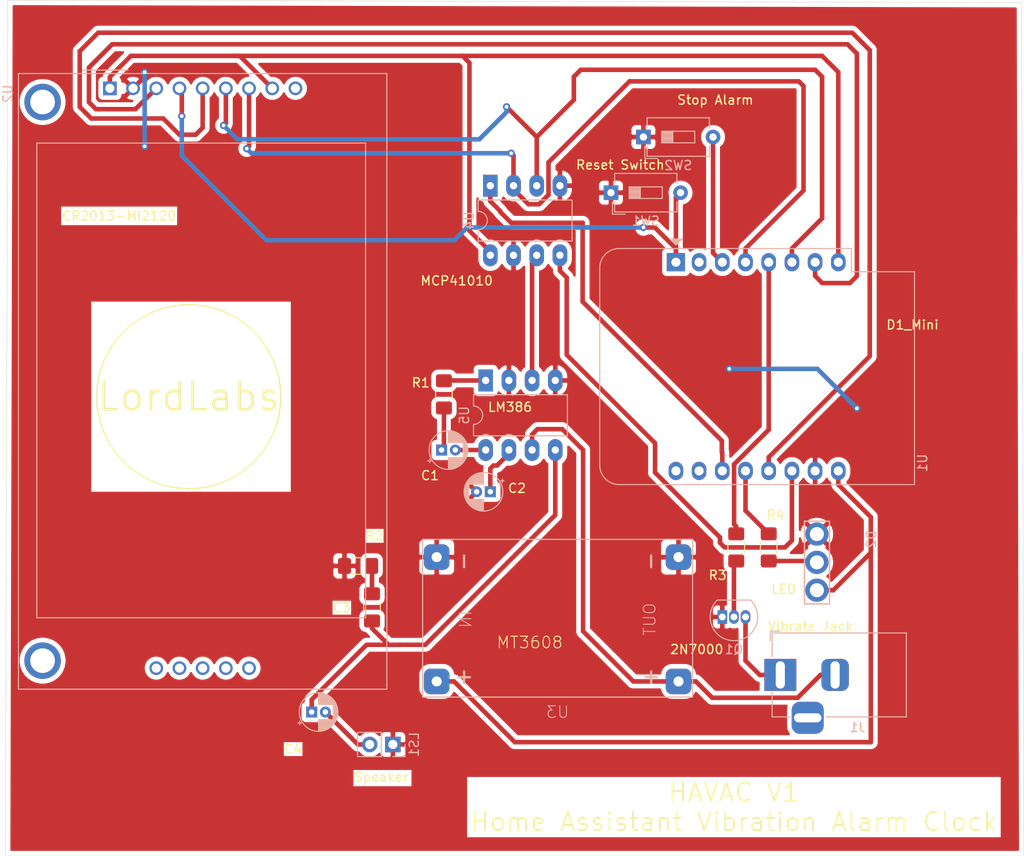
<source format=kicad_pcb>
(kicad_pcb (version 20171130) (host pcbnew "(5.1.0)-1")

  (general
    (thickness 1.6)
    (drawings 8)
    (tracks 198)
    (zones 0)
    (modules 19)
    (nets 35)
  )

  (page A4)
  (layers
    (0 F.Cu signal)
    (31 B.Cu signal)
    (32 B.Adhes user)
    (33 F.Adhes user)
    (34 B.Paste user)
    (35 F.Paste user)
    (36 B.SilkS user)
    (37 F.SilkS user)
    (38 B.Mask user)
    (39 F.Mask user)
    (40 Dwgs.User user)
    (41 Cmts.User user)
    (42 Eco1.User user)
    (43 Eco2.User user)
    (44 Edge.Cuts user)
    (45 Margin user)
    (46 B.CrtYd user)
    (47 F.CrtYd user)
    (48 B.Fab user)
    (49 F.Fab user)
  )

  (setup
    (last_trace_width 0.25)
    (user_trace_width 0.5)
    (trace_clearance 0.2)
    (zone_clearance 0.508)
    (zone_45_only no)
    (trace_min 0.2)
    (via_size 0.8)
    (via_drill 0.4)
    (via_min_size 0.4)
    (via_min_drill 0.3)
    (user_via 0.8 0.5)
    (uvia_size 0.3)
    (uvia_drill 0.1)
    (uvias_allowed no)
    (uvia_min_size 0.2)
    (uvia_min_drill 0.1)
    (edge_width 0.05)
    (segment_width 0.2)
    (pcb_text_width 0.3)
    (pcb_text_size 1.5 1.5)
    (mod_edge_width 0.12)
    (mod_text_size 1 1)
    (mod_text_width 0.15)
    (pad_size 2.79908 2.79908)
    (pad_drill 1.09982)
    (pad_to_mask_clearance 0.051)
    (solder_mask_min_width 0.25)
    (aux_axis_origin 0 0)
    (visible_elements 7FFFFFFF)
    (pcbplotparams
      (layerselection 0x010fc_ffffffff)
      (usegerberextensions false)
      (usegerberattributes false)
      (usegerberadvancedattributes false)
      (creategerberjobfile false)
      (excludeedgelayer true)
      (linewidth 0.500000)
      (plotframeref false)
      (viasonmask false)
      (mode 1)
      (useauxorigin false)
      (hpglpennumber 1)
      (hpglpenspeed 20)
      (hpglpendiameter 15.000000)
      (psnegative false)
      (psa4output false)
      (plotreference true)
      (plotvalue true)
      (plotinvisibletext false)
      (padsonsilk false)
      (subtractmaskfromsilk false)
      (outputformat 1)
      (mirror false)
      (drillshape 1)
      (scaleselection 1)
      (outputdirectory ""))
  )

  (net 0 "")
  (net 1 "Net-(C1-Pad1)")
  (net 2 "Net-(C1-Pad2)")
  (net 3 GND)
  (net 4 "Net-(C2-Pad1)")
  (net 5 "Net-(C3-Pad1)")
  (net 6 "Net-(C3-Pad2)")
  (net 7 "Net-(C4-Pad2)")
  (net 8 +12V)
  (net 9 +5V)
  (net 10 "Net-(D2-Pad2)")
  (net 11 "Net-(Q1-Pad2)")
  (net 12 "Net-(R1-Pad1)")
  (net 13 /VJ)
  (net 14 /LED)
  (net 15 /RST)
  (net 16 /STPA)
  (net 17 "Net-(U1-Pad2)")
  (net 18 /SCK)
  (net 19 /MOSI)
  (net 20 /CSD)
  (net 21 +3V3)
  (net 22 /AW)
  (net 23 /DC)
  (net 24 /CSA)
  (net 25 "Net-(U1-Pad15)")
  (net 26 "Net-(U1-Pad16)")
  (net 27 "Net-(U2-Pad9)")
  (net 28 "Net-(U2-Pad10)")
  (net 29 "Net-(U2-Pad11)")
  (net 30 "Net-(U2-Pad12)")
  (net 31 "Net-(U2-Pad13)")
  (net 32 "Net-(U2-Pad14)")
  (net 33 /PAAO)
  (net 34 "Net-(J1-Pad1)")

  (net_class Default "This is the default net class."
    (clearance 0.2)
    (trace_width 0.25)
    (via_dia 0.8)
    (via_drill 0.4)
    (uvia_dia 0.3)
    (uvia_drill 0.1)
    (add_net +12V)
    (add_net +3V3)
    (add_net +5V)
    (add_net /AW)
    (add_net /CSA)
    (add_net /CSD)
    (add_net /DC)
    (add_net /LED)
    (add_net /MOSI)
    (add_net /PAAO)
    (add_net /RST)
    (add_net /SCK)
    (add_net /STPA)
    (add_net /VJ)
    (add_net GND)
    (add_net "Net-(C1-Pad1)")
    (add_net "Net-(C1-Pad2)")
    (add_net "Net-(C2-Pad1)")
    (add_net "Net-(C3-Pad1)")
    (add_net "Net-(C3-Pad2)")
    (add_net "Net-(C4-Pad2)")
    (add_net "Net-(D2-Pad2)")
    (add_net "Net-(J1-Pad1)")
    (add_net "Net-(Q1-Pad2)")
    (add_net "Net-(R1-Pad1)")
    (add_net "Net-(U1-Pad15)")
    (add_net "Net-(U1-Pad16)")
    (add_net "Net-(U1-Pad2)")
    (add_net "Net-(U2-Pad10)")
    (add_net "Net-(U2-Pad11)")
    (add_net "Net-(U2-Pad12)")
    (add_net "Net-(U2-Pad13)")
    (add_net "Net-(U2-Pad14)")
    (add_net "Net-(U2-Pad9)")
  )

  (module My:DC-DC-STEP-UP-MT3608 (layer B.Cu) (tedit 5D000CD2) (tstamp 5CFC85CE)
    (at 148.336 104.14)
    (descr "DC/DC STEP-UP REGULATOR BASED ON MT3608 CHIP")
    (tags "DC/DC STEP-UP REGULATOR BASED ON MT3608 CHIP")
    (path /5CF46494)
    (attr virtual)
    (fp_text reference U3 (at 0 10.16) (layer B.SilkS)
      (effects (font (size 1.27 1.27) (thickness 0.1016)) (justify mirror))
    )
    (fp_text value MT3608 (at -3.048 2.54 180) (layer F.SilkS)
      (effects (font (size 1.27 1.27) (thickness 0.1016)))
    )
    (fp_text user OUT (at 10.07872 0 -90) (layer B.SilkS)
      (effects (font (size 1.27 1.27) (thickness 0.1016)) (justify mirror))
    )
    (fp_text user IN (at -10.07872 0 -90) (layer B.SilkS)
      (effects (font (size 1.27 1.27) (thickness 0.1016)) (justify mirror))
    )
    (fp_line (start -10.87374 6.35) (end -9.60374 6.35) (layer B.SilkS) (width 0.254))
    (fp_line (start -10.23874 -5.715) (end -10.23874 -6.985) (layer B.SilkS) (width 0.254))
    (fp_line (start 10.23874 5.715) (end 10.23874 6.985) (layer B.SilkS) (width 0.254))
    (fp_line (start -10.23874 5.715) (end -10.23874 6.985) (layer B.SilkS) (width 0.254))
    (fp_line (start 9.60374 6.35) (end 10.87374 6.35) (layer B.SilkS) (width 0.254))
    (fp_line (start 10.23874 -5.715) (end 10.23874 -6.985) (layer B.SilkS) (width 0.254))
    (fp_line (start -14.77772 -8.75284) (end -14.77772 8.52424) (layer B.SilkS) (width 0.127))
    (fp_line (start 14.77772 -8.75284) (end -14.77772 -8.75284) (layer B.SilkS) (width 0.127))
    (fp_line (start 14.77772 8.52424) (end 14.77772 -8.75284) (layer B.SilkS) (width 0.127))
    (fp_line (start -14.77772 8.52424) (end 14.77772 8.52424) (layer B.SilkS) (width 0.127))
    (pad OUT- thru_hole roundrect (at 13.23848 -6.80974) (size 2.79908 2.79908) (drill 1.09982) (layers *.Cu *.Mask) (roundrect_rratio 0.25)
      (net 3 GND))
    (pad OUT+ thru_hole roundrect (at 13.23848 6.80974) (size 2.79908 2.79908) (drill 1.09982) (layers *.Cu *.Mask) (roundrect_rratio 0.25)
      (net 8 +12V))
    (pad IN- thru_hole roundrect (at -13.23848 -6.80974) (size 2.79908 2.79908) (drill 1.09982) (layers *.Cu *.Mask) (roundrect_rratio 0.25)
      (net 3 GND))
    (pad IN+ thru_hole roundrect (at -13.23848 6.80974) (size 2.79908 2.79908) (drill 1.09982) (layers *.Cu *.Mask) (roundrect_rratio 0.25)
      (net 9 +5V))
  )

  (module Module:WEMOS_D1_mini_light (layer B.Cu) (tedit 5BBFB1CE) (tstamp 5CFC858F)
    (at 161.29 65.024 270)
    (descr "16-pin module, column spacing 22.86 mm (900 mils), https://wiki.wemos.cc/products:d1:d1_mini, https://c1.staticflickr.com/1/734/31400410271_f278b087db_z.jpg")
    (tags "ESP8266 WiFi microcontroller")
    (path /5CE336BC)
    (fp_text reference U1 (at 22 -27 270) (layer B.SilkS)
      (effects (font (size 1 1) (thickness 0.15)) (justify mirror))
    )
    (fp_text value D1_Mini (at 6.858 -25.908) (layer F.SilkS)
      (effects (font (size 1 1) (thickness 0.15)))
    )
    (fp_line (start 1.04 -26.12) (end 24.36 -26.12) (layer B.SilkS) (width 0.12))
    (fp_line (start -1.5 -19.22) (end -1.5 6.21) (layer B.SilkS) (width 0.12))
    (fp_line (start 24.36 -26.12) (end 24.36 6.21) (layer B.SilkS) (width 0.12))
    (fp_line (start 22.24 8.34) (end 0.63 8.34) (layer B.SilkS) (width 0.12))
    (fp_line (start 1.17 -25.99) (end 24.23 -25.99) (layer B.Fab) (width 0.1))
    (fp_line (start 24.23 -25.99) (end 24.23 6.21) (layer B.Fab) (width 0.1))
    (fp_line (start 22.23 8.21) (end 0.63 8.21) (layer B.Fab) (width 0.1))
    (fp_line (start -1.37 -1) (end -1.37 -19.09) (layer B.Fab) (width 0.1))
    (fp_text user %R (at 11.43 -10 270) (layer B.Fab)
      (effects (font (size 1 1) (thickness 0.15)) (justify mirror))
    )
    (fp_line (start -1.62 8.46) (end 24.48 8.46) (layer B.CrtYd) (width 0.05))
    (fp_line (start 24.48 8.41) (end 24.48 -26.24) (layer B.CrtYd) (width 0.05))
    (fp_line (start 24.48 -26.24) (end -1.62 -26.24) (layer B.CrtYd) (width 0.05))
    (fp_line (start -1.62 -26.24) (end -1.62 8.46) (layer B.CrtYd) (width 0.05))
    (fp_poly (pts (xy -2.54 0.635) (xy -2.54 -0.635) (xy -1.905 0)) (layer B.SilkS) (width 0.15))
    (fp_line (start -1.35 1.4) (end 24.25 1.4) (layer Dwgs.User) (width 0.1))
    (fp_line (start 24.25 1.4) (end 24.25 8.2) (layer Dwgs.User) (width 0.1))
    (fp_line (start 24.25 8.2) (end -1.35 8.2) (layer Dwgs.User) (width 0.1))
    (fp_line (start -1.35 8.2) (end -1.35 1.4) (layer Dwgs.User) (width 0.1))
    (fp_line (start -1.35 1.4) (end 5.45 8.2) (layer Dwgs.User) (width 0.1))
    (fp_line (start 0.65 1.4) (end 7.45 8.2) (layer Dwgs.User) (width 0.1))
    (fp_line (start 2.65 1.4) (end 9.45 8.2) (layer Dwgs.User) (width 0.1))
    (fp_line (start 4.65 1.4) (end 11.45 8.2) (layer Dwgs.User) (width 0.1))
    (fp_line (start 6.65 1.4) (end 13.45 8.2) (layer Dwgs.User) (width 0.1))
    (fp_line (start 8.65 1.4) (end 15.45 8.2) (layer Dwgs.User) (width 0.1))
    (fp_line (start 10.65 1.4) (end 17.45 8.2) (layer Dwgs.User) (width 0.1))
    (fp_line (start 12.65 1.4) (end 19.45 8.2) (layer Dwgs.User) (width 0.1))
    (fp_line (start 14.65 1.4) (end 21.45 8.2) (layer Dwgs.User) (width 0.1))
    (fp_line (start 16.65 1.4) (end 23.45 8.2) (layer Dwgs.User) (width 0.1))
    (fp_line (start 18.65 1.4) (end 24.25 7) (layer Dwgs.User) (width 0.1))
    (fp_line (start 20.65 1.4) (end 24.25 5) (layer Dwgs.User) (width 0.1))
    (fp_line (start 22.65 1.4) (end 24.25 3) (layer Dwgs.User) (width 0.1))
    (fp_line (start -1.35 3.4) (end 3.45 8.2) (layer Dwgs.User) (width 0.1))
    (fp_line (start -1.3 5.45) (end 1.45 8.2) (layer Dwgs.User) (width 0.1))
    (fp_line (start -1.35 7.4) (end -0.55 8.2) (layer Dwgs.User) (width 0.1))
    (fp_line (start -1.37 -19.09) (end 1.17 -19.09) (layer B.Fab) (width 0.1))
    (fp_line (start 1.17 -19.09) (end 1.17 -25.99) (layer B.Fab) (width 0.1))
    (fp_line (start -1.37 6.21) (end -1.37 1) (layer B.Fab) (width 0.1))
    (fp_line (start -1.37 -1) (end -0.37 0) (layer B.Fab) (width 0.1))
    (fp_line (start -0.37 0) (end -1.37 1) (layer B.Fab) (width 0.1))
    (fp_arc (start 0.63 6.21) (end 0.63 8.21) (angle 90) (layer B.Fab) (width 0.1))
    (fp_arc (start 22.23 6.21) (end 24.23 6.19) (angle 90) (layer B.Fab) (width 0.1))
    (fp_line (start -1.5 -19.22) (end 1.04 -19.22) (layer B.SilkS) (width 0.12))
    (fp_line (start 1.04 -19.22) (end 1.04 -26.12) (layer B.SilkS) (width 0.12))
    (fp_arc (start 0.63 6.21) (end 0.63 8.34) (angle 90) (layer B.SilkS) (width 0.12))
    (fp_arc (start 22.23 6.21) (end 24.36 6.21) (angle 90) (layer B.SilkS) (width 0.12))
    (fp_text user "KEEP OUT" (at 11.43 6.35 270) (layer Cmts.User)
      (effects (font (size 1 1) (thickness 0.15)))
    )
    (fp_text user "No copper" (at 11.43 3.81 270) (layer Cmts.User)
      (effects (font (size 1 1) (thickness 0.15)))
    )
    (pad 2 thru_hole oval (at 0 -2.54 270) (size 2 1.6) (drill 1) (layers *.Cu *.Mask)
      (net 17 "Net-(U1-Pad2)"))
    (pad 1 thru_hole rect (at 0 0 270) (size 2 2) (drill 1) (layers *.Cu *.Mask)
      (net 15 /RST))
    (pad 3 thru_hole oval (at 0 -5.08 270) (size 2 1.6) (drill 1) (layers *.Cu *.Mask)
      (net 16 /STPA))
    (pad 4 thru_hole oval (at 0 -7.62 270) (size 2 1.6) (drill 1) (layers *.Cu *.Mask)
      (net 18 /SCK))
    (pad 5 thru_hole oval (at 0 -10.16 270) (size 2 1.6) (drill 1) (layers *.Cu *.Mask)
      (net 13 /VJ))
    (pad 6 thru_hole oval (at 0 -12.7 270) (size 2 1.6) (drill 1) (layers *.Cu *.Mask)
      (net 19 /MOSI))
    (pad 7 thru_hole oval (at 0 -15.24 270) (size 2 1.6) (drill 1) (layers *.Cu *.Mask)
      (net 20 /CSD))
    (pad 8 thru_hole oval (at 0 -17.78 270) (size 2 1.6) (drill 1) (layers *.Cu *.Mask)
      (net 21 +3V3))
    (pad 9 thru_hole oval (at 22.86 -17.78 270) (size 2 1.6) (drill 1) (layers *.Cu *.Mask)
      (net 9 +5V))
    (pad 10 thru_hole oval (at 22.86 -15.24 270) (size 2 1.6) (drill 1) (layers *.Cu *.Mask)
      (net 3 GND))
    (pad 11 thru_hole oval (at 22.86 -12.7 270) (size 2 1.6) (drill 1) (layers *.Cu *.Mask)
      (net 22 /AW))
    (pad 12 thru_hole oval (at 22.86 -10.16 270) (size 2 1.6) (drill 1) (layers *.Cu *.Mask)
      (net 23 /DC))
    (pad 13 thru_hole oval (at 22.86 -7.62 270) (size 2 1.6) (drill 1) (layers *.Cu *.Mask)
      (net 14 /LED))
    (pad 14 thru_hole oval (at 22.86 -5.08 270) (size 2 1.6) (drill 1) (layers *.Cu *.Mask)
      (net 24 /CSA))
    (pad 15 thru_hole oval (at 22.86 -2.54 270) (size 2 1.6) (drill 1) (layers *.Cu *.Mask)
      (net 25 "Net-(U1-Pad15)"))
    (pad 16 thru_hole oval (at 22.86 0 270) (size 2 1.6) (drill 1) (layers *.Cu *.Mask)
      (net 26 "Net-(U1-Pad16)"))
    (model ${KISYS3DMOD}/Module.3dshapes/WEMOS_D1_mini_light.wrl
      (at (xyz 0 0 0))
      (scale (xyz 1 1 1))
      (rotate (xyz 0 0 0))
    )
    (model ${KISYS3DMOD}/Connector_PinHeader_2.54mm.3dshapes/PinHeader_1x08_P2.54mm_Vertical.wrl
      (offset (xyz 0 0 9.5))
      (scale (xyz 1 1 1))
      (rotate (xyz 0 -180 0))
    )
    (model ${KISYS3DMOD}/Connector_PinHeader_2.54mm.3dshapes/PinHeader_1x08_P2.54mm_Vertical.wrl
      (offset (xyz 22.86 0 9.5))
      (scale (xyz 1 1 1))
      (rotate (xyz 0 -180 0))
    )
    (model ${KISYS3DMOD}/Connector_PinSocket_2.54mm.3dshapes/PinSocket_1x08_P2.54mm_Vertical.wrl
      (at (xyz 0 0 0))
      (scale (xyz 1 1 1))
      (rotate (xyz 0 0 0))
    )
    (model ${KISYS3DMOD}/Connector_PinSocket_2.54mm.3dshapes/PinSocket_1x08_P2.54mm_Vertical.wrl
      (offset (xyz 22.86 0 0))
      (scale (xyz 1 1 1))
      (rotate (xyz 0 0 0))
    )
  )

  (module Display:CR2013-MI2120 (layer B.Cu) (tedit 5CFE363B) (tstamp 5D01D405)
    (at 99.314 45.974 270)
    (descr "CR2013-MI2120 ILI9341 LCD Breakout http://pan.baidu.com/s/11Y990")
    (tags "CR2013-MI2120 ILI9341 LCD Breakout")
    (path /5CF474DD)
    (fp_text reference U2 (at 0.59 11.18 270) (layer B.SilkS)
      (effects (font (size 1 1) (thickness 0.15)) (justify mirror))
    )
    (fp_text value CR2013-MI2120 (at 13.97 -1.016) (layer F.SilkS)
      (effects (font (size 1 1) (thickness 0.15)))
    )
    (fp_line (start 6 8) (end 58 8) (layer B.SilkS) (width 0.12))
    (fp_line (start 58 8) (end 58 -28) (layer B.SilkS) (width 0.12))
    (fp_line (start 58 -28) (end 6 -28) (layer B.SilkS) (width 0.12))
    (fp_line (start 6 -28) (end 6 8) (layer B.SilkS) (width 0.12))
    (fp_line (start -1.5 -1) (end -0.5 0) (layer B.Fab) (width 0.1))
    (fp_line (start -0.5 0) (end -1.5 1) (layer B.Fab) (width 0.1))
    (fp_line (start -1.5 1) (end -1.5 9.89) (layer B.Fab) (width 0.1))
    (fp_line (start -2 3) (end -2 -2) (layer B.SilkS) (width 0.12))
    (fp_text user %R (at 31.58 -9.55 270) (layer B.Fab)
      (effects (font (size 1 1) (thickness 0.15)) (justify mirror))
    )
    (fp_line (start -1.75 10.14) (end 65.95 10.14) (layer B.CrtYd) (width 0.05))
    (fp_line (start 65.95 10.14) (end 65.95 -30.46) (layer B.CrtYd) (width 0.05))
    (fp_line (start 65.95 -30.46) (end -1.75 -30.46) (layer B.CrtYd) (width 0.05))
    (fp_line (start -1.75 -30.46) (end -1.75 10.14) (layer B.CrtYd) (width 0.05))
    (fp_line (start -1.62 10.01) (end 65.82 10.01) (layer B.SilkS) (width 0.12))
    (fp_line (start 65.82 10.01) (end 65.82 -30.33) (layer B.SilkS) (width 0.12))
    (fp_line (start 65.82 -30.33) (end -1.62 -30.33) (layer B.SilkS) (width 0.12))
    (fp_line (start -1.62 -30.33) (end -1.62 10.01) (layer B.SilkS) (width 0.12))
    (fp_line (start -1.5 9.89) (end 65.7 9.89) (layer B.Fab) (width 0.1))
    (fp_line (start 65.7 9.89) (end 65.7 -30.21) (layer B.Fab) (width 0.1))
    (fp_line (start 65.7 -30.21) (end -1.5 -30.21) (layer B.Fab) (width 0.1))
    (fp_line (start -1.5 -30.21) (end -1.5 -1) (layer B.Fab) (width 0.1))
    (pad 1 thru_hole rect (at 0 0 270) (size 1.5 1.5) (drill 1) (layers *.Cu *.Mask)
      (net 21 +3V3))
    (pad 2 thru_hole circle (at 0 -2.54 270) (size 1.5 1.5) (drill 1) (layers *.Cu *.Mask)
      (net 3 GND))
    (pad 3 thru_hole circle (at 0 -5.08 270) (size 1.5 1.5) (drill 1) (layers *.Cu *.Mask)
      (net 20 /CSD))
    (pad 4 thru_hole circle (at 0 -7.62 270) (size 1.5 1.5) (drill 1) (layers *.Cu *.Mask)
      (net 15 /RST))
    (pad 5 thru_hole circle (at 0 -10.16 270) (size 1.5 1.5) (drill 1) (layers *.Cu *.Mask)
      (net 23 /DC))
    (pad 6 thru_hole circle (at 0 -12.7 270) (size 1.5 1.5) (drill 1) (layers *.Cu *.Mask)
      (net 19 /MOSI))
    (pad 7 thru_hole circle (at 0 -15.24 270) (size 1.5 1.5) (drill 1) (layers *.Cu *.Mask)
      (net 18 /SCK))
    (pad 8 thru_hole circle (at 0 -17.78 270) (size 1.5 1.5) (drill 1) (layers *.Cu *.Mask)
      (net 21 +3V3))
    (pad 9 thru_hole circle (at 0 -20.32 270) (size 1.5 1.5) (drill 1) (layers *.Cu *.Mask)
      (net 27 "Net-(U2-Pad9)"))
    (pad 10 thru_hole circle (at 63.52 -5.08 270) (size 1.5 1.5) (drill 1) (layers *.Cu *.Mask)
      (net 28 "Net-(U2-Pad10)"))
    (pad 11 thru_hole circle (at 63.52 -7.62 270) (size 1.5 1.5) (drill 1) (layers *.Cu *.Mask)
      (net 29 "Net-(U2-Pad11)"))
    (pad 12 thru_hole circle (at 63.52 -10.16 270) (size 1.5 1.5) (drill 1) (layers *.Cu *.Mask)
      (net 30 "Net-(U2-Pad12)"))
    (pad 13 thru_hole circle (at 63.52 -12.7 270) (size 1.5 1.5) (drill 1) (layers *.Cu *.Mask)
      (net 31 "Net-(U2-Pad13)"))
    (pad 14 thru_hole circle (at 63.52 -15.24 270) (size 1.5 1.5) (drill 1) (layers *.Cu *.Mask)
      (net 32 "Net-(U2-Pad14)"))
    (pad "" thru_hole circle (at 62.7 7.366 270) (size 4 4) (drill 2.7) (layers *.Cu *.Mask))
    (pad "" thru_hole circle (at 1.5 7.366 270) (size 4 4) (drill 2.7) (layers *.Cu *.Mask))
    (model ${KISYS3DMOD}/Display.3dshapes/CR2013-MI2120.wrl
      (at (xyz 0 0 0))
      (scale (xyz 1 1 1))
      (rotate (xyz 0 0 0))
    )
  )

  (module Package_DIP:DIP-8_W7.62mm_LongPads (layer B.Cu) (tedit 5A02E8C5) (tstamp 5CFCFAC0)
    (at 140.97 56.642 270)
    (descr "8-lead though-hole mounted DIP package, row spacing 7.62 mm (300 mils), LongPads")
    (tags "THT DIP DIL PDIP 2.54mm 7.62mm 300mil LongPads")
    (path /5CFD5E1D)
    (fp_text reference U4 (at 3.81 2.33 270) (layer B.SilkS)
      (effects (font (size 1 1) (thickness 0.15)) (justify mirror))
    )
    (fp_text value MCP41010 (at 10.414 3.683) (layer F.SilkS)
      (effects (font (size 1 1) (thickness 0.15)))
    )
    (fp_arc (start 3.81 1.33) (end 2.81 1.33) (angle 180) (layer B.SilkS) (width 0.12))
    (fp_line (start 1.635 1.27) (end 6.985 1.27) (layer B.Fab) (width 0.1))
    (fp_line (start 6.985 1.27) (end 6.985 -8.89) (layer B.Fab) (width 0.1))
    (fp_line (start 6.985 -8.89) (end 0.635 -8.89) (layer B.Fab) (width 0.1))
    (fp_line (start 0.635 -8.89) (end 0.635 0.27) (layer B.Fab) (width 0.1))
    (fp_line (start 0.635 0.27) (end 1.635 1.27) (layer B.Fab) (width 0.1))
    (fp_line (start 2.81 1.33) (end 1.56 1.33) (layer B.SilkS) (width 0.12))
    (fp_line (start 1.56 1.33) (end 1.56 -8.95) (layer B.SilkS) (width 0.12))
    (fp_line (start 1.56 -8.95) (end 6.06 -8.95) (layer B.SilkS) (width 0.12))
    (fp_line (start 6.06 -8.95) (end 6.06 1.33) (layer B.SilkS) (width 0.12))
    (fp_line (start 6.06 1.33) (end 4.81 1.33) (layer B.SilkS) (width 0.12))
    (fp_line (start -1.45 1.55) (end -1.45 -9.15) (layer B.CrtYd) (width 0.05))
    (fp_line (start -1.45 -9.15) (end 9.1 -9.15) (layer B.CrtYd) (width 0.05))
    (fp_line (start 9.1 -9.15) (end 9.1 1.55) (layer B.CrtYd) (width 0.05))
    (fp_line (start 9.1 1.55) (end -1.45 1.55) (layer B.CrtYd) (width 0.05))
    (fp_text user %R (at 3.81 -3.81 270) (layer B.Fab)
      (effects (font (size 1 1) (thickness 0.15)) (justify mirror))
    )
    (pad 1 thru_hole rect (at 0 0 270) (size 2.4 1.6) (drill 0.8) (layers *.Cu *.Mask)
      (net 24 /CSA))
    (pad 5 thru_hole oval (at 7.62 -7.62 270) (size 2.4 1.6) (drill 0.8) (layers *.Cu *.Mask)
      (net 22 /AW))
    (pad 2 thru_hole oval (at 0 -2.54 270) (size 2.4 1.6) (drill 0.8) (layers *.Cu *.Mask)
      (net 18 /SCK))
    (pad 6 thru_hole oval (at 7.62 -5.08 270) (size 2.4 1.6) (drill 0.8) (layers *.Cu *.Mask)
      (net 33 /PAAO))
    (pad 3 thru_hole oval (at 0 -5.08 270) (size 2.4 1.6) (drill 0.8) (layers *.Cu *.Mask)
      (net 19 /MOSI))
    (pad 7 thru_hole oval (at 7.62 -2.54 270) (size 2.4 1.6) (drill 0.8) (layers *.Cu *.Mask)
      (net 3 GND))
    (pad 4 thru_hole oval (at 0 -7.62 270) (size 2.4 1.6) (drill 0.8) (layers *.Cu *.Mask)
      (net 3 GND))
    (pad 8 thru_hole oval (at 7.62 0 270) (size 2.4 1.6) (drill 0.8) (layers *.Cu *.Mask)
      (net 21 +3V3))
    (model ${KISYS3DMOD}/Package_DIP.3dshapes/DIP-8_W7.62mm.wrl
      (at (xyz 0 0 0))
      (scale (xyz 1 1 1))
      (rotate (xyz 0 0 0))
    )
  )

  (module Capacitor_THT:CP_Radial_D4.0mm_P1.50mm (layer B.Cu) (tedit 5AE50EF0) (tstamp 5CFC8341)
    (at 135.636 85.598)
    (descr "CP, Radial series, Radial, pin pitch=1.50mm, , diameter=4mm, Electrolytic Capacitor")
    (tags "CP Radial series Radial pin pitch 1.50mm  diameter 4mm Electrolytic Capacitor")
    (path /5CFE0E68)
    (fp_text reference C1 (at -1.27 2.794) (layer F.SilkS)
      (effects (font (size 1 1) (thickness 0.15)))
    )
    (fp_text value "CP 10μF" (at 0.75 -3.25) (layer B.Fab)
      (effects (font (size 1 1) (thickness 0.15)) (justify mirror))
    )
    (fp_text user %R (at 0.75 0) (layer B.Fab)
      (effects (font (size 0.8 0.8) (thickness 0.12)) (justify mirror))
    )
    (fp_line (start -1.319801 1.395) (end -1.319801 0.995) (layer B.SilkS) (width 0.12))
    (fp_line (start -1.519801 1.195) (end -1.119801 1.195) (layer B.SilkS) (width 0.12))
    (fp_line (start 2.831 0.37) (end 2.831 -0.37) (layer B.SilkS) (width 0.12))
    (fp_line (start 2.791 0.537) (end 2.791 -0.537) (layer B.SilkS) (width 0.12))
    (fp_line (start 2.751 0.664) (end 2.751 -0.664) (layer B.SilkS) (width 0.12))
    (fp_line (start 2.711 0.768) (end 2.711 -0.768) (layer B.SilkS) (width 0.12))
    (fp_line (start 2.671 0.859) (end 2.671 -0.859) (layer B.SilkS) (width 0.12))
    (fp_line (start 2.631 0.94) (end 2.631 -0.94) (layer B.SilkS) (width 0.12))
    (fp_line (start 2.591 1.013) (end 2.591 -1.013) (layer B.SilkS) (width 0.12))
    (fp_line (start 2.551 1.08) (end 2.551 -1.08) (layer B.SilkS) (width 0.12))
    (fp_line (start 2.511 1.142) (end 2.511 -1.142) (layer B.SilkS) (width 0.12))
    (fp_line (start 2.471 1.2) (end 2.471 -1.2) (layer B.SilkS) (width 0.12))
    (fp_line (start 2.431 1.254) (end 2.431 -1.254) (layer B.SilkS) (width 0.12))
    (fp_line (start 2.391 1.304) (end 2.391 -1.304) (layer B.SilkS) (width 0.12))
    (fp_line (start 2.351 1.351) (end 2.351 -1.351) (layer B.SilkS) (width 0.12))
    (fp_line (start 2.311 -0.84) (end 2.311 -1.396) (layer B.SilkS) (width 0.12))
    (fp_line (start 2.311 1.396) (end 2.311 0.84) (layer B.SilkS) (width 0.12))
    (fp_line (start 2.271 -0.84) (end 2.271 -1.438) (layer B.SilkS) (width 0.12))
    (fp_line (start 2.271 1.438) (end 2.271 0.84) (layer B.SilkS) (width 0.12))
    (fp_line (start 2.231 -0.84) (end 2.231 -1.478) (layer B.SilkS) (width 0.12))
    (fp_line (start 2.231 1.478) (end 2.231 0.84) (layer B.SilkS) (width 0.12))
    (fp_line (start 2.191 -0.84) (end 2.191 -1.516) (layer B.SilkS) (width 0.12))
    (fp_line (start 2.191 1.516) (end 2.191 0.84) (layer B.SilkS) (width 0.12))
    (fp_line (start 2.151 -0.84) (end 2.151 -1.552) (layer B.SilkS) (width 0.12))
    (fp_line (start 2.151 1.552) (end 2.151 0.84) (layer B.SilkS) (width 0.12))
    (fp_line (start 2.111 -0.84) (end 2.111 -1.587) (layer B.SilkS) (width 0.12))
    (fp_line (start 2.111 1.587) (end 2.111 0.84) (layer B.SilkS) (width 0.12))
    (fp_line (start 2.071 -0.84) (end 2.071 -1.619) (layer B.SilkS) (width 0.12))
    (fp_line (start 2.071 1.619) (end 2.071 0.84) (layer B.SilkS) (width 0.12))
    (fp_line (start 2.031 -0.84) (end 2.031 -1.65) (layer B.SilkS) (width 0.12))
    (fp_line (start 2.031 1.65) (end 2.031 0.84) (layer B.SilkS) (width 0.12))
    (fp_line (start 1.991 -0.84) (end 1.991 -1.68) (layer B.SilkS) (width 0.12))
    (fp_line (start 1.991 1.68) (end 1.991 0.84) (layer B.SilkS) (width 0.12))
    (fp_line (start 1.951 -0.84) (end 1.951 -1.708) (layer B.SilkS) (width 0.12))
    (fp_line (start 1.951 1.708) (end 1.951 0.84) (layer B.SilkS) (width 0.12))
    (fp_line (start 1.911 -0.84) (end 1.911 -1.735) (layer B.SilkS) (width 0.12))
    (fp_line (start 1.911 1.735) (end 1.911 0.84) (layer B.SilkS) (width 0.12))
    (fp_line (start 1.871 -0.84) (end 1.871 -1.76) (layer B.SilkS) (width 0.12))
    (fp_line (start 1.871 1.76) (end 1.871 0.84) (layer B.SilkS) (width 0.12))
    (fp_line (start 1.831 -0.84) (end 1.831 -1.785) (layer B.SilkS) (width 0.12))
    (fp_line (start 1.831 1.785) (end 1.831 0.84) (layer B.SilkS) (width 0.12))
    (fp_line (start 1.791 -0.84) (end 1.791 -1.808) (layer B.SilkS) (width 0.12))
    (fp_line (start 1.791 1.808) (end 1.791 0.84) (layer B.SilkS) (width 0.12))
    (fp_line (start 1.751 -0.84) (end 1.751 -1.83) (layer B.SilkS) (width 0.12))
    (fp_line (start 1.751 1.83) (end 1.751 0.84) (layer B.SilkS) (width 0.12))
    (fp_line (start 1.711 -0.84) (end 1.711 -1.851) (layer B.SilkS) (width 0.12))
    (fp_line (start 1.711 1.851) (end 1.711 0.84) (layer B.SilkS) (width 0.12))
    (fp_line (start 1.671 -0.84) (end 1.671 -1.87) (layer B.SilkS) (width 0.12))
    (fp_line (start 1.671 1.87) (end 1.671 0.84) (layer B.SilkS) (width 0.12))
    (fp_line (start 1.631 -0.84) (end 1.631 -1.889) (layer B.SilkS) (width 0.12))
    (fp_line (start 1.631 1.889) (end 1.631 0.84) (layer B.SilkS) (width 0.12))
    (fp_line (start 1.591 -0.84) (end 1.591 -1.907) (layer B.SilkS) (width 0.12))
    (fp_line (start 1.591 1.907) (end 1.591 0.84) (layer B.SilkS) (width 0.12))
    (fp_line (start 1.551 -0.84) (end 1.551 -1.924) (layer B.SilkS) (width 0.12))
    (fp_line (start 1.551 1.924) (end 1.551 0.84) (layer B.SilkS) (width 0.12))
    (fp_line (start 1.511 -0.84) (end 1.511 -1.94) (layer B.SilkS) (width 0.12))
    (fp_line (start 1.511 1.94) (end 1.511 0.84) (layer B.SilkS) (width 0.12))
    (fp_line (start 1.471 -0.84) (end 1.471 -1.954) (layer B.SilkS) (width 0.12))
    (fp_line (start 1.471 1.954) (end 1.471 0.84) (layer B.SilkS) (width 0.12))
    (fp_line (start 1.43 -0.84) (end 1.43 -1.968) (layer B.SilkS) (width 0.12))
    (fp_line (start 1.43 1.968) (end 1.43 0.84) (layer B.SilkS) (width 0.12))
    (fp_line (start 1.39 -0.84) (end 1.39 -1.982) (layer B.SilkS) (width 0.12))
    (fp_line (start 1.39 1.982) (end 1.39 0.84) (layer B.SilkS) (width 0.12))
    (fp_line (start 1.35 -0.84) (end 1.35 -1.994) (layer B.SilkS) (width 0.12))
    (fp_line (start 1.35 1.994) (end 1.35 0.84) (layer B.SilkS) (width 0.12))
    (fp_line (start 1.31 -0.84) (end 1.31 -2.005) (layer B.SilkS) (width 0.12))
    (fp_line (start 1.31 2.005) (end 1.31 0.84) (layer B.SilkS) (width 0.12))
    (fp_line (start 1.27 -0.84) (end 1.27 -2.016) (layer B.SilkS) (width 0.12))
    (fp_line (start 1.27 2.016) (end 1.27 0.84) (layer B.SilkS) (width 0.12))
    (fp_line (start 1.23 -0.84) (end 1.23 -2.025) (layer B.SilkS) (width 0.12))
    (fp_line (start 1.23 2.025) (end 1.23 0.84) (layer B.SilkS) (width 0.12))
    (fp_line (start 1.19 -0.84) (end 1.19 -2.034) (layer B.SilkS) (width 0.12))
    (fp_line (start 1.19 2.034) (end 1.19 0.84) (layer B.SilkS) (width 0.12))
    (fp_line (start 1.15 -0.84) (end 1.15 -2.042) (layer B.SilkS) (width 0.12))
    (fp_line (start 1.15 2.042) (end 1.15 0.84) (layer B.SilkS) (width 0.12))
    (fp_line (start 1.11 -0.84) (end 1.11 -2.05) (layer B.SilkS) (width 0.12))
    (fp_line (start 1.11 2.05) (end 1.11 0.84) (layer B.SilkS) (width 0.12))
    (fp_line (start 1.07 -0.84) (end 1.07 -2.056) (layer B.SilkS) (width 0.12))
    (fp_line (start 1.07 2.056) (end 1.07 0.84) (layer B.SilkS) (width 0.12))
    (fp_line (start 1.03 -0.84) (end 1.03 -2.062) (layer B.SilkS) (width 0.12))
    (fp_line (start 1.03 2.062) (end 1.03 0.84) (layer B.SilkS) (width 0.12))
    (fp_line (start 0.99 -0.84) (end 0.99 -2.067) (layer B.SilkS) (width 0.12))
    (fp_line (start 0.99 2.067) (end 0.99 0.84) (layer B.SilkS) (width 0.12))
    (fp_line (start 0.95 -0.84) (end 0.95 -2.071) (layer B.SilkS) (width 0.12))
    (fp_line (start 0.95 2.071) (end 0.95 0.84) (layer B.SilkS) (width 0.12))
    (fp_line (start 0.91 -0.84) (end 0.91 -2.074) (layer B.SilkS) (width 0.12))
    (fp_line (start 0.91 2.074) (end 0.91 0.84) (layer B.SilkS) (width 0.12))
    (fp_line (start 0.87 -0.84) (end 0.87 -2.077) (layer B.SilkS) (width 0.12))
    (fp_line (start 0.87 2.077) (end 0.87 0.84) (layer B.SilkS) (width 0.12))
    (fp_line (start 0.83 2.079) (end 0.83 0.84) (layer B.SilkS) (width 0.12))
    (fp_line (start 0.83 -0.84) (end 0.83 -2.079) (layer B.SilkS) (width 0.12))
    (fp_line (start 0.79 2.08) (end 0.79 0.84) (layer B.SilkS) (width 0.12))
    (fp_line (start 0.79 -0.84) (end 0.79 -2.08) (layer B.SilkS) (width 0.12))
    (fp_line (start 0.75 2.08) (end 0.75 0.84) (layer B.SilkS) (width 0.12))
    (fp_line (start 0.75 -0.84) (end 0.75 -2.08) (layer B.SilkS) (width 0.12))
    (fp_line (start -0.752554 1.0675) (end -0.752554 0.6675) (layer B.Fab) (width 0.1))
    (fp_line (start -0.952554 0.8675) (end -0.552554 0.8675) (layer B.Fab) (width 0.1))
    (fp_circle (center 0.75 0) (end 3 0) (layer B.CrtYd) (width 0.05))
    (fp_circle (center 0.75 0) (end 2.87 0) (layer B.SilkS) (width 0.12))
    (fp_circle (center 0.75 0) (end 2.75 0) (layer B.Fab) (width 0.1))
    (pad 2 thru_hole circle (at 1.5 0) (size 1.2 1.2) (drill 0.6) (layers *.Cu *.Mask)
      (net 2 "Net-(C1-Pad2)"))
    (pad 1 thru_hole rect (at 0 0) (size 1.2 1.2) (drill 0.6) (layers *.Cu *.Mask)
      (net 1 "Net-(C1-Pad1)"))
    (model ${KISYS3DMOD}/Capacitor_THT.3dshapes/CP_Radial_D4.0mm_P1.50mm.wrl
      (at (xyz 0 0 0))
      (scale (xyz 1 1 1))
      (rotate (xyz 0 0 0))
    )
  )

  (module Capacitor_THT:CP_Radial_D4.0mm_P1.50mm (layer B.Cu) (tedit 5AE50EF0) (tstamp 5CFD1055)
    (at 140.97 90.17 180)
    (descr "CP, Radial series, Radial, pin pitch=1.50mm, , diameter=4mm, Electrolytic Capacitor")
    (tags "CP Radial series Radial pin pitch 1.50mm  diameter 4mm Electrolytic Capacitor")
    (path /5CFF097D)
    (fp_text reference C2 (at -2.921 0.381 180) (layer F.SilkS)
      (effects (font (size 1 1) (thickness 0.15)))
    )
    (fp_text value "CP 47μF" (at 0.75 -3.25 180) (layer B.Fab)
      (effects (font (size 1 1) (thickness 0.15)) (justify mirror))
    )
    (fp_circle (center 0.75 0) (end 2.75 0) (layer B.Fab) (width 0.1))
    (fp_circle (center 0.75 0) (end 2.87 0) (layer B.SilkS) (width 0.12))
    (fp_circle (center 0.75 0) (end 3 0) (layer B.CrtYd) (width 0.05))
    (fp_line (start -0.952554 0.8675) (end -0.552554 0.8675) (layer B.Fab) (width 0.1))
    (fp_line (start -0.752554 1.0675) (end -0.752554 0.6675) (layer B.Fab) (width 0.1))
    (fp_line (start 0.75 -0.84) (end 0.75 -2.08) (layer B.SilkS) (width 0.12))
    (fp_line (start 0.75 2.08) (end 0.75 0.84) (layer B.SilkS) (width 0.12))
    (fp_line (start 0.79 -0.84) (end 0.79 -2.08) (layer B.SilkS) (width 0.12))
    (fp_line (start 0.79 2.08) (end 0.79 0.84) (layer B.SilkS) (width 0.12))
    (fp_line (start 0.83 -0.84) (end 0.83 -2.079) (layer B.SilkS) (width 0.12))
    (fp_line (start 0.83 2.079) (end 0.83 0.84) (layer B.SilkS) (width 0.12))
    (fp_line (start 0.87 2.077) (end 0.87 0.84) (layer B.SilkS) (width 0.12))
    (fp_line (start 0.87 -0.84) (end 0.87 -2.077) (layer B.SilkS) (width 0.12))
    (fp_line (start 0.91 2.074) (end 0.91 0.84) (layer B.SilkS) (width 0.12))
    (fp_line (start 0.91 -0.84) (end 0.91 -2.074) (layer B.SilkS) (width 0.12))
    (fp_line (start 0.95 2.071) (end 0.95 0.84) (layer B.SilkS) (width 0.12))
    (fp_line (start 0.95 -0.84) (end 0.95 -2.071) (layer B.SilkS) (width 0.12))
    (fp_line (start 0.99 2.067) (end 0.99 0.84) (layer B.SilkS) (width 0.12))
    (fp_line (start 0.99 -0.84) (end 0.99 -2.067) (layer B.SilkS) (width 0.12))
    (fp_line (start 1.03 2.062) (end 1.03 0.84) (layer B.SilkS) (width 0.12))
    (fp_line (start 1.03 -0.84) (end 1.03 -2.062) (layer B.SilkS) (width 0.12))
    (fp_line (start 1.07 2.056) (end 1.07 0.84) (layer B.SilkS) (width 0.12))
    (fp_line (start 1.07 -0.84) (end 1.07 -2.056) (layer B.SilkS) (width 0.12))
    (fp_line (start 1.11 2.05) (end 1.11 0.84) (layer B.SilkS) (width 0.12))
    (fp_line (start 1.11 -0.84) (end 1.11 -2.05) (layer B.SilkS) (width 0.12))
    (fp_line (start 1.15 2.042) (end 1.15 0.84) (layer B.SilkS) (width 0.12))
    (fp_line (start 1.15 -0.84) (end 1.15 -2.042) (layer B.SilkS) (width 0.12))
    (fp_line (start 1.19 2.034) (end 1.19 0.84) (layer B.SilkS) (width 0.12))
    (fp_line (start 1.19 -0.84) (end 1.19 -2.034) (layer B.SilkS) (width 0.12))
    (fp_line (start 1.23 2.025) (end 1.23 0.84) (layer B.SilkS) (width 0.12))
    (fp_line (start 1.23 -0.84) (end 1.23 -2.025) (layer B.SilkS) (width 0.12))
    (fp_line (start 1.27 2.016) (end 1.27 0.84) (layer B.SilkS) (width 0.12))
    (fp_line (start 1.27 -0.84) (end 1.27 -2.016) (layer B.SilkS) (width 0.12))
    (fp_line (start 1.31 2.005) (end 1.31 0.84) (layer B.SilkS) (width 0.12))
    (fp_line (start 1.31 -0.84) (end 1.31 -2.005) (layer B.SilkS) (width 0.12))
    (fp_line (start 1.35 1.994) (end 1.35 0.84) (layer B.SilkS) (width 0.12))
    (fp_line (start 1.35 -0.84) (end 1.35 -1.994) (layer B.SilkS) (width 0.12))
    (fp_line (start 1.39 1.982) (end 1.39 0.84) (layer B.SilkS) (width 0.12))
    (fp_line (start 1.39 -0.84) (end 1.39 -1.982) (layer B.SilkS) (width 0.12))
    (fp_line (start 1.43 1.968) (end 1.43 0.84) (layer B.SilkS) (width 0.12))
    (fp_line (start 1.43 -0.84) (end 1.43 -1.968) (layer B.SilkS) (width 0.12))
    (fp_line (start 1.471 1.954) (end 1.471 0.84) (layer B.SilkS) (width 0.12))
    (fp_line (start 1.471 -0.84) (end 1.471 -1.954) (layer B.SilkS) (width 0.12))
    (fp_line (start 1.511 1.94) (end 1.511 0.84) (layer B.SilkS) (width 0.12))
    (fp_line (start 1.511 -0.84) (end 1.511 -1.94) (layer B.SilkS) (width 0.12))
    (fp_line (start 1.551 1.924) (end 1.551 0.84) (layer B.SilkS) (width 0.12))
    (fp_line (start 1.551 -0.84) (end 1.551 -1.924) (layer B.SilkS) (width 0.12))
    (fp_line (start 1.591 1.907) (end 1.591 0.84) (layer B.SilkS) (width 0.12))
    (fp_line (start 1.591 -0.84) (end 1.591 -1.907) (layer B.SilkS) (width 0.12))
    (fp_line (start 1.631 1.889) (end 1.631 0.84) (layer B.SilkS) (width 0.12))
    (fp_line (start 1.631 -0.84) (end 1.631 -1.889) (layer B.SilkS) (width 0.12))
    (fp_line (start 1.671 1.87) (end 1.671 0.84) (layer B.SilkS) (width 0.12))
    (fp_line (start 1.671 -0.84) (end 1.671 -1.87) (layer B.SilkS) (width 0.12))
    (fp_line (start 1.711 1.851) (end 1.711 0.84) (layer B.SilkS) (width 0.12))
    (fp_line (start 1.711 -0.84) (end 1.711 -1.851) (layer B.SilkS) (width 0.12))
    (fp_line (start 1.751 1.83) (end 1.751 0.84) (layer B.SilkS) (width 0.12))
    (fp_line (start 1.751 -0.84) (end 1.751 -1.83) (layer B.SilkS) (width 0.12))
    (fp_line (start 1.791 1.808) (end 1.791 0.84) (layer B.SilkS) (width 0.12))
    (fp_line (start 1.791 -0.84) (end 1.791 -1.808) (layer B.SilkS) (width 0.12))
    (fp_line (start 1.831 1.785) (end 1.831 0.84) (layer B.SilkS) (width 0.12))
    (fp_line (start 1.831 -0.84) (end 1.831 -1.785) (layer B.SilkS) (width 0.12))
    (fp_line (start 1.871 1.76) (end 1.871 0.84) (layer B.SilkS) (width 0.12))
    (fp_line (start 1.871 -0.84) (end 1.871 -1.76) (layer B.SilkS) (width 0.12))
    (fp_line (start 1.911 1.735) (end 1.911 0.84) (layer B.SilkS) (width 0.12))
    (fp_line (start 1.911 -0.84) (end 1.911 -1.735) (layer B.SilkS) (width 0.12))
    (fp_line (start 1.951 1.708) (end 1.951 0.84) (layer B.SilkS) (width 0.12))
    (fp_line (start 1.951 -0.84) (end 1.951 -1.708) (layer B.SilkS) (width 0.12))
    (fp_line (start 1.991 1.68) (end 1.991 0.84) (layer B.SilkS) (width 0.12))
    (fp_line (start 1.991 -0.84) (end 1.991 -1.68) (layer B.SilkS) (width 0.12))
    (fp_line (start 2.031 1.65) (end 2.031 0.84) (layer B.SilkS) (width 0.12))
    (fp_line (start 2.031 -0.84) (end 2.031 -1.65) (layer B.SilkS) (width 0.12))
    (fp_line (start 2.071 1.619) (end 2.071 0.84) (layer B.SilkS) (width 0.12))
    (fp_line (start 2.071 -0.84) (end 2.071 -1.619) (layer B.SilkS) (width 0.12))
    (fp_line (start 2.111 1.587) (end 2.111 0.84) (layer B.SilkS) (width 0.12))
    (fp_line (start 2.111 -0.84) (end 2.111 -1.587) (layer B.SilkS) (width 0.12))
    (fp_line (start 2.151 1.552) (end 2.151 0.84) (layer B.SilkS) (width 0.12))
    (fp_line (start 2.151 -0.84) (end 2.151 -1.552) (layer B.SilkS) (width 0.12))
    (fp_line (start 2.191 1.516) (end 2.191 0.84) (layer B.SilkS) (width 0.12))
    (fp_line (start 2.191 -0.84) (end 2.191 -1.516) (layer B.SilkS) (width 0.12))
    (fp_line (start 2.231 1.478) (end 2.231 0.84) (layer B.SilkS) (width 0.12))
    (fp_line (start 2.231 -0.84) (end 2.231 -1.478) (layer B.SilkS) (width 0.12))
    (fp_line (start 2.271 1.438) (end 2.271 0.84) (layer B.SilkS) (width 0.12))
    (fp_line (start 2.271 -0.84) (end 2.271 -1.438) (layer B.SilkS) (width 0.12))
    (fp_line (start 2.311 1.396) (end 2.311 0.84) (layer B.SilkS) (width 0.12))
    (fp_line (start 2.311 -0.84) (end 2.311 -1.396) (layer B.SilkS) (width 0.12))
    (fp_line (start 2.351 1.351) (end 2.351 -1.351) (layer B.SilkS) (width 0.12))
    (fp_line (start 2.391 1.304) (end 2.391 -1.304) (layer B.SilkS) (width 0.12))
    (fp_line (start 2.431 1.254) (end 2.431 -1.254) (layer B.SilkS) (width 0.12))
    (fp_line (start 2.471 1.2) (end 2.471 -1.2) (layer B.SilkS) (width 0.12))
    (fp_line (start 2.511 1.142) (end 2.511 -1.142) (layer B.SilkS) (width 0.12))
    (fp_line (start 2.551 1.08) (end 2.551 -1.08) (layer B.SilkS) (width 0.12))
    (fp_line (start 2.591 1.013) (end 2.591 -1.013) (layer B.SilkS) (width 0.12))
    (fp_line (start 2.631 0.94) (end 2.631 -0.94) (layer B.SilkS) (width 0.12))
    (fp_line (start 2.671 0.859) (end 2.671 -0.859) (layer B.SilkS) (width 0.12))
    (fp_line (start 2.711 0.768) (end 2.711 -0.768) (layer B.SilkS) (width 0.12))
    (fp_line (start 2.751 0.664) (end 2.751 -0.664) (layer B.SilkS) (width 0.12))
    (fp_line (start 2.791 0.537) (end 2.791 -0.537) (layer B.SilkS) (width 0.12))
    (fp_line (start 2.831 0.37) (end 2.831 -0.37) (layer B.SilkS) (width 0.12))
    (fp_line (start -1.519801 1.195) (end -1.119801 1.195) (layer B.SilkS) (width 0.12))
    (fp_line (start -1.319801 1.395) (end -1.319801 0.995) (layer B.SilkS) (width 0.12))
    (fp_text user %R (at 0.75 0 180) (layer B.Fab)
      (effects (font (size 0.8 0.8) (thickness 0.12)) (justify mirror))
    )
    (pad 1 thru_hole rect (at 0 0 180) (size 1.2 1.2) (drill 0.6) (layers *.Cu *.Mask)
      (net 4 "Net-(C2-Pad1)"))
    (pad 2 thru_hole circle (at 1.5 0 180) (size 1.2 1.2) (drill 0.6) (layers *.Cu *.Mask)
      (net 3 GND))
    (model ${KISYS3DMOD}/Capacitor_THT.3dshapes/CP_Radial_D4.0mm_P1.50mm.wrl
      (at (xyz 0 0 0))
      (scale (xyz 1 1 1))
      (rotate (xyz 0 0 0))
    )
  )

  (module Capacitor_SMD:C_1206_3216Metric_Pad1.42x1.75mm_HandSolder (layer F.Cu) (tedit 5B301BBE) (tstamp 5CFC83BD)
    (at 128.016 102.8335 90)
    (descr "Capacitor SMD 1206 (3216 Metric), square (rectangular) end terminal, IPC_7351 nominal with elongated pad for handsoldering. (Body size source: http://www.tortai-tech.com/upload/download/2011102023233369053.pdf), generated with kicad-footprint-generator")
    (tags "capacitor handsolder")
    (path /5CFF3FD2)
    (attr smd)
    (fp_text reference C3 (at -0.0365 -3.302 180) (layer F.SilkS)
      (effects (font (size 1 1) (thickness 0.15)))
    )
    (fp_text value "C 0.47μF" (at 0 1.82 90) (layer F.Fab)
      (effects (font (size 1 1) (thickness 0.15)))
    )
    (fp_line (start -1.6 0.8) (end -1.6 -0.8) (layer F.Fab) (width 0.1))
    (fp_line (start -1.6 -0.8) (end 1.6 -0.8) (layer F.Fab) (width 0.1))
    (fp_line (start 1.6 -0.8) (end 1.6 0.8) (layer F.Fab) (width 0.1))
    (fp_line (start 1.6 0.8) (end -1.6 0.8) (layer F.Fab) (width 0.1))
    (fp_line (start -0.602064 -0.91) (end 0.602064 -0.91) (layer F.SilkS) (width 0.12))
    (fp_line (start -0.602064 0.91) (end 0.602064 0.91) (layer F.SilkS) (width 0.12))
    (fp_line (start -2.45 1.12) (end -2.45 -1.12) (layer F.CrtYd) (width 0.05))
    (fp_line (start -2.45 -1.12) (end 2.45 -1.12) (layer F.CrtYd) (width 0.05))
    (fp_line (start 2.45 -1.12) (end 2.45 1.12) (layer F.CrtYd) (width 0.05))
    (fp_line (start 2.45 1.12) (end -2.45 1.12) (layer F.CrtYd) (width 0.05))
    (fp_text user %R (at 0 0 180) (layer F.Fab)
      (effects (font (size 0.8 0.8) (thickness 0.12)))
    )
    (pad 1 smd roundrect (at -1.4875 0 90) (size 1.425 1.75) (layers F.Cu F.Paste F.Mask) (roundrect_rratio 0.175439)
      (net 5 "Net-(C3-Pad1)"))
    (pad 2 smd roundrect (at 1.4875 0 90) (size 1.425 1.75) (layers F.Cu F.Paste F.Mask) (roundrect_rratio 0.175439)
      (net 6 "Net-(C3-Pad2)"))
    (model ${KISYS3DMOD}/Capacitor_SMD.3dshapes/C_1206_3216Metric.wrl
      (at (xyz 0 0 0))
      (scale (xyz 1 1 1))
      (rotate (xyz 0 0 0))
    )
  )

  (module Capacitor_THT:CP_Radial_D4.0mm_P1.50mm (layer B.Cu) (tedit 5AE50EF0) (tstamp 5CFC8428)
    (at 121.412 114.3)
    (descr "CP, Radial series, Radial, pin pitch=1.50mm, , diameter=4mm, Electrolytic Capacitor")
    (tags "CP Radial series Radial pin pitch 1.50mm  diameter 4mm Electrolytic Capacitor")
    (path /5CFF5E94)
    (fp_text reference C4 (at -2.032 4.064) (layer F.SilkS)
      (effects (font (size 1 1) (thickness 0.15)))
    )
    (fp_text value "CP 220μF" (at 0.75 -3.25) (layer B.Fab)
      (effects (font (size 1 1) (thickness 0.15)) (justify mirror))
    )
    (fp_text user %R (at 0.75 0) (layer B.Fab)
      (effects (font (size 0.8 0.8) (thickness 0.12)) (justify mirror))
    )
    (fp_line (start -1.319801 1.395) (end -1.319801 0.995) (layer B.SilkS) (width 0.12))
    (fp_line (start -1.519801 1.195) (end -1.119801 1.195) (layer B.SilkS) (width 0.12))
    (fp_line (start 2.831 0.37) (end 2.831 -0.37) (layer B.SilkS) (width 0.12))
    (fp_line (start 2.791 0.537) (end 2.791 -0.537) (layer B.SilkS) (width 0.12))
    (fp_line (start 2.751 0.664) (end 2.751 -0.664) (layer B.SilkS) (width 0.12))
    (fp_line (start 2.711 0.768) (end 2.711 -0.768) (layer B.SilkS) (width 0.12))
    (fp_line (start 2.671 0.859) (end 2.671 -0.859) (layer B.SilkS) (width 0.12))
    (fp_line (start 2.631 0.94) (end 2.631 -0.94) (layer B.SilkS) (width 0.12))
    (fp_line (start 2.591 1.013) (end 2.591 -1.013) (layer B.SilkS) (width 0.12))
    (fp_line (start 2.551 1.08) (end 2.551 -1.08) (layer B.SilkS) (width 0.12))
    (fp_line (start 2.511 1.142) (end 2.511 -1.142) (layer B.SilkS) (width 0.12))
    (fp_line (start 2.471 1.2) (end 2.471 -1.2) (layer B.SilkS) (width 0.12))
    (fp_line (start 2.431 1.254) (end 2.431 -1.254) (layer B.SilkS) (width 0.12))
    (fp_line (start 2.391 1.304) (end 2.391 -1.304) (layer B.SilkS) (width 0.12))
    (fp_line (start 2.351 1.351) (end 2.351 -1.351) (layer B.SilkS) (width 0.12))
    (fp_line (start 2.311 -0.84) (end 2.311 -1.396) (layer B.SilkS) (width 0.12))
    (fp_line (start 2.311 1.396) (end 2.311 0.84) (layer B.SilkS) (width 0.12))
    (fp_line (start 2.271 -0.84) (end 2.271 -1.438) (layer B.SilkS) (width 0.12))
    (fp_line (start 2.271 1.438) (end 2.271 0.84) (layer B.SilkS) (width 0.12))
    (fp_line (start 2.231 -0.84) (end 2.231 -1.478) (layer B.SilkS) (width 0.12))
    (fp_line (start 2.231 1.478) (end 2.231 0.84) (layer B.SilkS) (width 0.12))
    (fp_line (start 2.191 -0.84) (end 2.191 -1.516) (layer B.SilkS) (width 0.12))
    (fp_line (start 2.191 1.516) (end 2.191 0.84) (layer B.SilkS) (width 0.12))
    (fp_line (start 2.151 -0.84) (end 2.151 -1.552) (layer B.SilkS) (width 0.12))
    (fp_line (start 2.151 1.552) (end 2.151 0.84) (layer B.SilkS) (width 0.12))
    (fp_line (start 2.111 -0.84) (end 2.111 -1.587) (layer B.SilkS) (width 0.12))
    (fp_line (start 2.111 1.587) (end 2.111 0.84) (layer B.SilkS) (width 0.12))
    (fp_line (start 2.071 -0.84) (end 2.071 -1.619) (layer B.SilkS) (width 0.12))
    (fp_line (start 2.071 1.619) (end 2.071 0.84) (layer B.SilkS) (width 0.12))
    (fp_line (start 2.031 -0.84) (end 2.031 -1.65) (layer B.SilkS) (width 0.12))
    (fp_line (start 2.031 1.65) (end 2.031 0.84) (layer B.SilkS) (width 0.12))
    (fp_line (start 1.991 -0.84) (end 1.991 -1.68) (layer B.SilkS) (width 0.12))
    (fp_line (start 1.991 1.68) (end 1.991 0.84) (layer B.SilkS) (width 0.12))
    (fp_line (start 1.951 -0.84) (end 1.951 -1.708) (layer B.SilkS) (width 0.12))
    (fp_line (start 1.951 1.708) (end 1.951 0.84) (layer B.SilkS) (width 0.12))
    (fp_line (start 1.911 -0.84) (end 1.911 -1.735) (layer B.SilkS) (width 0.12))
    (fp_line (start 1.911 1.735) (end 1.911 0.84) (layer B.SilkS) (width 0.12))
    (fp_line (start 1.871 -0.84) (end 1.871 -1.76) (layer B.SilkS) (width 0.12))
    (fp_line (start 1.871 1.76) (end 1.871 0.84) (layer B.SilkS) (width 0.12))
    (fp_line (start 1.831 -0.84) (end 1.831 -1.785) (layer B.SilkS) (width 0.12))
    (fp_line (start 1.831 1.785) (end 1.831 0.84) (layer B.SilkS) (width 0.12))
    (fp_line (start 1.791 -0.84) (end 1.791 -1.808) (layer B.SilkS) (width 0.12))
    (fp_line (start 1.791 1.808) (end 1.791 0.84) (layer B.SilkS) (width 0.12))
    (fp_line (start 1.751 -0.84) (end 1.751 -1.83) (layer B.SilkS) (width 0.12))
    (fp_line (start 1.751 1.83) (end 1.751 0.84) (layer B.SilkS) (width 0.12))
    (fp_line (start 1.711 -0.84) (end 1.711 -1.851) (layer B.SilkS) (width 0.12))
    (fp_line (start 1.711 1.851) (end 1.711 0.84) (layer B.SilkS) (width 0.12))
    (fp_line (start 1.671 -0.84) (end 1.671 -1.87) (layer B.SilkS) (width 0.12))
    (fp_line (start 1.671 1.87) (end 1.671 0.84) (layer B.SilkS) (width 0.12))
    (fp_line (start 1.631 -0.84) (end 1.631 -1.889) (layer B.SilkS) (width 0.12))
    (fp_line (start 1.631 1.889) (end 1.631 0.84) (layer B.SilkS) (width 0.12))
    (fp_line (start 1.591 -0.84) (end 1.591 -1.907) (layer B.SilkS) (width 0.12))
    (fp_line (start 1.591 1.907) (end 1.591 0.84) (layer B.SilkS) (width 0.12))
    (fp_line (start 1.551 -0.84) (end 1.551 -1.924) (layer B.SilkS) (width 0.12))
    (fp_line (start 1.551 1.924) (end 1.551 0.84) (layer B.SilkS) (width 0.12))
    (fp_line (start 1.511 -0.84) (end 1.511 -1.94) (layer B.SilkS) (width 0.12))
    (fp_line (start 1.511 1.94) (end 1.511 0.84) (layer B.SilkS) (width 0.12))
    (fp_line (start 1.471 -0.84) (end 1.471 -1.954) (layer B.SilkS) (width 0.12))
    (fp_line (start 1.471 1.954) (end 1.471 0.84) (layer B.SilkS) (width 0.12))
    (fp_line (start 1.43 -0.84) (end 1.43 -1.968) (layer B.SilkS) (width 0.12))
    (fp_line (start 1.43 1.968) (end 1.43 0.84) (layer B.SilkS) (width 0.12))
    (fp_line (start 1.39 -0.84) (end 1.39 -1.982) (layer B.SilkS) (width 0.12))
    (fp_line (start 1.39 1.982) (end 1.39 0.84) (layer B.SilkS) (width 0.12))
    (fp_line (start 1.35 -0.84) (end 1.35 -1.994) (layer B.SilkS) (width 0.12))
    (fp_line (start 1.35 1.994) (end 1.35 0.84) (layer B.SilkS) (width 0.12))
    (fp_line (start 1.31 -0.84) (end 1.31 -2.005) (layer B.SilkS) (width 0.12))
    (fp_line (start 1.31 2.005) (end 1.31 0.84) (layer B.SilkS) (width 0.12))
    (fp_line (start 1.27 -0.84) (end 1.27 -2.016) (layer B.SilkS) (width 0.12))
    (fp_line (start 1.27 2.016) (end 1.27 0.84) (layer B.SilkS) (width 0.12))
    (fp_line (start 1.23 -0.84) (end 1.23 -2.025) (layer B.SilkS) (width 0.12))
    (fp_line (start 1.23 2.025) (end 1.23 0.84) (layer B.SilkS) (width 0.12))
    (fp_line (start 1.19 -0.84) (end 1.19 -2.034) (layer B.SilkS) (width 0.12))
    (fp_line (start 1.19 2.034) (end 1.19 0.84) (layer B.SilkS) (width 0.12))
    (fp_line (start 1.15 -0.84) (end 1.15 -2.042) (layer B.SilkS) (width 0.12))
    (fp_line (start 1.15 2.042) (end 1.15 0.84) (layer B.SilkS) (width 0.12))
    (fp_line (start 1.11 -0.84) (end 1.11 -2.05) (layer B.SilkS) (width 0.12))
    (fp_line (start 1.11 2.05) (end 1.11 0.84) (layer B.SilkS) (width 0.12))
    (fp_line (start 1.07 -0.84) (end 1.07 -2.056) (layer B.SilkS) (width 0.12))
    (fp_line (start 1.07 2.056) (end 1.07 0.84) (layer B.SilkS) (width 0.12))
    (fp_line (start 1.03 -0.84) (end 1.03 -2.062) (layer B.SilkS) (width 0.12))
    (fp_line (start 1.03 2.062) (end 1.03 0.84) (layer B.SilkS) (width 0.12))
    (fp_line (start 0.99 -0.84) (end 0.99 -2.067) (layer B.SilkS) (width 0.12))
    (fp_line (start 0.99 2.067) (end 0.99 0.84) (layer B.SilkS) (width 0.12))
    (fp_line (start 0.95 -0.84) (end 0.95 -2.071) (layer B.SilkS) (width 0.12))
    (fp_line (start 0.95 2.071) (end 0.95 0.84) (layer B.SilkS) (width 0.12))
    (fp_line (start 0.91 -0.84) (end 0.91 -2.074) (layer B.SilkS) (width 0.12))
    (fp_line (start 0.91 2.074) (end 0.91 0.84) (layer B.SilkS) (width 0.12))
    (fp_line (start 0.87 -0.84) (end 0.87 -2.077) (layer B.SilkS) (width 0.12))
    (fp_line (start 0.87 2.077) (end 0.87 0.84) (layer B.SilkS) (width 0.12))
    (fp_line (start 0.83 2.079) (end 0.83 0.84) (layer B.SilkS) (width 0.12))
    (fp_line (start 0.83 -0.84) (end 0.83 -2.079) (layer B.SilkS) (width 0.12))
    (fp_line (start 0.79 2.08) (end 0.79 0.84) (layer B.SilkS) (width 0.12))
    (fp_line (start 0.79 -0.84) (end 0.79 -2.08) (layer B.SilkS) (width 0.12))
    (fp_line (start 0.75 2.08) (end 0.75 0.84) (layer B.SilkS) (width 0.12))
    (fp_line (start 0.75 -0.84) (end 0.75 -2.08) (layer B.SilkS) (width 0.12))
    (fp_line (start -0.752554 1.0675) (end -0.752554 0.6675) (layer B.Fab) (width 0.1))
    (fp_line (start -0.952554 0.8675) (end -0.552554 0.8675) (layer B.Fab) (width 0.1))
    (fp_circle (center 0.75 0) (end 3 0) (layer B.CrtYd) (width 0.05))
    (fp_circle (center 0.75 0) (end 2.87 0) (layer B.SilkS) (width 0.12))
    (fp_circle (center 0.75 0) (end 2.75 0) (layer B.Fab) (width 0.1))
    (pad 2 thru_hole circle (at 1.5 0) (size 1.2 1.2) (drill 0.6) (layers *.Cu *.Mask)
      (net 7 "Net-(C4-Pad2)"))
    (pad 1 thru_hole rect (at 0 0) (size 1.2 1.2) (drill 0.6) (layers *.Cu *.Mask)
      (net 5 "Net-(C3-Pad1)"))
    (model ${KISYS3DMOD}/Capacitor_THT.3dshapes/CP_Radial_D4.0mm_P1.50mm.wrl
      (at (xyz 0 0 0))
      (scale (xyz 1 1 1))
      (rotate (xyz 0 0 0))
    )
  )

  (module My:3pin-rgbled-connector (layer B.Cu) (tedit 5C528799) (tstamp 5CFC844B)
    (at 176.784 94.996 270)
    (path /5D00D63F)
    (fp_text reference D2 (at 0.39 -5.91 270) (layer B.SilkS)
      (effects (font (size 1 1) (thickness 0.15)) (justify mirror))
    )
    (fp_text value "LED " (at 5.842 3.302) (layer F.SilkS)
      (effects (font (size 1 1) (thickness 0.15)))
    )
    (fp_line (start -1.6 -1.32) (end 7.46 -1.33) (layer B.SilkS) (width 0.15))
    (fp_line (start 7.46 -1.32) (end 7.46 1.42) (layer B.SilkS) (width 0.15))
    (fp_line (start 7.46 1.42) (end -1.6 1.42) (layer B.SilkS) (width 0.15))
    (fp_line (start -1.6 1.42) (end -1.6 -1.31) (layer B.SilkS) (width 0.15))
    (pad 1 thru_hole circle (at -0.19 0.06 270) (size 2.54 2.54) (drill 1.54) (layers *.Cu *.Mask)
      (net 3 GND))
    (pad 2 thru_hole circle (at 2.91 0.06 270) (size 2.54 2.54) (drill 1.54) (layers *.Cu *.Mask)
      (net 10 "Net-(D2-Pad2)"))
    (pad 3 thru_hole circle (at 5.96 0.06 270) (size 2.54 2.54) (drill 1.54) (layers *.Cu *.Mask)
      (net 9 +5V))
  )

  (module Connector_BarrelJack:BarrelJack_Horizontal (layer B.Cu) (tedit 5A1DBF6A) (tstamp 5CFC846E)
    (at 172.72 110.236 180)
    (descr "DC Barrel Jack")
    (tags "Power Jack")
    (path /5CE31C45)
    (fp_text reference J1 (at -8.45 -5.75 180) (layer B.SilkS)
      (effects (font (size 1 1) (thickness 0.15)) (justify mirror))
    )
    (fp_text value "Vibrate Jack" (at -3.302 5.334 180) (layer F.SilkS)
      (effects (font (size 1 1) (thickness 0.15)))
    )
    (fp_text user %R (at -3 2.95 180) (layer B.Fab)
      (effects (font (size 1 1) (thickness 0.15)) (justify mirror))
    )
    (fp_line (start -0.003213 4.505425) (end 0.8 3.75) (layer B.Fab) (width 0.1))
    (fp_line (start 1.1 3.75) (end 1.1 4.8) (layer B.SilkS) (width 0.12))
    (fp_line (start 0.05 4.8) (end 1.1 4.8) (layer B.SilkS) (width 0.12))
    (fp_line (start 1 4.5) (end 1 4.75) (layer B.CrtYd) (width 0.05))
    (fp_line (start 1 4.75) (end -14 4.75) (layer B.CrtYd) (width 0.05))
    (fp_line (start 1 4.5) (end 1 2) (layer B.CrtYd) (width 0.05))
    (fp_line (start 1 2) (end 2 2) (layer B.CrtYd) (width 0.05))
    (fp_line (start 2 2) (end 2 -2) (layer B.CrtYd) (width 0.05))
    (fp_line (start 2 -2) (end 1 -2) (layer B.CrtYd) (width 0.05))
    (fp_line (start 1 -2) (end 1 -4.75) (layer B.CrtYd) (width 0.05))
    (fp_line (start 1 -4.75) (end -1 -4.75) (layer B.CrtYd) (width 0.05))
    (fp_line (start -1 -4.75) (end -1 -6.75) (layer B.CrtYd) (width 0.05))
    (fp_line (start -1 -6.75) (end -5 -6.75) (layer B.CrtYd) (width 0.05))
    (fp_line (start -5 -6.75) (end -5 -4.75) (layer B.CrtYd) (width 0.05))
    (fp_line (start -5 -4.75) (end -14 -4.75) (layer B.CrtYd) (width 0.05))
    (fp_line (start -14 -4.75) (end -14 4.75) (layer B.CrtYd) (width 0.05))
    (fp_line (start -5 -4.6) (end -13.8 -4.6) (layer B.SilkS) (width 0.12))
    (fp_line (start -13.8 -4.6) (end -13.8 4.6) (layer B.SilkS) (width 0.12))
    (fp_line (start 0.9 -1.9) (end 0.9 -4.6) (layer B.SilkS) (width 0.12))
    (fp_line (start 0.9 -4.6) (end -1 -4.6) (layer B.SilkS) (width 0.12))
    (fp_line (start -13.8 4.6) (end 0.9 4.6) (layer B.SilkS) (width 0.12))
    (fp_line (start 0.9 4.6) (end 0.9 2) (layer B.SilkS) (width 0.12))
    (fp_line (start -10.2 4.5) (end -10.2 -4.5) (layer B.Fab) (width 0.1))
    (fp_line (start -13.7 4.5) (end -13.7 -4.5) (layer B.Fab) (width 0.1))
    (fp_line (start -13.7 -4.5) (end 0.8 -4.5) (layer B.Fab) (width 0.1))
    (fp_line (start 0.8 -4.5) (end 0.8 3.75) (layer B.Fab) (width 0.1))
    (fp_line (start 0 4.5) (end -13.7 4.5) (layer B.Fab) (width 0.1))
    (pad 1 thru_hole rect (at 0 0 180) (size 3.5 3.5) (drill oval 1 3) (layers *.Cu *.Mask)
      (net 34 "Net-(J1-Pad1)"))
    (pad 2 thru_hole roundrect (at -6 0 180) (size 3 3.5) (drill oval 1 3) (layers *.Cu *.Mask) (roundrect_rratio 0.25)
      (net 8 +12V))
    (pad 3 thru_hole roundrect (at -3 -4.7 180) (size 3.5 3.5) (drill oval 3 1) (layers *.Cu *.Mask) (roundrect_rratio 0.25))
    (model ${KISYS3DMOD}/Connector_BarrelJack.3dshapes/BarrelJack_Horizontal.wrl
      (at (xyz 0 0 0))
      (scale (xyz 1 1 1))
      (rotate (xyz 0 0 0))
    )
  )

  (module Connector_PinHeader_2.54mm:PinHeader_1x02_P2.54mm_Vertical (layer B.Cu) (tedit 59FED5CC) (tstamp 5CFC8484)
    (at 130.302 117.856 90)
    (descr "Through hole straight pin header, 1x02, 2.54mm pitch, single row")
    (tags "Through hole pin header THT 1x02 2.54mm single row")
    (path /5CF4B827)
    (fp_text reference LS1 (at 0 2.33 90) (layer B.SilkS)
      (effects (font (size 1 1) (thickness 0.15)) (justify mirror))
    )
    (fp_text value Speaker (at -3.556 -1.27 180) (layer F.SilkS)
      (effects (font (size 1 1) (thickness 0.15)))
    )
    (fp_text user %R (at 0 -1.27) (layer B.Fab)
      (effects (font (size 1 1) (thickness 0.15)) (justify mirror))
    )
    (fp_line (start 1.8 1.8) (end -1.8 1.8) (layer B.CrtYd) (width 0.05))
    (fp_line (start 1.8 -4.35) (end 1.8 1.8) (layer B.CrtYd) (width 0.05))
    (fp_line (start -1.8 -4.35) (end 1.8 -4.35) (layer B.CrtYd) (width 0.05))
    (fp_line (start -1.8 1.8) (end -1.8 -4.35) (layer B.CrtYd) (width 0.05))
    (fp_line (start -1.33 1.33) (end 0 1.33) (layer B.SilkS) (width 0.12))
    (fp_line (start -1.33 0) (end -1.33 1.33) (layer B.SilkS) (width 0.12))
    (fp_line (start -1.33 -1.27) (end 1.33 -1.27) (layer B.SilkS) (width 0.12))
    (fp_line (start 1.33 -1.27) (end 1.33 -3.87) (layer B.SilkS) (width 0.12))
    (fp_line (start -1.33 -1.27) (end -1.33 -3.87) (layer B.SilkS) (width 0.12))
    (fp_line (start -1.33 -3.87) (end 1.33 -3.87) (layer B.SilkS) (width 0.12))
    (fp_line (start -1.27 0.635) (end -0.635 1.27) (layer B.Fab) (width 0.1))
    (fp_line (start -1.27 -3.81) (end -1.27 0.635) (layer B.Fab) (width 0.1))
    (fp_line (start 1.27 -3.81) (end -1.27 -3.81) (layer B.Fab) (width 0.1))
    (fp_line (start 1.27 1.27) (end 1.27 -3.81) (layer B.Fab) (width 0.1))
    (fp_line (start -0.635 1.27) (end 1.27 1.27) (layer B.Fab) (width 0.1))
    (pad 2 thru_hole oval (at 0 -2.54 90) (size 1.7 1.7) (drill 1) (layers *.Cu *.Mask)
      (net 7 "Net-(C4-Pad2)"))
    (pad 1 thru_hole rect (at 0 0 90) (size 1.7 1.7) (drill 1) (layers *.Cu *.Mask)
      (net 3 GND))
    (model ${KISYS3DMOD}/Connector_PinHeader_2.54mm.3dshapes/PinHeader_1x02_P2.54mm_Vertical.wrl
      (at (xyz 0 0 0))
      (scale (xyz 1 1 1))
      (rotate (xyz 0 0 0))
    )
  )

  (module Package_TO_SOT_THT:TO-92_Inline (layer B.Cu) (tedit 5A1DD157) (tstamp 5CFC8496)
    (at 166.37 103.886)
    (descr "TO-92 leads in-line, narrow, oval pads, drill 0.75mm (see NXP sot054_po.pdf)")
    (tags "to-92 sc-43 sc-43a sot54 PA33 transistor")
    (path /5CFC80F7)
    (fp_text reference Q1 (at 1.27 3.56) (layer B.SilkS)
      (effects (font (size 1 1) (thickness 0.15)) (justify mirror))
    )
    (fp_text value 2N7000 (at -2.794 3.556) (layer F.SilkS)
      (effects (font (size 1 1) (thickness 0.15)))
    )
    (fp_text user %R (at 1.27 3.56) (layer B.Fab)
      (effects (font (size 1 1) (thickness 0.15)) (justify mirror))
    )
    (fp_line (start -0.53 -1.85) (end 3.07 -1.85) (layer B.SilkS) (width 0.12))
    (fp_line (start -0.5 -1.75) (end 3 -1.75) (layer B.Fab) (width 0.1))
    (fp_line (start -1.46 2.73) (end 4 2.73) (layer B.CrtYd) (width 0.05))
    (fp_line (start -1.46 2.73) (end -1.46 -2.01) (layer B.CrtYd) (width 0.05))
    (fp_line (start 4 -2.01) (end 4 2.73) (layer B.CrtYd) (width 0.05))
    (fp_line (start 4 -2.01) (end -1.46 -2.01) (layer B.CrtYd) (width 0.05))
    (fp_arc (start 1.27 0) (end 1.27 2.48) (angle -135) (layer B.Fab) (width 0.1))
    (fp_arc (start 1.27 0) (end 1.27 2.6) (angle 135) (layer B.SilkS) (width 0.12))
    (fp_arc (start 1.27 0) (end 1.27 2.48) (angle 135) (layer B.Fab) (width 0.1))
    (fp_arc (start 1.27 0) (end 1.27 2.6) (angle -135) (layer B.SilkS) (width 0.12))
    (pad 2 thru_hole oval (at 1.27 0) (size 1.05 1.5) (drill 0.75) (layers *.Cu *.Mask)
      (net 11 "Net-(Q1-Pad2)"))
    (pad 3 thru_hole oval (at 2.54 0) (size 1.05 1.5) (drill 0.75) (layers *.Cu *.Mask)
      (net 34 "Net-(J1-Pad1)"))
    (pad 1 thru_hole rect (at 0 0) (size 1.05 1.5) (drill 0.75) (layers *.Cu *.Mask)
      (net 3 GND))
    (model ${KISYS3DMOD}/Package_TO_SOT_THT.3dshapes/TO-92_Inline.wrl
      (at (xyz 0 0 0))
      (scale (xyz 1 1 1))
      (rotate (xyz 0 0 0))
    )
  )

  (module Resistor_SMD:R_1206_3216Metric_Pad1.42x1.75mm_HandSolder (layer F.Cu) (tedit 5B301BBD) (tstamp 5CFD0D73)
    (at 135.89 79.502 270)
    (descr "Resistor SMD 1206 (3216 Metric), square (rectangular) end terminal, IPC_7351 nominal with elongated pad for handsoldering. (Body size source: http://www.tortai-tech.com/upload/download/2011102023233369053.pdf), generated with kicad-footprint-generator")
    (tags "resistor handsolder")
    (path /5CFE8480)
    (attr smd)
    (fp_text reference R1 (at -1.27 2.54) (layer F.SilkS)
      (effects (font (size 1 1) (thickness 0.15)))
    )
    (fp_text value "R 1.2KΩ" (at 0 1.82 270) (layer F.Fab)
      (effects (font (size 1 1) (thickness 0.15)))
    )
    (fp_line (start -1.6 0.8) (end -1.6 -0.8) (layer F.Fab) (width 0.1))
    (fp_line (start -1.6 -0.8) (end 1.6 -0.8) (layer F.Fab) (width 0.1))
    (fp_line (start 1.6 -0.8) (end 1.6 0.8) (layer F.Fab) (width 0.1))
    (fp_line (start 1.6 0.8) (end -1.6 0.8) (layer F.Fab) (width 0.1))
    (fp_line (start -0.602064 -0.91) (end 0.602064 -0.91) (layer F.SilkS) (width 0.12))
    (fp_line (start -0.602064 0.91) (end 0.602064 0.91) (layer F.SilkS) (width 0.12))
    (fp_line (start -2.45 1.12) (end -2.45 -1.12) (layer F.CrtYd) (width 0.05))
    (fp_line (start -2.45 -1.12) (end 2.45 -1.12) (layer F.CrtYd) (width 0.05))
    (fp_line (start 2.45 -1.12) (end 2.45 1.12) (layer F.CrtYd) (width 0.05))
    (fp_line (start 2.45 1.12) (end -2.45 1.12) (layer F.CrtYd) (width 0.05))
    (fp_text user %R (at 0 0 180) (layer F.Fab)
      (effects (font (size 0.8 0.8) (thickness 0.12)))
    )
    (pad 1 smd roundrect (at -1.4875 0 270) (size 1.425 1.75) (layers F.Cu F.Paste F.Mask) (roundrect_rratio 0.175439)
      (net 12 "Net-(R1-Pad1)"))
    (pad 2 smd roundrect (at 1.4875 0 270) (size 1.425 1.75) (layers F.Cu F.Paste F.Mask) (roundrect_rratio 0.175439)
      (net 1 "Net-(C1-Pad1)"))
    (model ${KISYS3DMOD}/Resistor_SMD.3dshapes/R_1206_3216Metric.wrl
      (at (xyz 0 0 0))
      (scale (xyz 1 1 1))
      (rotate (xyz 0 0 0))
    )
  )

  (module Resistor_SMD:R_1206_3216Metric_Pad1.42x1.75mm_HandSolder (layer F.Cu) (tedit 5B301BBD) (tstamp 5CFC84B8)
    (at 126.492 98.298)
    (descr "Resistor SMD 1206 (3216 Metric), square (rectangular) end terminal, IPC_7351 nominal with elongated pad for handsoldering. (Body size source: http://www.tortai-tech.com/upload/download/2011102023233369053.pdf), generated with kicad-footprint-generator")
    (tags "resistor handsolder")
    (path /5CFF71DE)
    (attr smd)
    (fp_text reference R2 (at 1.778 -3.302) (layer F.SilkS)
      (effects (font (size 1 1) (thickness 0.15)))
    )
    (fp_text value "R 10Ω" (at 0 1.82) (layer F.Fab)
      (effects (font (size 1 1) (thickness 0.15)))
    )
    (fp_line (start -1.6 0.8) (end -1.6 -0.8) (layer F.Fab) (width 0.1))
    (fp_line (start -1.6 -0.8) (end 1.6 -0.8) (layer F.Fab) (width 0.1))
    (fp_line (start 1.6 -0.8) (end 1.6 0.8) (layer F.Fab) (width 0.1))
    (fp_line (start 1.6 0.8) (end -1.6 0.8) (layer F.Fab) (width 0.1))
    (fp_line (start -0.602064 -0.91) (end 0.602064 -0.91) (layer F.SilkS) (width 0.12))
    (fp_line (start -0.602064 0.91) (end 0.602064 0.91) (layer F.SilkS) (width 0.12))
    (fp_line (start -2.45 1.12) (end -2.45 -1.12) (layer F.CrtYd) (width 0.05))
    (fp_line (start -2.45 -1.12) (end 2.45 -1.12) (layer F.CrtYd) (width 0.05))
    (fp_line (start 2.45 -1.12) (end 2.45 1.12) (layer F.CrtYd) (width 0.05))
    (fp_line (start 2.45 1.12) (end -2.45 1.12) (layer F.CrtYd) (width 0.05))
    (fp_text user %R (at 0 0) (layer F.Fab)
      (effects (font (size 0.8 0.8) (thickness 0.12)))
    )
    (pad 1 smd roundrect (at -1.4875 0) (size 1.425 1.75) (layers F.Cu F.Paste F.Mask) (roundrect_rratio 0.175439)
      (net 3 GND))
    (pad 2 smd roundrect (at 1.4875 0) (size 1.425 1.75) (layers F.Cu F.Paste F.Mask) (roundrect_rratio 0.175439)
      (net 6 "Net-(C3-Pad2)"))
    (model ${KISYS3DMOD}/Resistor_SMD.3dshapes/R_1206_3216Metric.wrl
      (at (xyz 0 0 0))
      (scale (xyz 1 1 1))
      (rotate (xyz 0 0 0))
    )
  )

  (module Resistor_SMD:R_1206_3216Metric_Pad1.42x1.75mm_HandSolder (layer F.Cu) (tedit 5B301BBD) (tstamp 5CFC84C9)
    (at 167.894 96.266 90)
    (descr "Resistor SMD 1206 (3216 Metric), square (rectangular) end terminal, IPC_7351 nominal with elongated pad for handsoldering. (Body size source: http://www.tortai-tech.com/upload/download/2011102023233369053.pdf), generated with kicad-footprint-generator")
    (tags "resistor handsolder")
    (path /5D00522F)
    (attr smd)
    (fp_text reference R3 (at -3.048 -2.032 180) (layer F.SilkS)
      (effects (font (size 1 1) (thickness 0.15)))
    )
    (fp_text value "R 270Ω" (at 0 1.82 90) (layer F.Fab)
      (effects (font (size 1 1) (thickness 0.15)))
    )
    (fp_line (start -1.6 0.8) (end -1.6 -0.8) (layer F.Fab) (width 0.1))
    (fp_line (start -1.6 -0.8) (end 1.6 -0.8) (layer F.Fab) (width 0.1))
    (fp_line (start 1.6 -0.8) (end 1.6 0.8) (layer F.Fab) (width 0.1))
    (fp_line (start 1.6 0.8) (end -1.6 0.8) (layer F.Fab) (width 0.1))
    (fp_line (start -0.602064 -0.91) (end 0.602064 -0.91) (layer F.SilkS) (width 0.12))
    (fp_line (start -0.602064 0.91) (end 0.602064 0.91) (layer F.SilkS) (width 0.12))
    (fp_line (start -2.45 1.12) (end -2.45 -1.12) (layer F.CrtYd) (width 0.05))
    (fp_line (start -2.45 -1.12) (end 2.45 -1.12) (layer F.CrtYd) (width 0.05))
    (fp_line (start 2.45 -1.12) (end 2.45 1.12) (layer F.CrtYd) (width 0.05))
    (fp_line (start 2.45 1.12) (end -2.45 1.12) (layer F.CrtYd) (width 0.05))
    (fp_text user %R (at 0 0 90) (layer F.Fab)
      (effects (font (size 0.8 0.8) (thickness 0.12)))
    )
    (pad 1 smd roundrect (at -1.4875 0 90) (size 1.425 1.75) (layers F.Cu F.Paste F.Mask) (roundrect_rratio 0.175439)
      (net 11 "Net-(Q1-Pad2)"))
    (pad 2 smd roundrect (at 1.4875 0 90) (size 1.425 1.75) (layers F.Cu F.Paste F.Mask) (roundrect_rratio 0.175439)
      (net 13 /VJ))
    (model ${KISYS3DMOD}/Resistor_SMD.3dshapes/R_1206_3216Metric.wrl
      (at (xyz 0 0 0))
      (scale (xyz 1 1 1))
      (rotate (xyz 0 0 0))
    )
  )

  (module Resistor_SMD:R_1206_3216Metric_Pad1.42x1.75mm_HandSolder (layer F.Cu) (tedit 5B301BBD) (tstamp 5CFCB99D)
    (at 171.45 96.266 270)
    (descr "Resistor SMD 1206 (3216 Metric), square (rectangular) end terminal, IPC_7351 nominal with elongated pad for handsoldering. (Body size source: http://www.tortai-tech.com/upload/download/2011102023233369053.pdf), generated with kicad-footprint-generator")
    (tags "resistor handsolder")
    (path /5D00CCAC)
    (attr smd)
    (fp_text reference R4 (at -3.556 -0.762) (layer F.SilkS)
      (effects (font (size 1 1) (thickness 0.15)))
    )
    (fp_text value "R 470Ω" (at 0 1.82 270) (layer F.Fab)
      (effects (font (size 1 1) (thickness 0.15)))
    )
    (fp_text user %R (at 0 0 270) (layer F.Fab)
      (effects (font (size 0.8 0.8) (thickness 0.12)))
    )
    (fp_line (start 2.45 1.12) (end -2.45 1.12) (layer F.CrtYd) (width 0.05))
    (fp_line (start 2.45 -1.12) (end 2.45 1.12) (layer F.CrtYd) (width 0.05))
    (fp_line (start -2.45 -1.12) (end 2.45 -1.12) (layer F.CrtYd) (width 0.05))
    (fp_line (start -2.45 1.12) (end -2.45 -1.12) (layer F.CrtYd) (width 0.05))
    (fp_line (start -0.602064 0.91) (end 0.602064 0.91) (layer F.SilkS) (width 0.12))
    (fp_line (start -0.602064 -0.91) (end 0.602064 -0.91) (layer F.SilkS) (width 0.12))
    (fp_line (start 1.6 0.8) (end -1.6 0.8) (layer F.Fab) (width 0.1))
    (fp_line (start 1.6 -0.8) (end 1.6 0.8) (layer F.Fab) (width 0.1))
    (fp_line (start -1.6 -0.8) (end 1.6 -0.8) (layer F.Fab) (width 0.1))
    (fp_line (start -1.6 0.8) (end -1.6 -0.8) (layer F.Fab) (width 0.1))
    (pad 2 smd roundrect (at 1.4875 0 270) (size 1.425 1.75) (layers F.Cu F.Paste F.Mask) (roundrect_rratio 0.175439)
      (net 10 "Net-(D2-Pad2)"))
    (pad 1 smd roundrect (at -1.4875 0 270) (size 1.425 1.75) (layers F.Cu F.Paste F.Mask) (roundrect_rratio 0.175439)
      (net 14 /LED))
    (model ${KISYS3DMOD}/Resistor_SMD.3dshapes/R_1206_3216Metric.wrl
      (at (xyz 0 0 0))
      (scale (xyz 1 1 1))
      (rotate (xyz 0 0 0))
    )
  )

  (module Button_Switch_THT:SW_DIP_SPSTx01_Slide_6.7x4.1mm_W7.62mm_P2.54mm_LowProfile (layer B.Cu) (tedit 5A4E1404) (tstamp 5CFC8513)
    (at 154.178 57.404)
    (descr "1x-dip-switch SPST , Slide, row spacing 7.62 mm (300 mils), body size 6.7x4.1mm (see e.g. https://www.ctscorp.com/wp-content/uploads/209-210.pdf), LowProfile")
    (tags "DIP Switch SPST Slide 7.62mm 300mil LowProfile")
    (path /5CE3552A)
    (fp_text reference SW1 (at 3.81 3.11) (layer B.SilkS)
      (effects (font (size 1 1) (thickness 0.15)) (justify mirror))
    )
    (fp_text value "Reset Switch" (at 1.016 -3.048) (layer F.SilkS)
      (effects (font (size 1 1) (thickness 0.15)))
    )
    (fp_line (start 1.46 2.05) (end 7.16 2.05) (layer B.Fab) (width 0.1))
    (fp_line (start 7.16 2.05) (end 7.16 -2.05) (layer B.Fab) (width 0.1))
    (fp_line (start 7.16 -2.05) (end 0.46 -2.05) (layer B.Fab) (width 0.1))
    (fp_line (start 0.46 -2.05) (end 0.46 1.05) (layer B.Fab) (width 0.1))
    (fp_line (start 0.46 1.05) (end 1.46 2.05) (layer B.Fab) (width 0.1))
    (fp_line (start 2 0.635) (end 2 -0.635) (layer B.Fab) (width 0.1))
    (fp_line (start 2 -0.635) (end 5.62 -0.635) (layer B.Fab) (width 0.1))
    (fp_line (start 5.62 -0.635) (end 5.62 0.635) (layer B.Fab) (width 0.1))
    (fp_line (start 5.62 0.635) (end 2 0.635) (layer B.Fab) (width 0.1))
    (fp_line (start 2 0.535) (end 3.206667 0.535) (layer B.Fab) (width 0.1))
    (fp_line (start 2 0.435) (end 3.206667 0.435) (layer B.Fab) (width 0.1))
    (fp_line (start 2 0.335) (end 3.206667 0.335) (layer B.Fab) (width 0.1))
    (fp_line (start 2 0.235) (end 3.206667 0.235) (layer B.Fab) (width 0.1))
    (fp_line (start 2 0.135) (end 3.206667 0.135) (layer B.Fab) (width 0.1))
    (fp_line (start 2 0.035) (end 3.206667 0.035) (layer B.Fab) (width 0.1))
    (fp_line (start 2 -0.065) (end 3.206667 -0.065) (layer B.Fab) (width 0.1))
    (fp_line (start 2 -0.165) (end 3.206667 -0.165) (layer B.Fab) (width 0.1))
    (fp_line (start 2 -0.265) (end 3.206667 -0.265) (layer B.Fab) (width 0.1))
    (fp_line (start 2 -0.365) (end 3.206667 -0.365) (layer B.Fab) (width 0.1))
    (fp_line (start 2 -0.465) (end 3.206667 -0.465) (layer B.Fab) (width 0.1))
    (fp_line (start 2 -0.565) (end 3.206667 -0.565) (layer B.Fab) (width 0.1))
    (fp_line (start 3.206667 0.635) (end 3.206667 -0.635) (layer B.Fab) (width 0.1))
    (fp_line (start 0.4 2.11) (end 7.221 2.11) (layer B.SilkS) (width 0.12))
    (fp_line (start 0.4 -2.11) (end 7.221 -2.11) (layer B.SilkS) (width 0.12))
    (fp_line (start 0.4 2.11) (end 0.4 1.04) (layer B.SilkS) (width 0.12))
    (fp_line (start 0.4 -1.04) (end 0.4 -2.11) (layer B.SilkS) (width 0.12))
    (fp_line (start 7.221 2.11) (end 7.221 0.99) (layer B.SilkS) (width 0.12))
    (fp_line (start 7.221 -0.99) (end 7.221 -2.11) (layer B.SilkS) (width 0.12))
    (fp_line (start 0.16 2.35) (end 1.543 2.35) (layer B.SilkS) (width 0.12))
    (fp_line (start 0.16 2.35) (end 0.16 1.04) (layer B.SilkS) (width 0.12))
    (fp_line (start 2 0.635) (end 2 -0.635) (layer B.SilkS) (width 0.12))
    (fp_line (start 2 -0.635) (end 5.62 -0.635) (layer B.SilkS) (width 0.12))
    (fp_line (start 5.62 -0.635) (end 5.62 0.635) (layer B.SilkS) (width 0.12))
    (fp_line (start 5.62 0.635) (end 2 0.635) (layer B.SilkS) (width 0.12))
    (fp_line (start 2 0.515) (end 3.206667 0.515) (layer B.SilkS) (width 0.12))
    (fp_line (start 2 0.395) (end 3.206667 0.395) (layer B.SilkS) (width 0.12))
    (fp_line (start 2 0.275) (end 3.206667 0.275) (layer B.SilkS) (width 0.12))
    (fp_line (start 2 0.155) (end 3.206667 0.155) (layer B.SilkS) (width 0.12))
    (fp_line (start 2 0.035) (end 3.206667 0.035) (layer B.SilkS) (width 0.12))
    (fp_line (start 2 -0.085) (end 3.206667 -0.085) (layer B.SilkS) (width 0.12))
    (fp_line (start 2 -0.205) (end 3.206667 -0.205) (layer B.SilkS) (width 0.12))
    (fp_line (start 2 -0.325) (end 3.206667 -0.325) (layer B.SilkS) (width 0.12))
    (fp_line (start 2 -0.445) (end 3.206667 -0.445) (layer B.SilkS) (width 0.12))
    (fp_line (start 2 -0.565) (end 3.206667 -0.565) (layer B.SilkS) (width 0.12))
    (fp_line (start 3.206667 0.635) (end 3.206667 -0.635) (layer B.SilkS) (width 0.12))
    (fp_line (start -1.1 2.4) (end -1.1 -2.4) (layer B.CrtYd) (width 0.05))
    (fp_line (start -1.1 -2.4) (end 8.7 -2.4) (layer B.CrtYd) (width 0.05))
    (fp_line (start 8.7 -2.4) (end 8.7 2.4) (layer B.CrtYd) (width 0.05))
    (fp_line (start 8.7 2.4) (end -1.1 2.4) (layer B.CrtYd) (width 0.05))
    (fp_text user %R (at 6.39 0 -90) (layer B.Fab)
      (effects (font (size 0.6 0.6) (thickness 0.09)) (justify mirror))
    )
    (fp_text user on (at 4.485 1.3425) (layer B.Fab)
      (effects (font (size 0.6 0.6) (thickness 0.09)) (justify mirror))
    )
    (pad 1 thru_hole rect (at 0 0) (size 1.6 1.6) (drill 0.8) (layers *.Cu *.Mask)
      (net 3 GND))
    (pad 2 thru_hole oval (at 7.62 0) (size 1.6 1.6) (drill 0.8) (layers *.Cu *.Mask)
      (net 15 /RST))
    (model ${KISYS3DMOD}/Button_Switch_THT.3dshapes/SW_DIP_SPSTx01_Slide_6.7x4.1mm_W7.62mm_P2.54mm_LowProfile.wrl
      (at (xyz 0 0 0))
      (scale (xyz 1 1 1))
      (rotate (xyz 0 0 90))
    )
  )

  (module Button_Switch_THT:SW_DIP_SPSTx01_Slide_6.7x4.1mm_W7.62mm_P2.54mm_LowProfile (layer B.Cu) (tedit 5A4E1404) (tstamp 5CFC854C)
    (at 157.734 51.308)
    (descr "1x-dip-switch SPST , Slide, row spacing 7.62 mm (300 mils), body size 6.7x4.1mm (see e.g. https://www.ctscorp.com/wp-content/uploads/209-210.pdf), LowProfile")
    (tags "DIP Switch SPST Slide 7.62mm 300mil LowProfile")
    (path /5D00A34E)
    (fp_text reference SW2 (at 3.81 3.11) (layer B.SilkS)
      (effects (font (size 1 1) (thickness 0.15)) (justify mirror))
    )
    (fp_text value "Stop Alarm" (at 7.874 -4.064) (layer F.SilkS)
      (effects (font (size 1 1) (thickness 0.15)))
    )
    (fp_text user on (at 4.485 1.3425) (layer B.Fab)
      (effects (font (size 0.6 0.6) (thickness 0.09)) (justify mirror))
    )
    (fp_text user %R (at 6.39 0 -90) (layer B.Fab)
      (effects (font (size 0.6 0.6) (thickness 0.09)) (justify mirror))
    )
    (fp_line (start 8.7 2.4) (end -1.1 2.4) (layer B.CrtYd) (width 0.05))
    (fp_line (start 8.7 -2.4) (end 8.7 2.4) (layer B.CrtYd) (width 0.05))
    (fp_line (start -1.1 -2.4) (end 8.7 -2.4) (layer B.CrtYd) (width 0.05))
    (fp_line (start -1.1 2.4) (end -1.1 -2.4) (layer B.CrtYd) (width 0.05))
    (fp_line (start 3.206667 0.635) (end 3.206667 -0.635) (layer B.SilkS) (width 0.12))
    (fp_line (start 2 -0.565) (end 3.206667 -0.565) (layer B.SilkS) (width 0.12))
    (fp_line (start 2 -0.445) (end 3.206667 -0.445) (layer B.SilkS) (width 0.12))
    (fp_line (start 2 -0.325) (end 3.206667 -0.325) (layer B.SilkS) (width 0.12))
    (fp_line (start 2 -0.205) (end 3.206667 -0.205) (layer B.SilkS) (width 0.12))
    (fp_line (start 2 -0.085) (end 3.206667 -0.085) (layer B.SilkS) (width 0.12))
    (fp_line (start 2 0.035) (end 3.206667 0.035) (layer B.SilkS) (width 0.12))
    (fp_line (start 2 0.155) (end 3.206667 0.155) (layer B.SilkS) (width 0.12))
    (fp_line (start 2 0.275) (end 3.206667 0.275) (layer B.SilkS) (width 0.12))
    (fp_line (start 2 0.395) (end 3.206667 0.395) (layer B.SilkS) (width 0.12))
    (fp_line (start 2 0.515) (end 3.206667 0.515) (layer B.SilkS) (width 0.12))
    (fp_line (start 5.62 0.635) (end 2 0.635) (layer B.SilkS) (width 0.12))
    (fp_line (start 5.62 -0.635) (end 5.62 0.635) (layer B.SilkS) (width 0.12))
    (fp_line (start 2 -0.635) (end 5.62 -0.635) (layer B.SilkS) (width 0.12))
    (fp_line (start 2 0.635) (end 2 -0.635) (layer B.SilkS) (width 0.12))
    (fp_line (start 0.16 2.35) (end 0.16 1.04) (layer B.SilkS) (width 0.12))
    (fp_line (start 0.16 2.35) (end 1.543 2.35) (layer B.SilkS) (width 0.12))
    (fp_line (start 7.221 -0.99) (end 7.221 -2.11) (layer B.SilkS) (width 0.12))
    (fp_line (start 7.221 2.11) (end 7.221 0.99) (layer B.SilkS) (width 0.12))
    (fp_line (start 0.4 -1.04) (end 0.4 -2.11) (layer B.SilkS) (width 0.12))
    (fp_line (start 0.4 2.11) (end 0.4 1.04) (layer B.SilkS) (width 0.12))
    (fp_line (start 0.4 -2.11) (end 7.221 -2.11) (layer B.SilkS) (width 0.12))
    (fp_line (start 0.4 2.11) (end 7.221 2.11) (layer B.SilkS) (width 0.12))
    (fp_line (start 3.206667 0.635) (end 3.206667 -0.635) (layer B.Fab) (width 0.1))
    (fp_line (start 2 -0.565) (end 3.206667 -0.565) (layer B.Fab) (width 0.1))
    (fp_line (start 2 -0.465) (end 3.206667 -0.465) (layer B.Fab) (width 0.1))
    (fp_line (start 2 -0.365) (end 3.206667 -0.365) (layer B.Fab) (width 0.1))
    (fp_line (start 2 -0.265) (end 3.206667 -0.265) (layer B.Fab) (width 0.1))
    (fp_line (start 2 -0.165) (end 3.206667 -0.165) (layer B.Fab) (width 0.1))
    (fp_line (start 2 -0.065) (end 3.206667 -0.065) (layer B.Fab) (width 0.1))
    (fp_line (start 2 0.035) (end 3.206667 0.035) (layer B.Fab) (width 0.1))
    (fp_line (start 2 0.135) (end 3.206667 0.135) (layer B.Fab) (width 0.1))
    (fp_line (start 2 0.235) (end 3.206667 0.235) (layer B.Fab) (width 0.1))
    (fp_line (start 2 0.335) (end 3.206667 0.335) (layer B.Fab) (width 0.1))
    (fp_line (start 2 0.435) (end 3.206667 0.435) (layer B.Fab) (width 0.1))
    (fp_line (start 2 0.535) (end 3.206667 0.535) (layer B.Fab) (width 0.1))
    (fp_line (start 5.62 0.635) (end 2 0.635) (layer B.Fab) (width 0.1))
    (fp_line (start 5.62 -0.635) (end 5.62 0.635) (layer B.Fab) (width 0.1))
    (fp_line (start 2 -0.635) (end 5.62 -0.635) (layer B.Fab) (width 0.1))
    (fp_line (start 2 0.635) (end 2 -0.635) (layer B.Fab) (width 0.1))
    (fp_line (start 0.46 1.05) (end 1.46 2.05) (layer B.Fab) (width 0.1))
    (fp_line (start 0.46 -2.05) (end 0.46 1.05) (layer B.Fab) (width 0.1))
    (fp_line (start 7.16 -2.05) (end 0.46 -2.05) (layer B.Fab) (width 0.1))
    (fp_line (start 7.16 2.05) (end 7.16 -2.05) (layer B.Fab) (width 0.1))
    (fp_line (start 1.46 2.05) (end 7.16 2.05) (layer B.Fab) (width 0.1))
    (pad 2 thru_hole oval (at 7.62 0) (size 1.6 1.6) (drill 0.8) (layers *.Cu *.Mask)
      (net 16 /STPA))
    (pad 1 thru_hole rect (at 0 0) (size 1.6 1.6) (drill 0.8) (layers *.Cu *.Mask)
      (net 3 GND))
    (model ${KISYS3DMOD}/Button_Switch_THT.3dshapes/SW_DIP_SPSTx01_Slide_6.7x4.1mm_W7.62mm_P2.54mm_LowProfile.wrl
      (at (xyz 0 0 0))
      (scale (xyz 1 1 1))
      (rotate (xyz 0 0 90))
    )
  )

  (module Package_DIP:DIP-8_W7.62mm_LongPads (layer B.Cu) (tedit 5A02E8C5) (tstamp 5CFCAF13)
    (at 140.462 77.978 270)
    (descr "8-lead though-hole mounted DIP package, row spacing 7.62 mm (300 mils), LongPads")
    (tags "THT DIP DIL PDIP 2.54mm 7.62mm 300mil LongPads")
    (path /5CFD80E4)
    (fp_text reference U5 (at 3.81 2.33 270) (layer B.SilkS)
      (effects (font (size 1 1) (thickness 0.15)) (justify mirror))
    )
    (fp_text value LM386 (at 2.921 -2.667) (layer F.SilkS)
      (effects (font (size 1 1) (thickness 0.15)))
    )
    (fp_text user %R (at 3.81 -3.81 270) (layer B.Fab)
      (effects (font (size 1 1) (thickness 0.15)) (justify mirror))
    )
    (fp_line (start 9.1 1.55) (end -1.45 1.55) (layer B.CrtYd) (width 0.05))
    (fp_line (start 9.1 -9.15) (end 9.1 1.55) (layer B.CrtYd) (width 0.05))
    (fp_line (start -1.45 -9.15) (end 9.1 -9.15) (layer B.CrtYd) (width 0.05))
    (fp_line (start -1.45 1.55) (end -1.45 -9.15) (layer B.CrtYd) (width 0.05))
    (fp_line (start 6.06 1.33) (end 4.81 1.33) (layer B.SilkS) (width 0.12))
    (fp_line (start 6.06 -8.95) (end 6.06 1.33) (layer B.SilkS) (width 0.12))
    (fp_line (start 1.56 -8.95) (end 6.06 -8.95) (layer B.SilkS) (width 0.12))
    (fp_line (start 1.56 1.33) (end 1.56 -8.95) (layer B.SilkS) (width 0.12))
    (fp_line (start 2.81 1.33) (end 1.56 1.33) (layer B.SilkS) (width 0.12))
    (fp_line (start 0.635 0.27) (end 1.635 1.27) (layer B.Fab) (width 0.1))
    (fp_line (start 0.635 -8.89) (end 0.635 0.27) (layer B.Fab) (width 0.1))
    (fp_line (start 6.985 -8.89) (end 0.635 -8.89) (layer B.Fab) (width 0.1))
    (fp_line (start 6.985 1.27) (end 6.985 -8.89) (layer B.Fab) (width 0.1))
    (fp_line (start 1.635 1.27) (end 6.985 1.27) (layer B.Fab) (width 0.1))
    (fp_arc (start 3.81 1.33) (end 2.81 1.33) (angle 180) (layer B.SilkS) (width 0.12))
    (pad 8 thru_hole oval (at 7.62 0 270) (size 2.4 1.6) (drill 0.8) (layers *.Cu *.Mask)
      (net 2 "Net-(C1-Pad2)"))
    (pad 4 thru_hole oval (at 0 -7.62 270) (size 2.4 1.6) (drill 0.8) (layers *.Cu *.Mask)
      (net 3 GND))
    (pad 7 thru_hole oval (at 7.62 -2.54 270) (size 2.4 1.6) (drill 0.8) (layers *.Cu *.Mask)
      (net 4 "Net-(C2-Pad1)"))
    (pad 3 thru_hole oval (at 0 -5.08 270) (size 2.4 1.6) (drill 0.8) (layers *.Cu *.Mask)
      (net 33 /PAAO))
    (pad 6 thru_hole oval (at 7.62 -5.08 270) (size 2.4 1.6) (drill 0.8) (layers *.Cu *.Mask)
      (net 8 +12V))
    (pad 2 thru_hole oval (at 0 -2.54 270) (size 2.4 1.6) (drill 0.8) (layers *.Cu *.Mask)
      (net 3 GND))
    (pad 5 thru_hole oval (at 7.62 -7.62 270) (size 2.4 1.6) (drill 0.8) (layers *.Cu *.Mask)
      (net 5 "Net-(C3-Pad1)"))
    (pad 1 thru_hole rect (at 0 0 270) (size 2.4 1.6) (drill 0.8) (layers *.Cu *.Mask)
      (net 12 "Net-(R1-Pad1)"))
    (model ${KISYS3DMOD}/Package_DIP.3dshapes/DIP-8_W7.62mm.wrl
      (at (xyz 0 0 0))
      (scale (xyz 1 1 1))
      (rotate (xyz 0 0 0))
    )
  )

  (gr_text "HAVAC V1\nHome Assistant Vibration Alarm Clock\n" (at 167.64 124.714) (layer F.SilkS)
    (effects (font (size 2 2) (thickness 0.2)))
  )
  (gr_text LordLabs (at 107.95 79.756) (layer F.SilkS)
    (effects (font (size 3 3) (thickness 0.3)))
  )
  (gr_circle (center 107.95 79.756) (end 118.02391 79.756) (layer F.SilkS) (width 0.15))
  (gr_line (start 88.138 36.322) (end 88.392 36.322) (layer Edge.Cuts) (width 0.05) (tstamp 5CFE4685))
  (gr_line (start 87.884 130.048) (end 88.138 36.322) (layer Edge.Cuts) (width 0.05))
  (gr_line (start 199.39 130.048) (end 87.884 130.048) (layer Edge.Cuts) (width 0.05))
  (gr_line (start 199.136 36.576) (end 199.39 130.048) (layer Edge.Cuts) (width 0.05))
  (gr_line (start 88.392 36.322) (end 199.136 36.576) (layer Edge.Cuts) (width 0.05))

  (segment (start 135.89 85.344) (end 135.636 85.598) (width 0.5) (layer F.Cu) (net 1))
  (segment (start 135.89 80.9895) (end 135.89 85.344) (width 0.5) (layer F.Cu) (net 1))
  (segment (start 140.462 85.598) (end 137.136 85.598) (width 0.5) (layer F.Cu) (net 2))
  (via (at 167.132 76.708) (size 0.8) (drill 0.4) (layers F.Cu B.Cu) (net 3))
  (via (at 181.102 81.026) (size 0.8) (drill 0.4) (layers F.Cu B.Cu) (net 3))
  (segment (start 176.784 76.708) (end 181.102 81.026) (width 0.5) (layer B.Cu) (net 3))
  (segment (start 167.132 76.708) (end 176.784 76.708) (width 0.5) (layer B.Cu) (net 3))
  (via (at 103.124 44.196) (size 0.8) (drill 0.4) (layers F.Cu B.Cu) (net 3))
  (via (at 103.124 52.324) (size 0.8) (drill 0.4) (layers F.Cu B.Cu) (net 3))
  (segment (start 103.124 44.196) (end 103.124 52.324) (width 0.5) (layer B.Cu) (net 3))
  (segment (start 143.002 85.998) (end 143.002 85.598) (width 0.5) (layer F.Cu) (net 4))
  (segment (start 141.702 87.298) (end 143.002 85.998) (width 0.5) (layer F.Cu) (net 4))
  (segment (start 141.302 87.298) (end 141.702 87.298) (width 0.5) (layer F.Cu) (net 4))
  (segment (start 140.97 87.63) (end 141.302 87.298) (width 0.5) (layer F.Cu) (net 4))
  (segment (start 140.97 90.17) (end 140.97 87.63) (width 0.5) (layer F.Cu) (net 4))
  (segment (start 148.082 85.598) (end 148.082 92.71) (width 0.5) (layer F.Cu) (net 5))
  (segment (start 148.082 92.71) (end 133.858 106.934) (width 0.5) (layer F.Cu) (net 5))
  (segment (start 129.8165 106.934) (end 131.064 106.934) (width 0.5) (layer F.Cu) (net 5))
  (segment (start 128.016 105.1335) (end 129.8165 106.934) (width 0.5) (layer F.Cu) (net 5))
  (segment (start 128.016 104.321) (end 128.016 105.1335) (width 0.5) (layer F.Cu) (net 5))
  (segment (start 133.858 106.934) (end 131.064 106.934) (width 0.5) (layer F.Cu) (net 5))
  (segment (start 127.424 106.934) (end 129.8165 106.934) (width 0.5) (layer F.Cu) (net 5))
  (segment (start 121.412 112.946) (end 127.424 106.934) (width 0.5) (layer F.Cu) (net 5))
  (segment (start 121.412 114.3) (end 121.412 113.2) (width 0.5) (layer F.Cu) (net 5))
  (segment (start 121.412 112.946) (end 121.412 113.2) (width 0.5) (layer F.Cu) (net 5))
  (segment (start 128.016 98.3345) (end 127.9795 98.298) (width 0.5) (layer F.Cu) (net 6))
  (segment (start 128.016 101.346) (end 128.016 98.3345) (width 0.5) (layer F.Cu) (net 6))
  (segment (start 126.468 117.856) (end 122.912 114.3) (width 0.5) (layer F.Cu) (net 7))
  (segment (start 127.762 117.856) (end 126.468 117.856) (width 0.5) (layer F.Cu) (net 7))
  (segment (start 178.72 110.236) (end 177.12 110.236) (width 0.5) (layer F.Cu) (net 8))
  (segment (start 177.12 110.236) (end 174.62001 112.73599) (width 0.5) (layer F.Cu) (net 8))
  (segment (start 145.542 83.898) (end 146.128 83.312) (width 0.5) (layer F.Cu) (net 8))
  (segment (start 145.542 85.598) (end 145.542 83.898) (width 0.5) (layer F.Cu) (net 8))
  (segment (start 146.128 83.312) (end 148.844 83.312) (width 0.5) (layer F.Cu) (net 8))
  (segment (start 151.13 85.598) (end 150.876 85.344) (width 0.5) (layer F.Cu) (net 8))
  (segment (start 151.13 105.4528) (end 151.13 85.598) (width 0.5) (layer F.Cu) (net 8))
  (segment (start 156.62694 110.94974) (end 151.13 105.4528) (width 0.5) (layer F.Cu) (net 8))
  (segment (start 161.57448 110.94974) (end 156.62694 110.94974) (width 0.5) (layer F.Cu) (net 8))
  (segment (start 148.844 83.312) (end 150.876 85.344) (width 0.5) (layer F.Cu) (net 8))
  (segment (start 165.26027 112.73599) (end 174.62001 112.73599) (width 0.5) (layer F.Cu) (net 8))
  (segment (start 163.47402 110.94974) (end 165.26027 112.73599) (width 0.5) (layer F.Cu) (net 8))
  (segment (start 161.57448 110.94974) (end 163.47402 110.94974) (width 0.5) (layer F.Cu) (net 8))
  (segment (start 179.07 89.384) (end 182.626 92.94) (width 0.5) (layer F.Cu) (net 9))
  (segment (start 179.07 87.884) (end 179.07 89.384) (width 0.5) (layer F.Cu) (net 9))
  (segment (start 136.99706 110.94974) (end 135.09752 110.94974) (width 0.5) (layer F.Cu) (net 9))
  (segment (start 182.626 96.850051) (end 182.626 96.012) (width 0.5) (layer F.Cu) (net 9))
  (segment (start 178.520051 100.956) (end 182.626 96.850051) (width 0.5) (layer F.Cu) (net 9))
  (segment (start 176.724 100.956) (end 178.520051 100.956) (width 0.5) (layer F.Cu) (net 9))
  (segment (start 182.626 92.94) (end 182.626 96.012) (width 0.5) (layer F.Cu) (net 9))
  (segment (start 182.626 96.012) (end 182.626 117.602) (width 0.5) (layer F.Cu) (net 9))
  (segment (start 143.64932 117.602) (end 136.99706 110.94974) (width 0.5) (layer F.Cu) (net 9))
  (segment (start 182.626 117.602) (end 143.64932 117.602) (width 0.5) (layer F.Cu) (net 9))
  (segment (start 176.5715 97.7535) (end 176.724 97.906) (width 0.5) (layer F.Cu) (net 10))
  (segment (start 171.45 97.7535) (end 176.5715 97.7535) (width 0.5) (layer F.Cu) (net 10))
  (segment (start 167.64 98.0075) (end 167.894 97.7535) (width 0.5) (layer F.Cu) (net 11))
  (segment (start 167.64 103.886) (end 167.64 98.0075) (width 0.5) (layer F.Cu) (net 11))
  (segment (start 135.9265 77.978) (end 135.89 78.0145) (width 0.5) (layer F.Cu) (net 12))
  (segment (start 140.462 77.978) (end 135.9265 77.978) (width 0.5) (layer F.Cu) (net 12))
  (segment (start 167.894 93.966) (end 167.894 94.7785) (width 0.5) (layer F.Cu) (net 13))
  (segment (start 167.65999 93.73199) (end 167.894 93.966) (width 0.5) (layer F.Cu) (net 13))
  (segment (start 167.65999 87.166229) (end 167.65999 93.73199) (width 0.5) (layer F.Cu) (net 13))
  (segment (start 171.45 83.376219) (end 167.65999 87.166229) (width 0.5) (layer F.Cu) (net 13))
  (segment (start 171.45 65.024) (end 171.45 83.376219) (width 0.5) (layer F.Cu) (net 13))
  (segment (start 168.91 92.2385) (end 171.45 94.7785) (width 0.5) (layer F.Cu) (net 14))
  (segment (start 168.91 87.884) (end 168.91 92.2385) (width 0.5) (layer F.Cu) (net 14))
  (segment (start 161.29 57.912) (end 161.798 57.404) (width 0.5) (layer F.Cu) (net 15))
  (segment (start 161.29 65.024) (end 161.29 57.912) (width 0.5) (layer F.Cu) (net 15))
  (segment (start 161.29 63.524) (end 158.98 61.214) (width 0.5) (layer F.Cu) (net 15))
  (segment (start 161.29 65.024) (end 161.29 63.524) (width 0.5) (layer F.Cu) (net 15))
  (via (at 157.734 61.214) (size 0.8) (drill 0.4) (layers F.Cu B.Cu) (net 15))
  (segment (start 107.188 49.022) (end 107.188 49.022) (width 0.5) (layer B.Cu) (net 15) (tstamp 5CFE466C))
  (via (at 107.188 49.022) (size 0.8) (drill 0.4) (layers F.Cu B.Cu) (net 15))
  (segment (start 107.188 46.228) (end 106.934 45.974) (width 0.5) (layer F.Cu) (net 15))
  (segment (start 107.188 49.022) (end 107.188 46.228) (width 0.5) (layer F.Cu) (net 15))
  (segment (start 138.43 61.214) (end 153.416 61.214) (width 0.5) (layer B.Cu) (net 15))
  (segment (start 137.03201 62.61199) (end 138.43 61.214) (width 0.5) (layer B.Cu) (net 15))
  (segment (start 116.45999 62.61199) (end 137.03201 62.61199) (width 0.5) (layer B.Cu) (net 15))
  (segment (start 107.188 49.022) (end 107.188 53.34) (width 0.5) (layer B.Cu) (net 15))
  (segment (start 107.188 53.34) (end 116.45999 62.61199) (width 0.5) (layer B.Cu) (net 15))
  (segment (start 150.368 61.214) (end 152.4 61.214) (width 0.5) (layer B.Cu) (net 15))
  (segment (start 158.98 61.214) (end 157.734 61.214) (width 0.5) (layer F.Cu) (net 15))
  (segment (start 153.416 61.214) (end 157.734 61.214) (width 0.5) (layer B.Cu) (net 15))
  (segment (start 165.354 64.008) (end 166.37 65.024) (width 0.5) (layer F.Cu) (net 16))
  (segment (start 165.354 51.308) (end 165.354 64.008) (width 0.5) (layer F.Cu) (net 16))
  (segment (start 143.51 56.642) (end 143.51 53.34) (width 0.5) (layer F.Cu) (net 18))
  (segment (start 143.51 53.34) (end 143.256 53.086) (width 0.5) (layer F.Cu) (net 18))
  (segment (start 143.256 53.086) (end 143.256 53.086) (width 0.5) (layer F.Cu) (net 18) (tstamp 5CFE4636))
  (via (at 143.256 53.086) (size 0.8) (drill 0.4) (layers F.Cu B.Cu) (net 18))
  (segment (start 143.256 53.086) (end 114.808 53.086) (width 0.5) (layer B.Cu) (net 18))
  (segment (start 114.808 53.086) (end 114.3 52.578) (width 0.5) (layer B.Cu) (net 18))
  (segment (start 114.3 52.578) (end 114.3 52.578) (width 0.5) (layer B.Cu) (net 18) (tstamp 5CFE4644))
  (via (at 114.3 52.578) (size 0.8) (drill 0.4) (layers F.Cu B.Cu) (net 18))
  (segment (start 114.554 52.324) (end 114.3 52.578) (width 0.5) (layer F.Cu) (net 18))
  (segment (start 114.554 45.974) (end 114.554 52.324) (width 0.5) (layer F.Cu) (net 18))
  (segment (start 143.51 57.042) (end 143.51 56.642) (width 0.5) (layer F.Cu) (net 18))
  (segment (start 145.142 58.674) (end 143.51 57.042) (width 0.5) (layer F.Cu) (net 18))
  (segment (start 146.304 58.674) (end 145.142 58.674) (width 0.5) (layer F.Cu) (net 18))
  (segment (start 147.33999 57.63801) (end 146.304 58.674) (width 0.5) (layer F.Cu) (net 18))
  (segment (start 147.33999 54.08201) (end 147.33999 57.63801) (width 0.5) (layer F.Cu) (net 18))
  (segment (start 168.91 63.524) (end 175.26 57.174) (width 0.5) (layer F.Cu) (net 18))
  (segment (start 168.91 65.024) (end 168.91 63.524) (width 0.5) (layer F.Cu) (net 18))
  (segment (start 175.26 57.174) (end 175.26 45.72) (width 0.5) (layer F.Cu) (net 18))
  (segment (start 175.26 45.72) (end 174.752 45.212) (width 0.5) (layer F.Cu) (net 18))
  (segment (start 156.21 45.212) (end 147.33999 54.08201) (width 0.5) (layer F.Cu) (net 18))
  (segment (start 174.752 45.212) (end 156.21 45.212) (width 0.5) (layer F.Cu) (net 18))
  (segment (start 146.05 51.816) (end 146.05 56.642) (width 0.5) (layer F.Cu) (net 19))
  (segment (start 146.05 51.816) (end 146.05 51.308) (width 0.5) (layer F.Cu) (net 19))
  (segment (start 146.05 51.308) (end 142.748 48.006) (width 0.5) (layer F.Cu) (net 19))
  (segment (start 142.748 48.006) (end 142.748 48.006) (width 0.5) (layer F.Cu) (net 19) (tstamp 5CFE458E))
  (via (at 142.748 48.006) (size 0.8) (drill 0.4) (layers F.Cu B.Cu) (net 19))
  (segment (start 142.748 48.571685) (end 139.757685 51.562) (width 0.5) (layer B.Cu) (net 19))
  (segment (start 142.748 48.006) (end 142.748 48.571685) (width 0.5) (layer B.Cu) (net 19))
  (segment (start 139.757685 51.562) (end 113.284 51.562) (width 0.5) (layer B.Cu) (net 19))
  (segment (start 113.284 51.562) (end 111.76 50.038) (width 0.5) (layer B.Cu) (net 19))
  (segment (start 111.76 50.038) (end 111.76 50.038) (width 0.5) (layer B.Cu) (net 19) (tstamp 5CFE461C))
  (via (at 111.76 50.038) (size 0.8) (drill 0.4) (layers F.Cu B.Cu) (net 19))
  (segment (start 112.014 49.784) (end 111.76 50.038) (width 0.5) (layer F.Cu) (net 19))
  (segment (start 112.014 45.974) (end 112.014 49.784) (width 0.5) (layer F.Cu) (net 19))
  (segment (start 173.99 63.524) (end 177.292 60.222) (width 0.5) (layer F.Cu) (net 19))
  (segment (start 173.99 65.024) (end 173.99 63.524) (width 0.5) (layer F.Cu) (net 19))
  (segment (start 177.292 60.222) (end 177.292 44.704) (width 0.5) (layer F.Cu) (net 19))
  (segment (start 177.292 44.704) (end 176.53 43.942) (width 0.5) (layer F.Cu) (net 19))
  (segment (start 150.876 43.942) (end 150.114 44.704) (width 0.5) (layer F.Cu) (net 19))
  (segment (start 176.53 43.942) (end 150.876 43.942) (width 0.5) (layer F.Cu) (net 19))
  (segment (start 150.114 47.244) (end 146.05 51.308) (width 0.5) (layer F.Cu) (net 19))
  (segment (start 150.114 44.704) (end 150.114 47.244) (width 0.5) (layer F.Cu) (net 19))
  (segment (start 102.108 48.26) (end 104.394 45.974) (width 0.5) (layer F.Cu) (net 20))
  (segment (start 97.79 48.26) (end 102.108 48.26) (width 0.5) (layer F.Cu) (net 20))
  (segment (start 97.028 43.688) (end 97.028 47.498) (width 0.5) (layer F.Cu) (net 20))
  (segment (start 97.028 47.498) (end 97.79 48.26) (width 0.5) (layer F.Cu) (net 20))
  (segment (start 176.53 65.024) (end 176.53 65.224) (width 0.5) (layer F.Cu) (net 20))
  (segment (start 99.568 41.148) (end 97.028 43.688) (width 0.5) (layer F.Cu) (net 20))
  (segment (start 176.53 66.524) (end 177.316 67.31) (width 0.5) (layer F.Cu) (net 20))
  (segment (start 176.53 65.024) (end 176.53 66.524) (width 0.5) (layer F.Cu) (net 20))
  (segment (start 177.316 67.31) (end 180.34 67.31) (width 0.5) (layer F.Cu) (net 20))
  (segment (start 180.34 67.31) (end 181.102 66.548) (width 0.5) (layer F.Cu) (net 20))
  (segment (start 181.102 66.548) (end 181.102 42.164) (width 0.5) (layer F.Cu) (net 20))
  (segment (start 180.086 41.148) (end 99.568 41.148) (width 0.5) (layer F.Cu) (net 20))
  (segment (start 181.102 42.164) (end 180.086 41.148) (width 0.5) (layer F.Cu) (net 20))
  (segment (start 101.62 42.418) (end 102.362 42.418) (width 0.5) (layer F.Cu) (net 21))
  (segment (start 99.314 44.724) (end 101.62 42.418) (width 0.5) (layer F.Cu) (net 21))
  (segment (start 99.314 45.974) (end 99.314 44.724) (width 0.5) (layer F.Cu) (net 21))
  (segment (start 113.538 42.418) (end 113.03 42.418) (width 0.5) (layer F.Cu) (net 21))
  (segment (start 117.094 45.974) (end 113.538 42.418) (width 0.5) (layer F.Cu) (net 21))
  (segment (start 113.03 42.418) (end 102.362 42.418) (width 0.5) (layer F.Cu) (net 21))
  (segment (start 137.668 42.418) (end 113.03 42.418) (width 0.5) (layer F.Cu) (net 21))
  (segment (start 140.97 63.862) (end 138.684 61.576) (width 0.5) (layer F.Cu) (net 21))
  (segment (start 140.97 64.262) (end 140.97 63.862) (width 0.5) (layer F.Cu) (net 21))
  (segment (start 138.684 43.18) (end 137.922 42.418) (width 0.5) (layer F.Cu) (net 21))
  (segment (start 138.684 61.576) (end 138.684 43.18) (width 0.5) (layer F.Cu) (net 21))
  (segment (start 137.922 42.418) (end 137.668 42.418) (width 0.5) (layer F.Cu) (net 21))
  (segment (start 179.07 44.196) (end 179.07 65.024) (width 0.5) (layer F.Cu) (net 21))
  (segment (start 137.922 42.418) (end 177.292 42.418) (width 0.5) (layer F.Cu) (net 21))
  (segment (start 177.292 42.418) (end 179.07 44.196) (width 0.5) (layer F.Cu) (net 21))
  (segment (start 173.99 87.884) (end 173.99 87.684) (width 0.5) (layer F.Cu) (net 22))
  (segment (start 148.59 64.262) (end 148.59 65.962) (width 0.5) (layer F.Cu) (net 22))
  (segment (start 149.33201 66.70401) (end 149.33201 75.16401) (width 0.5) (layer F.Cu) (net 22))
  (segment (start 148.59 65.962) (end 149.33201 66.70401) (width 0.5) (layer F.Cu) (net 22))
  (segment (start 159.004 88.06) (end 159.004 84.836) (width 0.5) (layer F.Cu) (net 22))
  (segment (start 159.004 84.836) (end 158.75 84.582) (width 0.5) (layer F.Cu) (net 22))
  (segment (start 166.116 95.172) (end 159.004 88.06) (width 0.5) (layer F.Cu) (net 22))
  (segment (start 166.116 95.758) (end 166.116 95.172) (width 0.5) (layer F.Cu) (net 22))
  (segment (start 149.33201 75.16401) (end 158.75 84.582) (width 0.5) (layer F.Cu) (net 22))
  (segment (start 173.99 87.884) (end 173.99 95.504) (width 0.5) (layer F.Cu) (net 22))
  (segment (start 173.99 95.504) (end 173.228 96.266) (width 0.5) (layer F.Cu) (net 22))
  (segment (start 173.228 96.266) (end 166.624 96.266) (width 0.5) (layer F.Cu) (net 22))
  (segment (start 166.624 96.266) (end 166.116 95.758) (width 0.5) (layer F.Cu) (net 22))
  (segment (start 108.712 51.054) (end 109.474 50.292) (width 0.5) (layer F.Cu) (net 23))
  (segment (start 97.282 49.276) (end 105.156 49.276) (width 0.5) (layer F.Cu) (net 23))
  (segment (start 106.934 51.054) (end 108.712 51.054) (width 0.5) (layer F.Cu) (net 23))
  (segment (start 105.156 49.276) (end 106.934 51.054) (width 0.5) (layer F.Cu) (net 23))
  (segment (start 96.012 41.91) (end 96.012 48.006) (width 0.5) (layer F.Cu) (net 23))
  (segment (start 171.45 87.884) (end 171.45 86.384) (width 0.5) (layer F.Cu) (net 23))
  (segment (start 96.012 48.006) (end 97.282 49.276) (width 0.5) (layer F.Cu) (net 23))
  (segment (start 109.474 50.292) (end 109.474 45.974) (width 0.5) (layer F.Cu) (net 23))
  (segment (start 98.044 39.878) (end 96.012 41.91) (width 0.5) (layer F.Cu) (net 23))
  (segment (start 98.044 39.878) (end 180.594 39.878) (width 0.5) (layer F.Cu) (net 23))
  (segment (start 182.511 41.795) (end 182.511 75.323) (width 0.5) (layer F.Cu) (net 23))
  (segment (start 180.594 39.878) (end 182.511 41.795) (width 0.5) (layer F.Cu) (net 23))
  (segment (start 171.45 86.384) (end 182.511 75.323) (width 0.5) (layer F.Cu) (net 23))
  (segment (start 140.97 58.342) (end 142.064 59.436) (width 0.5) (layer F.Cu) (net 24))
  (segment (start 140.97 56.642) (end 140.97 58.342) (width 0.5) (layer F.Cu) (net 24))
  (segment (start 166.37 85.852) (end 166.37 87.884) (width 0.5) (layer F.Cu) (net 24))
  (segment (start 142.064 59.436) (end 142.064 59.514) (width 0.5) (layer F.Cu) (net 24))
  (segment (start 142.064 59.514) (end 143.256 60.706) (width 0.5) (layer F.Cu) (net 24))
  (segment (start 143.256 60.706) (end 151.076 60.706) (width 0.5) (layer F.Cu) (net 24))
  (segment (start 151.076 69.342) (end 166.316 84.582) (width 0.5) (layer F.Cu) (net 24))
  (segment (start 151.076 60.706) (end 151.076 69.342) (width 0.5) (layer F.Cu) (net 24))
  (segment (start 166.316 85.798) (end 166.37 85.852) (width 0.5) (layer F.Cu) (net 24))
  (segment (start 166.316 84.582) (end 166.316 85.798) (width 0.5) (layer F.Cu) (net 24))
  (segment (start 145.542 78.378) (end 145.542 77.978) (width 0.5) (layer F.Cu) (net 33))
  (segment (start 145.542 77.578) (end 145.542 77.978) (width 0.5) (layer F.Cu) (net 33))
  (segment (start 145.542 64.77) (end 146.05 64.262) (width 0.5) (layer F.Cu) (net 33))
  (segment (start 145.542 77.978) (end 145.542 64.77) (width 0.5) (layer F.Cu) (net 33))
  (segment (start 168.91 105.136) (end 168.91 103.886) (width 0.5) (layer F.Cu) (net 34))
  (segment (start 168.91 108.676) (end 168.91 105.136) (width 0.5) (layer F.Cu) (net 34))
  (segment (start 170.47 110.236) (end 168.91 108.676) (width 0.5) (layer F.Cu) (net 34))
  (segment (start 172.72 110.236) (end 170.47 110.236) (width 0.5) (layer F.Cu) (net 34))

  (zone (net 3) (net_name GND) (layer F.Cu) (tstamp 5CFE4698) (hatch edge 0.508)
    (connect_pads (clearance 0.508))
    (min_thickness 0.254)
    (fill yes (arc_segments 32) (thermal_gap 0.508) (thermal_bridge_width 0.508))
    (polygon
      (pts
        (xy 88.138 36.322) (xy 199.136 36.576) (xy 199.39 130.048) (xy 87.884 130.048)
      )
    )
    (filled_polygon
      (pts
        (xy 198.477788 37.234491) (xy 198.728205 129.388) (xy 88.54579 129.388) (xy 88.569469 120.65) (xy 125.857 120.65)
        (xy 125.857 122.428) (xy 125.85944 122.452776) (xy 125.866667 122.476601) (xy 125.878403 122.498557) (xy 125.894197 122.517803)
        (xy 125.913443 122.533597) (xy 125.935399 122.545333) (xy 125.959224 122.55256) (xy 125.984 122.555) (xy 132.334 122.555)
        (xy 132.358776 122.55256) (xy 132.382601 122.545333) (xy 132.404557 122.533597) (xy 132.423803 122.517803) (xy 132.439597 122.498557)
        (xy 132.451333 122.476601) (xy 132.45856 122.452776) (xy 132.461 122.428) (xy 132.461 121.412) (xy 138.303 121.412)
        (xy 138.303 128.016) (xy 138.30544 128.040776) (xy 138.312667 128.064601) (xy 138.324403 128.086557) (xy 138.340197 128.105803)
        (xy 138.359443 128.121597) (xy 138.381399 128.133333) (xy 138.405224 128.14056) (xy 138.43 128.143) (xy 196.85 128.143)
        (xy 196.874776 128.14056) (xy 196.898601 128.133333) (xy 196.920557 128.121597) (xy 196.939803 128.105803) (xy 196.955597 128.086557)
        (xy 196.967333 128.064601) (xy 196.97456 128.040776) (xy 196.977 128.016) (xy 196.977 121.412) (xy 196.97456 121.387224)
        (xy 196.967333 121.363399) (xy 196.955597 121.341443) (xy 196.939803 121.322197) (xy 196.920557 121.306403) (xy 196.898601 121.294667)
        (xy 196.874776 121.28744) (xy 196.85 121.285) (xy 138.43 121.285) (xy 138.405224 121.28744) (xy 138.381399 121.294667)
        (xy 138.359443 121.306403) (xy 138.340197 121.322197) (xy 138.324403 121.341443) (xy 138.312667 121.363399) (xy 138.30544 121.387224)
        (xy 138.303 121.412) (xy 132.461 121.412) (xy 132.461 120.65) (xy 132.45856 120.625224) (xy 132.451333 120.601399)
        (xy 132.439597 120.579443) (xy 132.423803 120.560197) (xy 132.404557 120.544403) (xy 132.382601 120.532667) (xy 132.358776 120.52544)
        (xy 132.334 120.523) (xy 125.984 120.523) (xy 125.959224 120.52544) (xy 125.935399 120.532667) (xy 125.913443 120.544403)
        (xy 125.894197 120.560197) (xy 125.878403 120.579443) (xy 125.866667 120.601399) (xy 125.85944 120.625224) (xy 125.857 120.65)
        (xy 88.569469 120.65) (xy 88.577729 117.602) (xy 118.237 117.602) (xy 118.237 119.126) (xy 118.23944 119.150776)
        (xy 118.246667 119.174601) (xy 118.258403 119.196557) (xy 118.274197 119.215803) (xy 118.293443 119.231597) (xy 118.315399 119.243333)
        (xy 118.339224 119.25056) (xy 118.364 119.253) (xy 120.396 119.253) (xy 120.420776 119.25056) (xy 120.444601 119.243333)
        (xy 120.466557 119.231597) (xy 120.485803 119.215803) (xy 120.501597 119.196557) (xy 120.513333 119.174601) (xy 120.52056 119.150776)
        (xy 120.523 119.126) (xy 120.523 117.602) (xy 120.52056 117.577224) (xy 120.513333 117.553399) (xy 120.501597 117.531443)
        (xy 120.485803 117.512197) (xy 120.466557 117.496403) (xy 120.444601 117.484667) (xy 120.420776 117.47744) (xy 120.396 117.475)
        (xy 118.364 117.475) (xy 118.339224 117.47744) (xy 118.315399 117.484667) (xy 118.293443 117.496403) (xy 118.274197 117.512197)
        (xy 118.258403 117.531443) (xy 118.246667 117.553399) (xy 118.23944 117.577224) (xy 118.237 117.602) (xy 88.577729 117.602)
        (xy 88.602628 108.414475) (xy 89.313 108.414475) (xy 89.313 108.933525) (xy 89.414261 109.442601) (xy 89.612893 109.922141)
        (xy 89.901262 110.353715) (xy 90.268285 110.720738) (xy 90.699859 111.009107) (xy 91.179399 111.207739) (xy 91.688475 111.309)
        (xy 92.207525 111.309) (xy 92.716601 111.207739) (xy 93.196141 111.009107) (xy 93.627715 110.720738) (xy 93.994738 110.353715)
        (xy 94.283107 109.922141) (xy 94.481739 109.442601) (xy 94.498648 109.357589) (xy 103.009 109.357589) (xy 103.009 109.630411)
        (xy 103.062225 109.897989) (xy 103.166629 110.150043) (xy 103.318201 110.376886) (xy 103.511114 110.569799) (xy 103.737957 110.721371)
        (xy 103.990011 110.825775) (xy 104.257589 110.879) (xy 104.530411 110.879) (xy 104.797989 110.825775) (xy 105.050043 110.721371)
        (xy 105.276886 110.569799) (xy 105.469799 110.376886) (xy 105.621371 110.150043) (xy 105.664 110.047127) (xy 105.706629 110.150043)
        (xy 105.858201 110.376886) (xy 106.051114 110.569799) (xy 106.277957 110.721371) (xy 106.530011 110.825775) (xy 106.797589 110.879)
        (xy 107.070411 110.879) (xy 107.337989 110.825775) (xy 107.590043 110.721371) (xy 107.816886 110.569799) (xy 108.009799 110.376886)
        (xy 108.161371 110.150043) (xy 108.204 110.047127) (xy 108.246629 110.150043) (xy 108.398201 110.376886) (xy 108.591114 110.569799)
        (xy 108.817957 110.721371) (xy 109.070011 110.825775) (xy 109.337589 110.879) (xy 109.610411 110.879) (xy 109.877989 110.825775)
        (xy 110.130043 110.721371) (xy 110.356886 110.569799) (xy 110.549799 110.376886) (xy 110.701371 110.150043) (xy 110.744 110.047127)
        (xy 110.786629 110.150043) (xy 110.938201 110.376886) (xy 111.131114 110.569799) (xy 111.357957 110.721371) (xy 111.610011 110.825775)
        (xy 111.877589 110.879) (xy 112.150411 110.879) (xy 112.417989 110.825775) (xy 112.670043 110.721371) (xy 112.896886 110.569799)
        (xy 113.089799 110.376886) (xy 113.241371 110.150043) (xy 113.284 110.047127) (xy 113.326629 110.150043) (xy 113.478201 110.376886)
        (xy 113.671114 110.569799) (xy 113.897957 110.721371) (xy 114.150011 110.825775) (xy 114.417589 110.879) (xy 114.690411 110.879)
        (xy 114.957989 110.825775) (xy 115.210043 110.721371) (xy 115.436886 110.569799) (xy 115.629799 110.376886) (xy 115.781371 110.150043)
        (xy 115.885775 109.897989) (xy 115.939 109.630411) (xy 115.939 109.357589) (xy 115.885775 109.090011) (xy 115.781371 108.837957)
        (xy 115.629799 108.611114) (xy 115.436886 108.418201) (xy 115.210043 108.266629) (xy 114.957989 108.162225) (xy 114.690411 108.109)
        (xy 114.417589 108.109) (xy 114.150011 108.162225) (xy 113.897957 108.266629) (xy 113.671114 108.418201) (xy 113.478201 108.611114)
        (xy 113.326629 108.837957) (xy 113.284 108.940873) (xy 113.241371 108.837957) (xy 113.089799 108.611114) (xy 112.896886 108.418201)
        (xy 112.670043 108.266629) (xy 112.417989 108.162225) (xy 112.150411 108.109) (xy 111.877589 108.109) (xy 111.610011 108.162225)
        (xy 111.357957 108.266629) (xy 111.131114 108.418201) (xy 110.938201 108.611114) (xy 110.786629 108.837957) (xy 110.744 108.940873)
        (xy 110.701371 108.837957) (xy 110.549799 108.611114) (xy 110.356886 108.418201) (xy 110.130043 108.266629) (xy 109.877989 108.162225)
        (xy 109.610411 108.109) (xy 109.337589 108.109) (xy 109.070011 108.162225) (xy 108.817957 108.266629) (xy 108.591114 108.418201)
        (xy 108.398201 108.611114) (xy 108.246629 108.837957) (xy 108.204 108.940873) (xy 108.161371 108.837957) (xy 108.009799 108.611114)
        (xy 107.816886 108.418201) (xy 107.590043 108.266629) (xy 107.337989 108.162225) (xy 107.070411 108.109) (xy 106.797589 108.109)
        (xy 106.530011 108.162225) (xy 106.277957 108.266629) (xy 106.051114 108.418201) (xy 105.858201 108.611114) (xy 105.706629 108.837957)
        (xy 105.664 108.940873) (xy 105.621371 108.837957) (xy 105.469799 108.611114) (xy 105.276886 108.418201) (xy 105.050043 108.266629)
        (xy 104.797989 108.162225) (xy 104.530411 108.109) (xy 104.257589 108.109) (xy 103.990011 108.162225) (xy 103.737957 108.266629)
        (xy 103.511114 108.418201) (xy 103.318201 108.611114) (xy 103.166629 108.837957) (xy 103.062225 109.090011) (xy 103.009 109.357589)
        (xy 94.498648 109.357589) (xy 94.583 108.933525) (xy 94.583 108.414475) (xy 94.481739 107.905399) (xy 94.283107 107.425859)
        (xy 93.994738 106.994285) (xy 93.627715 106.627262) (xy 93.196141 106.338893) (xy 92.716601 106.140261) (xy 92.207525 106.039)
        (xy 91.688475 106.039) (xy 91.179399 106.140261) (xy 90.699859 106.338893) (xy 90.268285 106.627262) (xy 89.901262 106.994285)
        (xy 89.612893 107.425859) (xy 89.414261 107.905399) (xy 89.313 108.414475) (xy 88.602628 108.414475) (xy 88.619718 102.108)
        (xy 123.571 102.108) (xy 123.571 103.632) (xy 123.57344 103.656776) (xy 123.580667 103.680601) (xy 123.592403 103.702557)
        (xy 123.608197 103.721803) (xy 123.627443 103.737597) (xy 123.649399 103.749333) (xy 123.673224 103.75656) (xy 123.698 103.759)
        (xy 125.73 103.759) (xy 125.754776 103.75656) (xy 125.778601 103.749333) (xy 125.800557 103.737597) (xy 125.819803 103.721803)
        (xy 125.835597 103.702557) (xy 125.847333 103.680601) (xy 125.85456 103.656776) (xy 125.857 103.632) (xy 125.857 102.108)
        (xy 125.85456 102.083224) (xy 125.847333 102.059399) (xy 125.835597 102.037443) (xy 125.819803 102.018197) (xy 125.800557 102.002403)
        (xy 125.778601 101.990667) (xy 125.754776 101.98344) (xy 125.73 101.981) (xy 123.698 101.981) (xy 123.673224 101.98344)
        (xy 123.649399 101.990667) (xy 123.627443 102.002403) (xy 123.608197 102.018197) (xy 123.592403 102.037443) (xy 123.580667 102.059399)
        (xy 123.57344 102.083224) (xy 123.571 102.108) (xy 88.619718 102.108) (xy 88.623036 100.8835) (xy 126.502928 100.8835)
        (xy 126.502928 101.8085) (xy 126.519992 101.981754) (xy 126.570528 102.14835) (xy 126.652595 102.301886) (xy 126.763038 102.436462)
        (xy 126.897614 102.546905) (xy 127.05115 102.628972) (xy 127.217746 102.679508) (xy 127.391 102.696572) (xy 128.641 102.696572)
        (xy 128.814254 102.679508) (xy 128.98085 102.628972) (xy 129.134386 102.546905) (xy 129.268962 102.436462) (xy 129.379405 102.301886)
        (xy 129.461472 102.14835) (xy 129.512008 101.981754) (xy 129.529072 101.8085) (xy 129.529072 100.8835) (xy 129.512008 100.710246)
        (xy 129.461472 100.54365) (xy 129.379405 100.390114) (xy 129.268962 100.255538) (xy 129.134386 100.145095) (xy 128.98085 100.063028)
        (xy 128.901 100.038806) (xy 128.901 99.679785) (xy 128.935386 99.661405) (xy 129.069962 99.550962) (xy 129.180405 99.416386)
        (xy 129.262472 99.26285) (xy 129.313008 99.096254) (xy 129.330072 98.923) (xy 129.330072 98.7298) (xy 133.059908 98.7298)
        (xy 133.072168 98.854282) (xy 133.108478 98.97398) (xy 133.167443 99.084294) (xy 133.246795 99.180985) (xy 133.343486 99.260337)
        (xy 133.4538 99.319302) (xy 133.573498 99.355612) (xy 133.69798 99.367872) (xy 134.81177 99.3648) (xy 134.97052 99.20605)
        (xy 134.97052 97.45726) (xy 135.22452 97.45726) (xy 135.22452 99.20605) (xy 135.38327 99.3648) (xy 136.49706 99.367872)
        (xy 136.621542 99.355612) (xy 136.74124 99.319302) (xy 136.851554 99.260337) (xy 136.948245 99.180985) (xy 137.027597 99.084294)
        (xy 137.086562 98.97398) (xy 137.122872 98.854282) (xy 137.135132 98.7298) (xy 137.13206 97.61601) (xy 136.97331 97.45726)
        (xy 135.22452 97.45726) (xy 134.97052 97.45726) (xy 133.22173 97.45726) (xy 133.06298 97.61601) (xy 133.059908 98.7298)
        (xy 129.330072 98.7298) (xy 129.330072 97.673) (xy 129.313008 97.499746) (xy 129.262472 97.33315) (xy 129.180405 97.179614)
        (xy 129.069962 97.045038) (xy 128.935386 96.934595) (xy 128.78185 96.852528) (xy 128.615254 96.801992) (xy 128.442 96.784928)
        (xy 127.517 96.784928) (xy 127.343746 96.801992) (xy 127.17715 96.852528) (xy 127.023614 96.934595) (xy 126.889038 97.045038)
        (xy 126.778595 97.179614) (xy 126.696528 97.33315) (xy 126.645992 97.499746) (xy 126.628928 97.673) (xy 126.628928 98.923)
        (xy 126.645992 99.096254) (xy 126.696528 99.26285) (xy 126.778595 99.416386) (xy 126.889038 99.550962) (xy 127.023614 99.661405)
        (xy 127.131001 99.718805) (xy 127.131 100.038806) (xy 127.05115 100.063028) (xy 126.897614 100.145095) (xy 126.763038 100.255538)
        (xy 126.652595 100.390114) (xy 126.570528 100.54365) (xy 126.519992 100.710246) (xy 126.502928 100.8835) (xy 88.623036 100.8835)
        (xy 88.627671 99.173) (xy 123.653928 99.173) (xy 123.666188 99.297482) (xy 123.702498 99.41718) (xy 123.761463 99.527494)
        (xy 123.840815 99.624185) (xy 123.937506 99.703537) (xy 124.04782 99.762502) (xy 124.167518 99.798812) (xy 124.292 99.811072)
        (xy 124.71875 99.808) (xy 124.8775 99.64925) (xy 124.8775 98.425) (xy 125.1315 98.425) (xy 125.1315 99.64925)
        (xy 125.29025 99.808) (xy 125.717 99.811072) (xy 125.841482 99.798812) (xy 125.96118 99.762502) (xy 126.071494 99.703537)
        (xy 126.168185 99.624185) (xy 126.247537 99.527494) (xy 126.306502 99.41718) (xy 126.342812 99.297482) (xy 126.355072 99.173)
        (xy 126.352 98.58375) (xy 126.19325 98.425) (xy 125.1315 98.425) (xy 124.8775 98.425) (xy 123.81575 98.425)
        (xy 123.657 98.58375) (xy 123.653928 99.173) (xy 88.627671 99.173) (xy 88.632413 97.423) (xy 123.653928 97.423)
        (xy 123.657 98.01225) (xy 123.81575 98.171) (xy 124.8775 98.171) (xy 124.8775 96.94675) (xy 125.1315 96.94675)
        (xy 125.1315 98.171) (xy 126.19325 98.171) (xy 126.352 98.01225) (xy 126.355072 97.423) (xy 126.342812 97.298518)
        (xy 126.306502 97.17882) (xy 126.247537 97.068506) (xy 126.168185 96.971815) (xy 126.071494 96.892463) (xy 125.96118 96.833498)
        (xy 125.841482 96.797188) (xy 125.717 96.784928) (xy 125.29025 96.788) (xy 125.1315 96.94675) (xy 124.8775 96.94675)
        (xy 124.71875 96.788) (xy 124.292 96.784928) (xy 124.167518 96.797188) (xy 124.04782 96.833498) (xy 123.937506 96.892463)
        (xy 123.840815 96.971815) (xy 123.761463 97.068506) (xy 123.702498 97.17882) (xy 123.666188 97.298518) (xy 123.653928 97.423)
        (xy 88.632413 97.423) (xy 88.636456 95.93072) (xy 133.059908 95.93072) (xy 133.06298 97.04451) (xy 133.22173 97.20326)
        (xy 134.97052 97.20326) (xy 134.97052 95.45447) (xy 135.22452 95.45447) (xy 135.22452 97.20326) (xy 136.97331 97.20326)
        (xy 137.13206 97.04451) (xy 137.135132 95.93072) (xy 137.122872 95.806238) (xy 137.086562 95.68654) (xy 137.027597 95.576226)
        (xy 136.948245 95.479535) (xy 136.851554 95.400183) (xy 136.74124 95.341218) (xy 136.621542 95.304908) (xy 136.49706 95.292648)
        (xy 135.38327 95.29572) (xy 135.22452 95.45447) (xy 134.97052 95.45447) (xy 134.81177 95.29572) (xy 133.69798 95.292648)
        (xy 133.573498 95.304908) (xy 133.4538 95.341218) (xy 133.343486 95.400183) (xy 133.246795 95.479535) (xy 133.167443 95.576226)
        (xy 133.108478 95.68654) (xy 133.072168 95.806238) (xy 133.059908 95.93072) (xy 88.636456 95.93072) (xy 88.641055 94.234)
        (xy 127.127 94.234) (xy 127.127 95.758) (xy 127.12944 95.782776) (xy 127.136667 95.806601) (xy 127.148403 95.828557)
        (xy 127.164197 95.847803) (xy 127.183443 95.863597) (xy 127.205399 95.875333) (xy 127.229224 95.88256) (xy 127.254 95.885)
        (xy 129.286 95.885) (xy 129.310776 95.88256) (xy 129.334601 95.875333) (xy 129.356557 95.863597) (xy 129.375803 95.847803)
        (xy 129.391597 95.828557) (xy 129.403333 95.806601) (xy 129.41056 95.782776) (xy 129.413 95.758) (xy 129.413 94.234)
        (xy 129.41056 94.209224) (xy 129.403333 94.185399) (xy 129.391597 94.163443) (xy 129.375803 94.144197) (xy 129.356557 94.128403)
        (xy 129.334601 94.116667) (xy 129.310776 94.10944) (xy 129.286 94.107) (xy 127.254 94.107) (xy 127.229224 94.10944)
        (xy 127.205399 94.116667) (xy 127.183443 94.128403) (xy 127.164197 94.144197) (xy 127.148403 94.163443) (xy 127.136667 94.185399)
        (xy 127.12944 94.209224) (xy 127.127 94.234) (xy 88.641055 94.234) (xy 88.708515 69.342) (xy 97.155 69.342)
        (xy 97.155 90.17) (xy 97.15744 90.194776) (xy 97.164667 90.218601) (xy 97.176403 90.240557) (xy 97.192197 90.259803)
        (xy 97.211443 90.275597) (xy 97.233399 90.287333) (xy 97.257224 90.29456) (xy 97.282 90.297) (xy 119.126 90.297)
        (xy 119.150776 90.29456) (xy 119.174601 90.287333) (xy 119.196557 90.275597) (xy 119.215803 90.259803) (xy 119.225129 90.248438)
        (xy 138.231505 90.248438) (xy 138.270605 90.488549) (xy 138.355798 90.716418) (xy 138.396652 90.792852) (xy 138.620236 90.840159)
        (xy 139.290395 90.17) (xy 138.620236 89.499841) (xy 138.396652 89.547148) (xy 138.295763 89.768516) (xy 138.24 90.005313)
        (xy 138.231505 90.248438) (xy 119.225129 90.248438) (xy 119.231597 90.240557) (xy 119.243333 90.218601) (xy 119.25056 90.194776)
        (xy 119.253 90.17) (xy 119.253 77.552) (xy 134.376928 77.552) (xy 134.376928 78.477) (xy 134.393992 78.650254)
        (xy 134.444528 78.81685) (xy 134.526595 78.970386) (xy 134.637038 79.104962) (xy 134.771614 79.215405) (xy 134.92515 79.297472)
        (xy 135.091746 79.348008) (xy 135.265 79.365072) (xy 136.515 79.365072) (xy 136.688254 79.348008) (xy 136.85485 79.297472)
        (xy 137.008386 79.215405) (xy 137.142962 79.104962) (xy 137.253405 78.970386) (xy 137.310804 78.863) (xy 139.023928 78.863)
        (xy 139.023928 79.178) (xy 139.036188 79.302482) (xy 139.072498 79.42218) (xy 139.131463 79.532494) (xy 139.210815 79.629185)
        (xy 139.307506 79.708537) (xy 139.41782 79.767502) (xy 139.537518 79.803812) (xy 139.662 79.816072) (xy 141.262 79.816072)
        (xy 141.386482 79.803812) (xy 141.50618 79.767502) (xy 141.616494 79.708537) (xy 141.713185 79.629185) (xy 141.792537 79.532494)
        (xy 141.851502 79.42218) (xy 141.887812 79.302482) (xy 141.888981 79.290613) (xy 142.077105 79.4825) (xy 142.310354 79.641715)
        (xy 142.570182 79.752367) (xy 142.652961 79.769904) (xy 142.875 79.647915) (xy 142.875 78.105) (xy 142.855 78.105)
        (xy 142.855 77.851) (xy 142.875 77.851) (xy 142.875 76.308085) (xy 142.652961 76.186096) (xy 142.570182 76.203633)
        (xy 142.310354 76.314285) (xy 142.077105 76.4735) (xy 141.888981 76.665387) (xy 141.887812 76.653518) (xy 141.851502 76.53382)
        (xy 141.792537 76.423506) (xy 141.713185 76.326815) (xy 141.616494 76.247463) (xy 141.50618 76.188498) (xy 141.386482 76.152188)
        (xy 141.262 76.139928) (xy 139.662 76.139928) (xy 139.537518 76.152188) (xy 139.41782 76.188498) (xy 139.307506 76.247463)
        (xy 139.210815 76.326815) (xy 139.131463 76.423506) (xy 139.072498 76.53382) (xy 139.036188 76.653518) (xy 139.023928 76.778)
        (xy 139.023928 77.093) (xy 137.271785 77.093) (xy 137.253405 77.058614) (xy 137.142962 76.924038) (xy 137.008386 76.813595)
        (xy 136.85485 76.731528) (xy 136.688254 76.680992) (xy 136.515 76.663928) (xy 135.265 76.663928) (xy 135.091746 76.680992)
        (xy 134.92515 76.731528) (xy 134.771614 76.813595) (xy 134.637038 76.924038) (xy 134.526595 77.058614) (xy 134.444528 77.21215)
        (xy 134.393992 77.378746) (xy 134.376928 77.552) (xy 119.253 77.552) (xy 119.253 69.342) (xy 119.25056 69.317224)
        (xy 119.243333 69.293399) (xy 119.231597 69.271443) (xy 119.215803 69.252197) (xy 119.196557 69.236403) (xy 119.174601 69.224667)
        (xy 119.150776 69.21744) (xy 119.126 69.215) (xy 97.282 69.215) (xy 97.257224 69.21744) (xy 97.233399 69.224667)
        (xy 97.211443 69.236403) (xy 97.192197 69.252197) (xy 97.176403 69.271443) (xy 97.164667 69.293399) (xy 97.15744 69.317224)
        (xy 97.155 69.342) (xy 88.708515 69.342) (xy 88.736738 58.928) (xy 93.853 58.928) (xy 93.853 60.96)
        (xy 93.85544 60.984776) (xy 93.862667 61.008601) (xy 93.874403 61.030557) (xy 93.890197 61.049803) (xy 93.909443 61.065597)
        (xy 93.931399 61.077333) (xy 93.955224 61.08456) (xy 93.98 61.087) (xy 106.68 61.087) (xy 106.704776 61.08456)
        (xy 106.728601 61.077333) (xy 106.750557 61.065597) (xy 106.769803 61.049803) (xy 106.785597 61.030557) (xy 106.797333 61.008601)
        (xy 106.80456 60.984776) (xy 106.807 60.96) (xy 106.807 58.928) (xy 106.80456 58.903224) (xy 106.797333 58.879399)
        (xy 106.785597 58.857443) (xy 106.769803 58.838197) (xy 106.750557 58.822403) (xy 106.728601 58.810667) (xy 106.704776 58.80344)
        (xy 106.68 58.801) (xy 93.98 58.801) (xy 93.955224 58.80344) (xy 93.931399 58.810667) (xy 93.909443 58.822403)
        (xy 93.890197 58.838197) (xy 93.874403 58.857443) (xy 93.862667 58.879399) (xy 93.85544 58.903224) (xy 93.853 58.928)
        (xy 88.736738 58.928) (xy 88.768483 47.214475) (xy 89.313 47.214475) (xy 89.313 47.733525) (xy 89.414261 48.242601)
        (xy 89.612893 48.722141) (xy 89.901262 49.153715) (xy 90.268285 49.520738) (xy 90.699859 49.809107) (xy 91.179399 50.007739)
        (xy 91.688475 50.109) (xy 92.207525 50.109) (xy 92.716601 50.007739) (xy 93.196141 49.809107) (xy 93.627715 49.520738)
        (xy 93.994738 49.153715) (xy 94.283107 48.722141) (xy 94.481739 48.242601) (xy 94.583 47.733525) (xy 94.583 47.214475)
        (xy 94.481739 46.705399) (xy 94.283107 46.225859) (xy 93.994738 45.794285) (xy 93.627715 45.427262) (xy 93.196141 45.138893)
        (xy 92.716601 44.940261) (xy 92.207525 44.839) (xy 91.688475 44.839) (xy 91.179399 44.940261) (xy 90.699859 45.138893)
        (xy 90.268285 45.427262) (xy 89.901262 45.794285) (xy 89.612893 46.225859) (xy 89.414261 46.705399) (xy 89.313 47.214475)
        (xy 88.768483 47.214475) (xy 88.782858 41.91) (xy 95.122719 41.91) (xy 95.127 41.953469) (xy 95.127001 47.962521)
        (xy 95.122719 48.006) (xy 95.139805 48.17949) (xy 95.190412 48.346313) (xy 95.27259 48.500059) (xy 95.355468 48.601046)
        (xy 95.355471 48.601049) (xy 95.383184 48.634817) (xy 95.416951 48.662529) (xy 96.62547 49.871049) (xy 96.653183 49.904817)
        (xy 96.686951 49.93253) (xy 96.686953 49.932532) (xy 96.717366 49.957491) (xy 96.787941 50.015411) (xy 96.941687 50.097589)
        (xy 97.10851 50.148195) (xy 97.238523 50.161) (xy 97.238533 50.161) (xy 97.281999 50.165281) (xy 97.325465 50.161)
        (xy 104.789422 50.161) (xy 106.27747 51.649049) (xy 106.305183 51.682817) (xy 106.338951 51.71053) (xy 106.338953 51.710532)
        (xy 106.43994 51.79341) (xy 106.439941 51.793411) (xy 106.593687 51.875589) (xy 106.76051 51.926195) (xy 106.890523 51.939)
        (xy 106.890531 51.939) (xy 106.934 51.943281) (xy 106.977469 51.939) (xy 108.668531 51.939) (xy 108.712 51.943281)
        (xy 108.755469 51.939) (xy 108.755477 51.939) (xy 108.88549 51.926195) (xy 109.052313 51.875589) (xy 109.206059 51.793411)
        (xy 109.340817 51.682817) (xy 109.368534 51.649044) (xy 110.06905 50.948529) (xy 110.102817 50.920817) (xy 110.135897 50.88051)
        (xy 110.213411 50.786059) (xy 110.252486 50.712954) (xy 110.295589 50.632313) (xy 110.346195 50.46549) (xy 110.359 50.335477)
        (xy 110.359 50.335469) (xy 110.363281 50.292) (xy 110.359 50.248531) (xy 110.359 47.047685) (xy 110.549799 46.856886)
        (xy 110.701371 46.630043) (xy 110.744 46.527127) (xy 110.786629 46.630043) (xy 110.938201 46.856886) (xy 111.129 47.047685)
        (xy 111.129001 49.214836) (xy 111.100226 49.234063) (xy 110.956063 49.378226) (xy 110.842795 49.547744) (xy 110.764774 49.736102)
        (xy 110.725 49.936061) (xy 110.725 50.139939) (xy 110.764774 50.339898) (xy 110.842795 50.528256) (xy 110.956063 50.697774)
        (xy 111.100226 50.841937) (xy 111.269744 50.955205) (xy 111.458102 51.033226) (xy 111.658061 51.073) (xy 111.861939 51.073)
        (xy 112.061898 51.033226) (xy 112.250256 50.955205) (xy 112.419774 50.841937) (xy 112.563937 50.697774) (xy 112.677205 50.528256)
        (xy 112.755226 50.339898) (xy 112.775893 50.235998) (xy 112.835589 50.124313) (xy 112.886195 49.95749) (xy 112.899 49.827477)
        (xy 112.899 49.827467) (xy 112.903281 49.784001) (xy 112.899 49.740535) (xy 112.899 47.047685) (xy 113.089799 46.856886)
        (xy 113.241371 46.630043) (xy 113.284 46.527127) (xy 113.326629 46.630043) (xy 113.478201 46.856886) (xy 113.669 47.047685)
        (xy 113.669001 51.754836) (xy 113.640226 51.774063) (xy 113.496063 51.918226) (xy 113.382795 52.087744) (xy 113.304774 52.276102)
        (xy 113.265 52.476061) (xy 113.265 52.679939) (xy 113.304774 52.879898) (xy 113.382795 53.068256) (xy 113.496063 53.237774)
        (xy 113.640226 53.381937) (xy 113.809744 53.495205) (xy 113.998102 53.573226) (xy 114.198061 53.613) (xy 114.401939 53.613)
        (xy 114.601898 53.573226) (xy 114.790256 53.495205) (xy 114.959774 53.381937) (xy 115.103937 53.237774) (xy 115.217205 53.068256)
        (xy 115.295226 52.879898) (xy 115.315893 52.775998) (xy 115.375589 52.664313) (xy 115.426195 52.49749) (xy 115.439 52.367477)
        (xy 115.439 52.367467) (xy 115.443281 52.324001) (xy 115.439 52.280535) (xy 115.439 47.047685) (xy 115.629799 46.856886)
        (xy 115.781371 46.630043) (xy 115.824 46.527127) (xy 115.866629 46.630043) (xy 116.018201 46.856886) (xy 116.211114 47.049799)
        (xy 116.437957 47.201371) (xy 116.690011 47.305775) (xy 116.957589 47.359) (xy 117.230411 47.359) (xy 117.497989 47.305775)
        (xy 117.750043 47.201371) (xy 117.976886 47.049799) (xy 118.169799 46.856886) (xy 118.321371 46.630043) (xy 118.364 46.527127)
        (xy 118.406629 46.630043) (xy 118.558201 46.856886) (xy 118.751114 47.049799) (xy 118.977957 47.201371) (xy 119.230011 47.305775)
        (xy 119.497589 47.359) (xy 119.770411 47.359) (xy 120.037989 47.305775) (xy 120.290043 47.201371) (xy 120.516886 47.049799)
        (xy 120.709799 46.856886) (xy 120.861371 46.630043) (xy 120.965775 46.377989) (xy 121.019 46.110411) (xy 121.019 45.837589)
        (xy 120.965775 45.570011) (xy 120.861371 45.317957) (xy 120.709799 45.091114) (xy 120.516886 44.898201) (xy 120.290043 44.746629)
        (xy 120.037989 44.642225) (xy 119.770411 44.589) (xy 119.497589 44.589) (xy 119.230011 44.642225) (xy 118.977957 44.746629)
        (xy 118.751114 44.898201) (xy 118.558201 45.091114) (xy 118.406629 45.317957) (xy 118.364 45.420873) (xy 118.321371 45.317957)
        (xy 118.169799 45.091114) (xy 117.976886 44.898201) (xy 117.750043 44.746629) (xy 117.497989 44.642225) (xy 117.230411 44.589)
        (xy 116.960579 44.589) (xy 115.674578 43.303) (xy 137.555422 43.303) (xy 137.799001 43.54658) (xy 137.799 61.532531)
        (xy 137.794719 61.576) (xy 137.799 61.619469) (xy 137.799 61.619476) (xy 137.811805 61.749489) (xy 137.862411 61.916312)
        (xy 137.944589 62.070058) (xy 138.055183 62.204817) (xy 138.088956 62.232534) (xy 139.545125 63.688704) (xy 139.535 63.791508)
        (xy 139.535 64.732491) (xy 139.555764 64.943308) (xy 139.637818 65.213807) (xy 139.771068 65.4631) (xy 139.950392 65.681607)
        (xy 140.168899 65.860932) (xy 140.418192 65.994182) (xy 140.688691 66.076236) (xy 140.97 66.103943) (xy 141.251308 66.076236)
        (xy 141.521807 65.994182) (xy 141.7711 65.860932) (xy 141.989607 65.681608) (xy 142.168932 65.463101) (xy 142.237265 65.335259)
        (xy 142.387399 65.564839) (xy 142.585105 65.7665) (xy 142.818354 65.925715) (xy 143.078182 66.036367) (xy 143.160961 66.053904)
        (xy 143.383 65.931915) (xy 143.383 64.389) (xy 143.363 64.389) (xy 143.363 64.135) (xy 143.383 64.135)
        (xy 143.383 62.592085) (xy 143.160961 62.470096) (xy 143.078182 62.487633) (xy 142.818354 62.598285) (xy 142.585105 62.7575)
        (xy 142.387399 62.959161) (xy 142.237265 63.188741) (xy 142.168932 63.060899) (xy 141.989608 62.842392) (xy 141.771101 62.663068)
        (xy 141.521808 62.529818) (xy 141.251309 62.447764) (xy 140.97 62.420057) (xy 140.796704 62.437126) (xy 139.569 61.209422)
        (xy 139.569 58.048276) (xy 139.580498 58.08618) (xy 139.639463 58.196494) (xy 139.718815 58.293185) (xy 139.815506 58.372537)
        (xy 139.92582 58.431502) (xy 140.045518 58.467812) (xy 140.093576 58.472545) (xy 140.097805 58.51549) (xy 140.148412 58.682313)
        (xy 140.23059 58.836059) (xy 140.313468 58.937046) (xy 140.313471 58.937049) (xy 140.341184 58.970817) (xy 140.374951 58.998529)
        (xy 141.255819 59.879398) (xy 141.324589 60.008059) (xy 141.435183 60.142817) (xy 141.468955 60.170533) (xy 142.59947 61.301049)
        (xy 142.627183 61.334817) (xy 142.660951 61.36253) (xy 142.660953 61.362532) (xy 142.761941 61.445411) (xy 142.915686 61.527589)
        (xy 143.075274 61.576) (xy 143.08251 61.578195) (xy 143.212523 61.591) (xy 143.212531 61.591) (xy 143.256 61.595281)
        (xy 143.299469 61.591) (xy 150.191 61.591) (xy 150.191001 66.486992) (xy 150.17608 66.437805) (xy 150.153599 66.363696)
        (xy 150.071421 66.209951) (xy 149.988542 66.108963) (xy 149.98854 66.108961) (xy 149.960827 66.075193) (xy 149.92706 66.047481)
        (xy 149.583012 65.703434) (xy 149.609607 65.681608) (xy 149.788932 65.463101) (xy 149.922182 65.213808) (xy 150.004236 64.943309)
        (xy 150.025 64.732492) (xy 150.025 63.791509) (xy 150.004236 63.580691) (xy 149.922182 63.310192) (xy 149.788932 63.060899)
        (xy 149.609608 62.842392) (xy 149.391101 62.663068) (xy 149.141808 62.529818) (xy 148.871309 62.447764) (xy 148.59 62.420057)
        (xy 148.308692 62.447764) (xy 148.038193 62.529818) (xy 147.7889 62.663068) (xy 147.570393 62.842392) (xy 147.391068 63.060899)
        (xy 147.32 63.193858) (xy 147.248932 63.060899) (xy 147.069608 62.842392) (xy 146.851101 62.663068) (xy 146.601808 62.529818)
        (xy 146.331309 62.447764) (xy 146.05 62.420057) (xy 145.768692 62.447764) (xy 145.498193 62.529818) (xy 145.2489 62.663068)
        (xy 145.030393 62.842392) (xy 144.851068 63.060899) (xy 144.782735 63.188741) (xy 144.632601 62.959161) (xy 144.434895 62.7575)
        (xy 144.201646 62.598285) (xy 143.941818 62.487633) (xy 143.859039 62.470096) (xy 143.637 62.592085) (xy 143.637 64.135)
        (xy 143.657 64.135) (xy 143.657 64.389) (xy 143.637 64.389) (xy 143.637 65.931915) (xy 143.859039 66.053904)
        (xy 143.941818 66.036367) (xy 144.201646 65.925715) (xy 144.434895 65.7665) (xy 144.632601 65.564839) (xy 144.657001 65.527527)
        (xy 144.657 76.447923) (xy 144.522393 76.558392) (xy 144.343068 76.776899) (xy 144.274735 76.904741) (xy 144.124601 76.675161)
        (xy 143.926895 76.4735) (xy 143.693646 76.314285) (xy 143.433818 76.203633) (xy 143.351039 76.186096) (xy 143.129 76.308085)
        (xy 143.129 77.851) (xy 143.149 77.851) (xy 143.149 78.105) (xy 143.129 78.105) (xy 143.129 79.647915)
        (xy 143.351039 79.769904) (xy 143.433818 79.752367) (xy 143.693646 79.641715) (xy 143.926895 79.4825) (xy 144.124601 79.280839)
        (xy 144.274735 79.051258) (xy 144.343068 79.1791) (xy 144.522392 79.397607) (xy 144.740899 79.576932) (xy 144.990192 79.710182)
        (xy 145.260691 79.792236) (xy 145.542 79.819943) (xy 145.823308 79.792236) (xy 146.093807 79.710182) (xy 146.3431 79.576932)
        (xy 146.561607 79.397608) (xy 146.740932 79.179101) (xy 146.809265 79.051259) (xy 146.959399 79.280839) (xy 147.157105 79.4825)
        (xy 147.390354 79.641715) (xy 147.650182 79.752367) (xy 147.732961 79.769904) (xy 147.955 79.647915) (xy 147.955 78.105)
        (xy 148.209 78.105) (xy 148.209 79.647915) (xy 148.431039 79.769904) (xy 148.513818 79.752367) (xy 148.773646 79.641715)
        (xy 149.006895 79.4825) (xy 149.204601 79.280839) (xy 149.359166 79.044483) (xy 149.46465 78.782514) (xy 149.517 78.505)
        (xy 149.517 78.105) (xy 148.209 78.105) (xy 147.955 78.105) (xy 147.935 78.105) (xy 147.935 77.851)
        (xy 147.955 77.851) (xy 147.955 76.308085) (xy 148.209 76.308085) (xy 148.209 77.851) (xy 149.517 77.851)
        (xy 149.517 77.451) (xy 149.46465 77.173486) (xy 149.359166 76.911517) (xy 149.204601 76.675161) (xy 149.006895 76.4735)
        (xy 148.773646 76.314285) (xy 148.513818 76.203633) (xy 148.431039 76.186096) (xy 148.209 76.308085) (xy 147.955 76.308085)
        (xy 147.732961 76.186096) (xy 147.650182 76.203633) (xy 147.390354 76.314285) (xy 147.157105 76.4735) (xy 146.959399 76.675161)
        (xy 146.809265 76.904741) (xy 146.740932 76.776899) (xy 146.561608 76.558392) (xy 146.427 76.447922) (xy 146.427 66.047208)
        (xy 146.601807 65.994182) (xy 146.8511 65.860932) (xy 147.069607 65.681608) (xy 147.248932 65.463101) (xy 147.32 65.330142)
        (xy 147.391068 65.4631) (xy 147.570392 65.681607) (xy 147.705001 65.792078) (xy 147.705001 65.918521) (xy 147.700719 65.962)
        (xy 147.717805 66.13549) (xy 147.768412 66.302313) (xy 147.85059 66.456059) (xy 147.933468 66.557046) (xy 147.933471 66.557049)
        (xy 147.961184 66.590817) (xy 147.994951 66.618529) (xy 148.44701 67.070589) (xy 148.447011 75.120531) (xy 148.442729 75.16401)
        (xy 148.459815 75.3375) (xy 148.510422 75.504323) (xy 148.5926 75.658069) (xy 148.675478 75.759056) (xy 148.675481 75.759059)
        (xy 148.703194 75.792827) (xy 148.736962 75.82054) (xy 158.119001 85.20258) (xy 158.119 88.016531) (xy 158.114719 88.06)
        (xy 158.119 88.103469) (xy 158.119 88.103476) (xy 158.131805 88.233489) (xy 158.182411 88.400312) (xy 158.264589 88.554058)
        (xy 158.375183 88.688817) (xy 158.408956 88.716534) (xy 165.231 95.538579) (xy 165.231 95.714531) (xy 165.226719 95.758)
        (xy 165.231 95.801469) (xy 165.231 95.801476) (xy 165.237647 95.868962) (xy 165.243234 95.925687) (xy 165.243805 95.931489)
        (xy 165.294411 96.098312) (xy 165.376589 96.252058) (xy 165.487183 96.386817) (xy 165.520956 96.414534) (xy 165.967466 96.861044)
        (xy 165.995183 96.894817) (xy 166.129941 97.005411) (xy 166.283687 97.087589) (xy 166.39756 97.122133) (xy 166.380928 97.291)
        (xy 166.380928 98.216) (xy 166.397992 98.389254) (xy 166.448528 98.55585) (xy 166.530595 98.709386) (xy 166.641038 98.843962)
        (xy 166.755001 98.937488) (xy 166.755 102.499726) (xy 166.65575 102.501) (xy 166.497 102.65975) (xy 166.497 103.432892)
        (xy 166.496785 103.433601) (xy 166.48 103.604022) (xy 166.48 104.167979) (xy 166.496785 104.3384) (xy 166.497 104.339109)
        (xy 166.497 105.11225) (xy 166.65575 105.271) (xy 166.895 105.274072) (xy 167.019482 105.261812) (xy 167.13918 105.225502)
        (xy 167.203902 105.190907) (xy 167.412601 105.254215) (xy 167.64 105.276612) (xy 167.8674 105.254215) (xy 168.025001 105.206407)
        (xy 168.025 108.632531) (xy 168.020719 108.676) (xy 168.025 108.719469) (xy 168.025 108.719476) (xy 168.037805 108.849489)
        (xy 168.088411 109.016312) (xy 168.170589 109.170058) (xy 168.281183 109.304817) (xy 168.314956 109.332534) (xy 169.813468 110.831047)
        (xy 169.841183 110.864817) (xy 169.874951 110.89253) (xy 169.874953 110.892532) (xy 169.94466 110.949739) (xy 169.975941 110.975411)
        (xy 170.129687 111.057589) (xy 170.29651 111.108195) (xy 170.331928 111.111683) (xy 170.331928 111.85099) (xy 165.626849 111.85099)
        (xy 164.130554 110.354696) (xy 164.102837 110.320923) (xy 163.968079 110.210329) (xy 163.814333 110.128151) (xy 163.64751 110.077545)
        (xy 163.594597 110.072334) (xy 163.586386 109.98897) (xy 163.510255 109.738) (xy 163.386625 109.506705) (xy 163.220247 109.303973)
        (xy 163.017515 109.137595) (xy 162.78622 109.013965) (xy 162.53525 108.937834) (xy 162.27425 108.912128) (xy 160.87471 108.912128)
        (xy 160.61371 108.937834) (xy 160.36274 109.013965) (xy 160.131445 109.137595) (xy 159.928713 109.303973) (xy 159.762335 109.506705)
        (xy 159.638705 109.738) (xy 159.562574 109.98897) (xy 159.555111 110.06474) (xy 156.993519 110.06474) (xy 152.015 105.086222)
        (xy 152.015 104.636) (xy 165.206928 104.636) (xy 165.219188 104.760482) (xy 165.255498 104.88018) (xy 165.314463 104.990494)
        (xy 165.393815 105.087185) (xy 165.490506 105.166537) (xy 165.60082 105.225502) (xy 165.720518 105.261812) (xy 165.845 105.274072)
        (xy 166.08425 105.271) (xy 166.243 105.11225) (xy 166.243 104.013) (xy 165.36875 104.013) (xy 165.21 104.17175)
        (xy 165.206928 104.636) (xy 152.015 104.636) (xy 152.015 103.136) (xy 165.206928 103.136) (xy 165.21 103.60025)
        (xy 165.36875 103.759) (xy 166.243 103.759) (xy 166.243 102.65975) (xy 166.08425 102.501) (xy 165.845 102.497928)
        (xy 165.720518 102.510188) (xy 165.60082 102.546498) (xy 165.490506 102.605463) (xy 165.393815 102.684815) (xy 165.314463 102.781506)
        (xy 165.255498 102.89182) (xy 165.219188 103.011518) (xy 165.206928 103.136) (xy 152.015 103.136) (xy 152.015 98.7298)
        (xy 159.536868 98.7298) (xy 159.549128 98.854282) (xy 159.585438 98.97398) (xy 159.644403 99.084294) (xy 159.723755 99.180985)
        (xy 159.820446 99.260337) (xy 159.93076 99.319302) (xy 160.050458 99.355612) (xy 160.17494 99.367872) (xy 161.28873 99.3648)
        (xy 161.44748 99.20605) (xy 161.44748 97.45726) (xy 161.70148 97.45726) (xy 161.70148 99.20605) (xy 161.86023 99.3648)
        (xy 162.97402 99.367872) (xy 163.098502 99.355612) (xy 163.2182 99.319302) (xy 163.328514 99.260337) (xy 163.425205 99.180985)
        (xy 163.504557 99.084294) (xy 163.563522 98.97398) (xy 163.599832 98.854282) (xy 163.612092 98.7298) (xy 163.60902 97.61601)
        (xy 163.45027 97.45726) (xy 161.70148 97.45726) (xy 161.44748 97.45726) (xy 159.69869 97.45726) (xy 159.53994 97.61601)
        (xy 159.536868 98.7298) (xy 152.015 98.7298) (xy 152.015 95.93072) (xy 159.536868 95.93072) (xy 159.53994 97.04451)
        (xy 159.69869 97.20326) (xy 161.44748 97.20326) (xy 161.44748 95.45447) (xy 161.70148 95.45447) (xy 161.70148 97.20326)
        (xy 163.45027 97.20326) (xy 163.60902 97.04451) (xy 163.612092 95.93072) (xy 163.599832 95.806238) (xy 163.563522 95.68654)
        (xy 163.504557 95.576226) (xy 163.425205 95.479535) (xy 163.328514 95.400183) (xy 163.2182 95.341218) (xy 163.098502 95.304908)
        (xy 162.97402 95.292648) (xy 161.86023 95.29572) (xy 161.70148 95.45447) (xy 161.44748 95.45447) (xy 161.28873 95.29572)
        (xy 160.17494 95.292648) (xy 160.050458 95.304908) (xy 159.93076 95.341218) (xy 159.820446 95.400183) (xy 159.723755 95.479535)
        (xy 159.644403 95.576226) (xy 159.585438 95.68654) (xy 159.549128 95.806238) (xy 159.536868 95.93072) (xy 152.015 95.93072)
        (xy 152.015 85.641465) (xy 152.019281 85.597999) (xy 152.015 85.554533) (xy 152.015 85.554523) (xy 152.002195 85.42451)
        (xy 151.951589 85.257687) (xy 151.869411 85.103941) (xy 151.758817 84.969183) (xy 151.725044 84.941466) (xy 151.532537 84.748959)
        (xy 151.532532 84.748953) (xy 149.500534 82.716956) (xy 149.472817 82.683183) (xy 149.338059 82.572589) (xy 149.184313 82.490411)
        (xy 149.01749 82.439805) (xy 148.887477 82.427) (xy 148.887469 82.427) (xy 148.844 82.422719) (xy 148.800531 82.427)
        (xy 146.171465 82.427) (xy 146.127999 82.422719) (xy 146.084533 82.427) (xy 146.084523 82.427) (xy 145.95451 82.439805)
        (xy 145.787687 82.490411) (xy 145.633941 82.572589) (xy 145.499183 82.683183) (xy 145.471466 82.716956) (xy 144.946952 83.24147)
        (xy 144.913184 83.269183) (xy 144.885471 83.302951) (xy 144.885468 83.302954) (xy 144.80259 83.403941) (xy 144.720412 83.557687)
        (xy 144.669805 83.72451) (xy 144.652719 83.898) (xy 144.657001 83.941479) (xy 144.657001 84.067922) (xy 144.522393 84.178392)
        (xy 144.343068 84.396899) (xy 144.272 84.529858) (xy 144.200932 84.396899) (xy 144.021608 84.178392) (xy 143.803101 83.999068)
        (xy 143.553808 83.865818) (xy 143.283309 83.783764) (xy 143.002 83.756057) (xy 142.720692 83.783764) (xy 142.450193 83.865818)
        (xy 142.2009 83.999068) (xy 141.982393 84.178392) (xy 141.803068 84.396899) (xy 141.732 84.529858) (xy 141.660932 84.396899)
        (xy 141.481608 84.178392) (xy 141.263101 83.999068) (xy 141.013808 83.865818) (xy 140.743309 83.783764) (xy 140.462 83.756057)
        (xy 140.180692 83.783764) (xy 139.910193 83.865818) (xy 139.6609 83.999068) (xy 139.442393 84.178392) (xy 139.263068 84.396899)
        (xy 139.129818 84.646192) (xy 139.109552 84.713) (xy 137.997554 84.713) (xy 137.923267 84.638713) (xy 137.720992 84.503557)
        (xy 137.496236 84.41046) (xy 137.257637 84.363) (xy 137.014363 84.363) (xy 136.775764 84.41046) (xy 136.775 84.410776)
        (xy 136.775 82.296694) (xy 136.85485 82.272472) (xy 137.008386 82.190405) (xy 137.142962 82.079962) (xy 137.253405 81.945386)
        (xy 137.335472 81.79185) (xy 137.386008 81.625254) (xy 137.403072 81.452) (xy 137.403072 80.527) (xy 137.386008 80.353746)
        (xy 137.335472 80.18715) (xy 137.253405 80.033614) (xy 137.142962 79.899038) (xy 137.008386 79.788595) (xy 136.85485 79.706528)
        (xy 136.688254 79.655992) (xy 136.515 79.638928) (xy 135.265 79.638928) (xy 135.091746 79.655992) (xy 134.92515 79.706528)
        (xy 134.771614 79.788595) (xy 134.637038 79.899038) (xy 134.526595 80.033614) (xy 134.444528 80.18715) (xy 134.393992 80.353746)
        (xy 134.376928 80.527) (xy 134.376928 81.452) (xy 134.393992 81.625254) (xy 134.444528 81.79185) (xy 134.526595 81.945386)
        (xy 134.637038 82.079962) (xy 134.771614 82.190405) (xy 134.92515 82.272472) (xy 135.005 82.296694) (xy 135.005001 84.362981)
        (xy 134.911518 84.372188) (xy 134.79182 84.408498) (xy 134.681506 84.467463) (xy 134.584815 84.546815) (xy 134.505463 84.643506)
        (xy 134.446498 84.75382) (xy 134.410188 84.873518) (xy 134.397928 84.998) (xy 134.397928 86.198) (xy 134.410188 86.322482)
        (xy 134.446498 86.44218) (xy 134.505463 86.552494) (xy 134.584815 86.649185) (xy 134.681506 86.728537) (xy 134.79182 86.787502)
        (xy 134.911518 86.823812) (xy 135.036 86.836072) (xy 136.236 86.836072) (xy 136.360482 86.823812) (xy 136.48018 86.787502)
        (xy 136.590494 86.728537) (xy 136.606478 86.715419) (xy 136.775764 86.78554) (xy 137.014363 86.833) (xy 137.257637 86.833)
        (xy 137.496236 86.78554) (xy 137.720992 86.692443) (xy 137.923267 86.557287) (xy 137.997554 86.483) (xy 139.109553 86.483)
        (xy 139.129818 86.549807) (xy 139.263068 86.7991) (xy 139.442392 87.017607) (xy 139.660899 87.196932) (xy 139.910192 87.330182)
        (xy 140.117089 87.392943) (xy 140.097805 87.45651) (xy 140.080719 87.63) (xy 140.085001 87.673479) (xy 140.085 89.002317)
        (xy 140.015506 89.039463) (xy 139.998319 89.053568) (xy 139.871484 88.995763) (xy 139.634687 88.94) (xy 139.391562 88.931505)
        (xy 139.151451 88.970605) (xy 138.923582 89.055798) (xy 138.847148 89.096652) (xy 138.799841 89.320236) (xy 139.47 89.990395)
        (xy 139.484143 89.976253) (xy 139.663748 90.155858) (xy 139.649605 90.17) (xy 139.663748 90.184143) (xy 139.484143 90.363748)
        (xy 139.47 90.349605) (xy 138.799841 91.019764) (xy 138.847148 91.243348) (xy 139.068516 91.344237) (xy 139.305313 91.4)
        (xy 139.548438 91.408495) (xy 139.788549 91.369395) (xy 140.002117 91.289549) (xy 140.015506 91.300537) (xy 140.12582 91.359502)
        (xy 140.245518 91.395812) (xy 140.37 91.408072) (xy 141.57 91.408072) (xy 141.694482 91.395812) (xy 141.81418 91.359502)
        (xy 141.924494 91.300537) (xy 142.021185 91.221185) (xy 142.100537 91.124494) (xy 142.159502 91.01418) (xy 142.195812 90.894482)
        (xy 142.208072 90.77) (xy 142.208072 89.57) (xy 142.195812 89.445518) (xy 142.159502 89.32582) (xy 142.100537 89.215506)
        (xy 142.021185 89.118815) (xy 141.924494 89.039463) (xy 141.855 89.002317) (xy 141.855 88.172213) (xy 141.87549 88.170195)
        (xy 142.042313 88.119589) (xy 142.196059 88.037411) (xy 142.330817 87.926817) (xy 142.358534 87.893044) (xy 142.828704 87.422875)
        (xy 143.002 87.439943) (xy 143.283308 87.412236) (xy 143.553807 87.330182) (xy 143.8031 87.196932) (xy 144.021607 87.017608)
        (xy 144.200932 86.799101) (xy 144.272 86.666142) (xy 144.343068 86.7991) (xy 144.522392 87.017607) (xy 144.740899 87.196932)
        (xy 144.990192 87.330182) (xy 145.260691 87.412236) (xy 145.542 87.439943) (xy 145.823308 87.412236) (xy 146.093807 87.330182)
        (xy 146.3431 87.196932) (xy 146.561607 87.017608) (xy 146.740932 86.799101) (xy 146.812 86.666142) (xy 146.883068 86.7991)
        (xy 147.062392 87.017607) (xy 147.197 87.128078) (xy 147.197001 92.34342) (xy 133.491422 106.049) (xy 130.183079 106.049)
        (xy 129.390398 105.25632) (xy 129.461472 105.12335) (xy 129.512008 104.956754) (xy 129.529072 104.7835) (xy 129.529072 103.8585)
        (xy 129.512008 103.685246) (xy 129.461472 103.51865) (xy 129.379405 103.365114) (xy 129.268962 103.230538) (xy 129.134386 103.120095)
        (xy 128.98085 103.038028) (xy 128.814254 102.987492) (xy 128.641 102.970428) (xy 127.391 102.970428) (xy 127.217746 102.987492)
        (xy 127.05115 103.038028) (xy 126.897614 103.120095) (xy 126.763038 103.230538) (xy 126.652595 103.365114) (xy 126.570528 103.51865)
        (xy 126.519992 103.685246) (xy 126.502928 103.8585) (xy 126.502928 104.7835) (xy 126.519992 104.956754) (xy 126.570528 105.12335)
        (xy 126.652595 105.276886) (xy 126.763038 105.411462) (xy 126.897614 105.521905) (xy 127.05115 105.603972) (xy 127.217746 105.654508)
        (xy 127.305826 105.663183) (xy 127.359468 105.728546) (xy 127.359471 105.728549) (xy 127.387184 105.762317) (xy 127.420951 105.790029)
        (xy 127.679922 106.049) (xy 127.467469 106.049) (xy 127.424 106.044719) (xy 127.380531 106.049) (xy 127.380523 106.049)
        (xy 127.265306 106.060348) (xy 127.250509 106.061805) (xy 127.199903 106.077157) (xy 127.083687 106.112411) (xy 126.929941 106.194589)
        (xy 126.859555 106.252354) (xy 126.828953 106.277468) (xy 126.828951 106.27747) (xy 126.795183 106.305183) (xy 126.76747 106.338951)
        (xy 120.816956 112.289466) (xy 120.783183 112.317183) (xy 120.672589 112.451942) (xy 120.590411 112.605688) (xy 120.539805 112.772511)
        (xy 120.527 112.902524) (xy 120.527 112.902531) (xy 120.522719 112.946) (xy 120.527 112.989469) (xy 120.527 113.132317)
        (xy 120.457506 113.169463) (xy 120.360815 113.248815) (xy 120.281463 113.345506) (xy 120.222498 113.45582) (xy 120.186188 113.575518)
        (xy 120.173928 113.7) (xy 120.173928 114.9) (xy 120.186188 115.024482) (xy 120.222498 115.14418) (xy 120.281463 115.254494)
        (xy 120.360815 115.351185) (xy 120.457506 115.430537) (xy 120.56782 115.489502) (xy 120.687518 115.525812) (xy 120.812 115.538072)
        (xy 122.012 115.538072) (xy 122.136482 115.525812) (xy 122.25618 115.489502) (xy 122.366494 115.430537) (xy 122.382478 115.417419)
        (xy 122.551764 115.48754) (xy 122.790363 115.535) (xy 122.895422 115.535) (xy 125.81147 118.451049) (xy 125.839183 118.484817)
        (xy 125.872951 118.51253) (xy 125.872953 118.512532) (xy 125.944452 118.57121) (xy 125.973941 118.595411) (xy 126.127687 118.677589)
        (xy 126.29451 118.728195) (xy 126.424523 118.741) (xy 126.424533 118.741) (xy 126.467999 118.745281) (xy 126.511465 118.741)
        (xy 126.567241 118.741) (xy 126.706866 118.911134) (xy 126.932986 119.096706) (xy 127.190966 119.234599) (xy 127.470889 119.319513)
        (xy 127.68905 119.341) (xy 127.83495 119.341) (xy 128.053111 119.319513) (xy 128.333034 119.234599) (xy 128.591014 119.096706)
        (xy 128.817134 118.911134) (xy 128.841607 118.881313) (xy 128.862498 118.95018) (xy 128.921463 119.060494) (xy 129.000815 119.157185)
        (xy 129.097506 119.236537) (xy 129.20782 119.295502) (xy 129.327518 119.331812) (xy 129.452 119.344072) (xy 130.01625 119.341)
        (xy 130.175 119.18225) (xy 130.175 117.983) (xy 130.429 117.983) (xy 130.429 119.18225) (xy 130.58775 119.341)
        (xy 131.152 119.344072) (xy 131.276482 119.331812) (xy 131.39618 119.295502) (xy 131.506494 119.236537) (xy 131.603185 119.157185)
        (xy 131.682537 119.060494) (xy 131.741502 118.95018) (xy 131.777812 118.830482) (xy 131.790072 118.706) (xy 131.787 118.14175)
        (xy 131.62825 117.983) (xy 130.429 117.983) (xy 130.175 117.983) (xy 130.155 117.983) (xy 130.155 117.729)
        (xy 130.175 117.729) (xy 130.175 116.52975) (xy 130.429 116.52975) (xy 130.429 117.729) (xy 131.62825 117.729)
        (xy 131.787 117.57025) (xy 131.790072 117.006) (xy 131.777812 116.881518) (xy 131.741502 116.76182) (xy 131.682537 116.651506)
        (xy 131.603185 116.554815) (xy 131.506494 116.475463) (xy 131.39618 116.416498) (xy 131.276482 116.380188) (xy 131.152 116.367928)
        (xy 130.58775 116.371) (xy 130.429 116.52975) (xy 130.175 116.52975) (xy 130.01625 116.371) (xy 129.452 116.367928)
        (xy 129.327518 116.380188) (xy 129.20782 116.416498) (xy 129.097506 116.475463) (xy 129.000815 116.554815) (xy 128.921463 116.651506)
        (xy 128.862498 116.76182) (xy 128.841607 116.830687) (xy 128.817134 116.800866) (xy 128.591014 116.615294) (xy 128.333034 116.477401)
        (xy 128.053111 116.392487) (xy 127.83495 116.371) (xy 127.68905 116.371) (xy 127.470889 116.392487) (xy 127.190966 116.477401)
        (xy 126.932986 116.615294) (xy 126.706866 116.800866) (xy 126.687744 116.824166) (xy 124.147 114.283422) (xy 124.147 114.178363)
        (xy 124.09954 113.939764) (xy 124.006443 113.715008) (xy 123.871287 113.512733) (xy 123.699267 113.340713) (xy 123.496992 113.205557)
        (xy 123.272236 113.11246) (xy 123.033637 113.065) (xy 122.790363 113.065) (xy 122.551764 113.11246) (xy 122.458478 113.151101)
        (xy 127.790579 107.819) (xy 129.773031 107.819) (xy 129.8165 107.823281) (xy 129.859969 107.819) (xy 133.814531 107.819)
        (xy 133.858 107.823281) (xy 133.901469 107.819) (xy 133.901477 107.819) (xy 134.03149 107.806195) (xy 134.198313 107.755589)
        (xy 134.352059 107.673411) (xy 134.486817 107.562817) (xy 134.514534 107.529044) (xy 148.677049 93.36653) (xy 148.710817 93.338817)
        (xy 148.758831 93.280313) (xy 148.821411 93.204059) (xy 148.869821 93.113489) (xy 148.903589 93.050313) (xy 148.954195 92.88349)
        (xy 148.967 92.753477) (xy 148.967 92.753469) (xy 148.971281 92.71) (xy 148.967 92.666531) (xy 148.967 87.128077)
        (xy 149.101607 87.017608) (xy 149.280932 86.799101) (xy 149.414182 86.549808) (xy 149.496236 86.279309) (xy 149.517 86.068492)
        (xy 149.517 85.236579) (xy 150.245001 85.96458) (xy 150.245 105.409331) (xy 150.240719 105.4528) (xy 150.245 105.496269)
        (xy 150.245 105.496276) (xy 150.255607 105.603972) (xy 150.257805 105.62629) (xy 150.266365 105.654508) (xy 150.308411 105.793112)
        (xy 150.390589 105.946858) (xy 150.501183 106.081617) (xy 150.534956 106.109334) (xy 155.97041 111.544789) (xy 155.998123 111.578557)
        (xy 156.031891 111.60627) (xy 156.031893 111.606272) (xy 156.084579 111.64951) (xy 156.132881 111.689151) (xy 156.286627 111.771329)
        (xy 156.45345 111.821935) (xy 156.583463 111.83474) (xy 156.583473 111.83474) (xy 156.626939 111.839021) (xy 156.670405 111.83474)
        (xy 159.555111 111.83474) (xy 159.562574 111.91051) (xy 159.638705 112.16148) (xy 159.762335 112.392775) (xy 159.928713 112.595507)
        (xy 160.131445 112.761885) (xy 160.36274 112.885515) (xy 160.61371 112.961646) (xy 160.87471 112.987352) (xy 162.27425 112.987352)
        (xy 162.53525 112.961646) (xy 162.78622 112.885515) (xy 163.017515 112.761885) (xy 163.220247 112.595507) (xy 163.386625 112.392775)
        (xy 163.483757 112.211055) (xy 164.60374 113.331039) (xy 164.631453 113.364807) (xy 164.665221 113.39252) (xy 164.665223 113.392522)
        (xy 164.723147 113.440059) (xy 164.766211 113.475401) (xy 164.919957 113.557579) (xy 165.036173 113.592833) (xy 165.086779 113.608185)
        (xy 165.101576 113.609642) (xy 165.216793 113.62099) (xy 165.216801 113.62099) (xy 165.26027 113.625271) (xy 165.303739 113.62099)
        (xy 173.404933 113.62099) (xy 173.361001 113.765814) (xy 173.331928 114.061) (xy 173.331928 115.811) (xy 173.361001 116.106186)
        (xy 173.447104 116.390028) (xy 173.586927 116.651618) (xy 173.640585 116.717) (xy 144.015899 116.717) (xy 137.653594 110.354696)
        (xy 137.625877 110.320923) (xy 137.491119 110.210329) (xy 137.337373 110.128151) (xy 137.17055 110.077545) (xy 137.117637 110.072334)
        (xy 137.109426 109.98897) (xy 137.033295 109.738) (xy 136.909665 109.506705) (xy 136.743287 109.303973) (xy 136.540555 109.137595)
        (xy 136.30926 109.013965) (xy 136.05829 108.937834) (xy 135.79729 108.912128) (xy 134.39775 108.912128) (xy 134.13675 108.937834)
        (xy 133.88578 109.013965) (xy 133.654485 109.137595) (xy 133.451753 109.303973) (xy 133.285375 109.506705) (xy 133.161745 109.738)
        (xy 133.085614 109.98897) (xy 133.059908 110.24997) (xy 133.059908 111.64951) (xy 133.085614 111.91051) (xy 133.161745 112.16148)
        (xy 133.285375 112.392775) (xy 133.451753 112.595507) (xy 133.654485 112.761885) (xy 133.88578 112.885515) (xy 134.13675 112.961646)
        (xy 134.39775 112.987352) (xy 135.79729 112.987352) (xy 136.05829 112.961646) (xy 136.30926 112.885515) (xy 136.540555 112.761885)
        (xy 136.743287 112.595507) (xy 136.909665 112.392775) (xy 137.006797 112.211055) (xy 142.99279 118.197049) (xy 143.020503 118.230817)
        (xy 143.054271 118.25853) (xy 143.054273 118.258532) (xy 143.125772 118.31721) (xy 143.155261 118.341411) (xy 143.309007 118.423589)
        (xy 143.47583 118.474195) (xy 143.605843 118.487) (xy 143.605853 118.487) (xy 143.649319 118.491281) (xy 143.692785 118.487)
        (xy 182.582524 118.487) (xy 182.626 118.491282) (xy 182.691642 118.484817) (xy 182.79949 118.474195) (xy 182.966313 118.423589)
        (xy 183.120059 118.341411) (xy 183.254817 118.230817) (xy 183.365411 118.096059) (xy 183.447589 117.942313) (xy 183.498195 117.77549)
        (xy 183.515282 117.602) (xy 183.511 117.558523) (xy 183.511 96.89352) (xy 183.515281 96.850051) (xy 183.511 96.806582)
        (xy 183.511 92.983465) (xy 183.515281 92.939999) (xy 183.511 92.896533) (xy 183.511 92.896523) (xy 183.498195 92.76651)
        (xy 183.447589 92.599687) (xy 183.365411 92.445941) (xy 183.337548 92.41199) (xy 183.282532 92.344953) (xy 183.28253 92.344951)
        (xy 183.254817 92.311183) (xy 183.22105 92.283471) (xy 180.063012 89.125434) (xy 180.089607 89.103608) (xy 180.268932 88.885101)
        (xy 180.402182 88.635808) (xy 180.484236 88.365309) (xy 180.505 88.154492) (xy 180.505 87.613509) (xy 180.484236 87.402692)
        (xy 180.402182 87.132193) (xy 180.268932 86.882899) (xy 180.089608 86.664392) (xy 179.871101 86.485068) (xy 179.621808 86.351818)
        (xy 179.351309 86.269764) (xy 179.07 86.242057) (xy 178.788692 86.269764) (xy 178.518193 86.351818) (xy 178.2689 86.485068)
        (xy 178.050393 86.664392) (xy 177.871068 86.882899) (xy 177.801878 87.012345) (xy 177.79443 86.994773) (xy 177.635673 86.761338)
        (xy 177.434425 86.563361) (xy 177.198421 86.408449) (xy 176.93673 86.302556) (xy 176.879039 86.292096) (xy 176.657 86.414085)
        (xy 176.657 87.757) (xy 176.677 87.757) (xy 176.677 88.011) (xy 176.657 88.011) (xy 176.657 89.353915)
        (xy 176.879039 89.475904) (xy 176.93673 89.465444) (xy 177.198421 89.359551) (xy 177.434425 89.204639) (xy 177.635673 89.006662)
        (xy 177.79443 88.773227) (xy 177.801878 88.755655) (xy 177.871068 88.8851) (xy 178.050392 89.103607) (xy 178.185001 89.214078)
        (xy 178.185001 89.340521) (xy 178.180719 89.384) (xy 178.197805 89.55749) (xy 178.248412 89.724313) (xy 178.33059 89.878059)
        (xy 178.413468 89.979046) (xy 178.413471 89.979049) (xy 178.441184 90.012817) (xy 178.474951 90.040529) (xy 181.741 93.306579)
        (xy 181.741001 95.968514) (xy 181.741 95.968524) (xy 181.741 96.483472) (xy 178.315514 99.908959) (xy 178.20371 99.741634)
        (xy 177.938366 99.47629) (xy 177.870585 99.431) (xy 177.938366 99.38571) (xy 178.20371 99.120366) (xy 178.412189 98.808356)
        (xy 178.555791 98.461668) (xy 178.629 98.093626) (xy 178.629 97.718374) (xy 178.555791 97.350332) (xy 178.412189 97.003644)
        (xy 178.20371 96.691634) (xy 177.938366 96.42629) (xy 177.787915 96.325762) (xy 177.872247 96.133852) (xy 176.724 94.985605)
        (xy 175.575753 96.133852) (xy 175.660085 96.325762) (xy 175.509634 96.42629) (xy 175.24429 96.691634) (xy 175.126112 96.8685)
        (xy 173.878415 96.8685) (xy 173.884534 96.861044) (xy 174.585049 96.16053) (xy 174.618817 96.132817) (xy 174.651897 96.09251)
        (xy 174.729411 95.998059) (xy 174.775725 95.911411) (xy 174.811589 95.844313) (xy 174.862195 95.67749) (xy 174.875 95.547477)
        (xy 174.875 95.547469) (xy 174.879281 95.504) (xy 174.875 95.460531) (xy 174.875 95.283099) (xy 174.976012 95.586235)
        (xy 175.104129 95.825924) (xy 175.396148 95.954247) (xy 176.544395 94.806) (xy 176.903605 94.806) (xy 178.051852 95.954247)
        (xy 178.343871 95.825924) (xy 178.511723 95.490305) (xy 178.610874 95.128389) (xy 178.637514 94.754084) (xy 178.590618 94.381773)
        (xy 178.471988 94.025765) (xy 178.343871 93.786076) (xy 178.051852 93.657753) (xy 176.903605 94.806) (xy 176.544395 94.806)
        (xy 175.396148 93.657753) (xy 175.104129 93.786076) (xy 174.936277 94.121695) (xy 174.875 94.345365) (xy 174.875 93.478148)
        (xy 175.575753 93.478148) (xy 176.724 94.626395) (xy 177.872247 93.478148) (xy 177.743924 93.186129) (xy 177.408305 93.018277)
        (xy 177.046389 92.919126) (xy 176.672084 92.892486) (xy 176.299773 92.939382) (xy 175.943765 93.058012) (xy 175.704076 93.186129)
        (xy 175.575753 93.478148) (xy 174.875 93.478148) (xy 174.875 89.214077) (xy 175.009607 89.103608) (xy 175.188932 88.885101)
        (xy 175.258122 88.755655) (xy 175.26557 88.773227) (xy 175.424327 89.006662) (xy 175.625575 89.204639) (xy 175.861579 89.359551)
        (xy 176.12327 89.465444) (xy 176.180961 89.475904) (xy 176.403 89.353915) (xy 176.403 88.011) (xy 176.383 88.011)
        (xy 176.383 87.757) (xy 176.403 87.757) (xy 176.403 86.414085) (xy 176.180961 86.292096) (xy 176.12327 86.302556)
        (xy 175.861579 86.408449) (xy 175.625575 86.563361) (xy 175.424327 86.761338) (xy 175.26557 86.994773) (xy 175.258122 87.012345)
        (xy 175.188932 86.882899) (xy 175.009608 86.664392) (xy 174.791101 86.485068) (xy 174.541808 86.351818) (xy 174.271309 86.269764)
        (xy 173.99 86.242057) (xy 173.708692 86.269764) (xy 173.438193 86.351818) (xy 173.1889 86.485068) (xy 172.970393 86.664392)
        (xy 172.791068 86.882899) (xy 172.72 87.015858) (xy 172.648932 86.882899) (xy 172.469608 86.664392) (xy 172.443012 86.642566)
        (xy 183.106049 75.97953) (xy 183.139817 75.951817) (xy 183.250411 75.817059) (xy 183.332589 75.663313) (xy 183.383195 75.49649)
        (xy 183.396 75.366477) (xy 183.396 75.366467) (xy 183.400281 75.323001) (xy 183.396 75.279535) (xy 183.396 41.838465)
        (xy 183.400281 41.794999) (xy 183.396 41.751533) (xy 183.396 41.751523) (xy 183.383195 41.62151) (xy 183.332589 41.454687)
        (xy 183.250411 41.300941) (xy 183.139817 41.166183) (xy 183.10605 41.138471) (xy 181.250534 39.282956) (xy 181.222817 39.249183)
        (xy 181.088059 39.138589) (xy 180.934313 39.056411) (xy 180.76749 39.005805) (xy 180.637477 38.993) (xy 180.637469 38.993)
        (xy 180.594 38.988719) (xy 180.550531 38.993) (xy 98.087469 38.993) (xy 98.044 38.988719) (xy 98.000531 38.993)
        (xy 98.000523 38.993) (xy 97.885306 39.004348) (xy 97.870509 39.005805) (xy 97.819903 39.021157) (xy 97.703687 39.056411)
        (xy 97.549941 39.138589) (xy 97.549939 39.13859) (xy 97.54994 39.13859) (xy 97.448953 39.221468) (xy 97.448951 39.22147)
        (xy 97.415183 39.249183) (xy 97.38747 39.282951) (xy 95.416956 41.253466) (xy 95.383183 41.281183) (xy 95.272589 41.415942)
        (xy 95.190411 41.569688) (xy 95.139805 41.736511) (xy 95.127 41.866524) (xy 95.127 41.866531) (xy 95.122719 41.91)
        (xy 88.782858 41.91) (xy 88.796211 36.982928)
      )
    )
    (filled_polygon
      (pts
        (xy 174.375 56.807421) (xy 168.314952 62.86747) (xy 168.281184 62.895183) (xy 168.253471 62.928951) (xy 168.253468 62.928954)
        (xy 168.17059 63.029941) (xy 168.088412 63.183687) (xy 168.037805 63.35051) (xy 168.020719 63.524) (xy 168.025001 63.567479)
        (xy 168.025001 63.693922) (xy 167.890393 63.804392) (xy 167.711068 64.022899) (xy 167.64 64.155858) (xy 167.568932 64.022899)
        (xy 167.389608 63.804392) (xy 167.171101 63.625068) (xy 166.921808 63.491818) (xy 166.651309 63.409764) (xy 166.37 63.382057)
        (xy 166.239 63.39496) (xy 166.239 52.438078) (xy 166.373608 52.327608) (xy 166.552932 52.109101) (xy 166.686182 51.859808)
        (xy 166.768236 51.589309) (xy 166.795943 51.308) (xy 166.768236 51.026691) (xy 166.686182 50.756192) (xy 166.552932 50.506899)
        (xy 166.373608 50.288392) (xy 166.155101 50.109068) (xy 165.905808 49.975818) (xy 165.635309 49.893764) (xy 165.424492 49.873)
        (xy 165.283508 49.873) (xy 165.072691 49.893764) (xy 164.802192 49.975818) (xy 164.552899 50.109068) (xy 164.334392 50.288392)
        (xy 164.155068 50.506899) (xy 164.021818 50.756192) (xy 163.939764 51.026691) (xy 163.912057 51.308) (xy 163.939764 51.589309)
        (xy 164.021818 51.859808) (xy 164.155068 52.109101) (xy 164.334392 52.327608) (xy 164.469 52.438078) (xy 164.469001 63.538424)
        (xy 164.381808 63.491818) (xy 164.111309 63.409764) (xy 163.83 63.382057) (xy 163.548692 63.409764) (xy 163.278193 63.491818)
        (xy 163.0289 63.625068) (xy 162.867559 63.757477) (xy 162.820537 63.669506) (xy 162.741185 63.572815) (xy 162.644494 63.493463)
        (xy 162.53418 63.434498) (xy 162.414482 63.398188) (xy 162.29 63.385928) (xy 162.175 63.385928) (xy 162.175 58.789209)
        (xy 162.349808 58.736182) (xy 162.599101 58.602932) (xy 162.817608 58.423608) (xy 162.996932 58.205101) (xy 163.130182 57.955808)
        (xy 163.212236 57.685309) (xy 163.239943 57.404) (xy 163.212236 57.122691) (xy 163.130182 56.852192) (xy 162.996932 56.602899)
        (xy 162.817608 56.384392) (xy 162.599101 56.205068) (xy 162.349808 56.071818) (xy 162.079309 55.989764) (xy 161.868492 55.969)
        (xy 161.727508 55.969) (xy 161.516691 55.989764) (xy 161.246192 56.071818) (xy 160.996899 56.205068) (xy 160.778392 56.384392)
        (xy 160.599068 56.602899) (xy 160.465818 56.852192) (xy 160.383764 57.122691) (xy 160.356057 57.404) (xy 160.383764 57.685309)
        (xy 160.413417 57.783064) (xy 160.400719 57.912) (xy 160.405001 57.955479) (xy 160.405001 61.387422) (xy 159.636534 60.618956)
        (xy 159.608817 60.585183) (xy 159.474059 60.474589) (xy 159.320313 60.392411) (xy 159.15349 60.341805) (xy 159.023477 60.329)
        (xy 159.023469 60.329) (xy 158.98 60.324719) (xy 158.936531 60.329) (xy 158.272454 60.329) (xy 158.224256 60.296795)
        (xy 158.035898 60.218774) (xy 157.835939 60.179) (xy 157.632061 60.179) (xy 157.432102 60.218774) (xy 157.243744 60.296795)
        (xy 157.074226 60.410063) (xy 156.930063 60.554226) (xy 156.816795 60.723744) (xy 156.738774 60.912102) (xy 156.699 61.112061)
        (xy 156.699 61.315939) (xy 156.738774 61.515898) (xy 156.816795 61.704256) (xy 156.930063 61.873774) (xy 157.074226 62.017937)
        (xy 157.243744 62.131205) (xy 157.432102 62.209226) (xy 157.632061 62.249) (xy 157.835939 62.249) (xy 158.035898 62.209226)
        (xy 158.224256 62.131205) (xy 158.272454 62.099) (xy 158.613422 62.099) (xy 159.982673 63.468251) (xy 159.935506 63.493463)
        (xy 159.838815 63.572815) (xy 159.759463 63.669506) (xy 159.700498 63.77982) (xy 159.664188 63.899518) (xy 159.651928 64.024)
        (xy 159.651928 66.024) (xy 159.664188 66.148482) (xy 159.700498 66.26818) (xy 159.759463 66.378494) (xy 159.838815 66.475185)
        (xy 159.935506 66.554537) (xy 160.04582 66.613502) (xy 160.165518 66.649812) (xy 160.29 66.662072) (xy 162.29 66.662072)
        (xy 162.414482 66.649812) (xy 162.53418 66.613502) (xy 162.644494 66.554537) (xy 162.741185 66.475185) (xy 162.820537 66.378494)
        (xy 162.867559 66.290523) (xy 163.028899 66.422932) (xy 163.278192 66.556182) (xy 163.548691 66.638236) (xy 163.83 66.665943)
        (xy 164.111308 66.638236) (xy 164.381807 66.556182) (xy 164.6311 66.422932) (xy 164.849607 66.243608) (xy 165.028932 66.025101)
        (xy 165.1 65.892142) (xy 165.171068 66.0251) (xy 165.350392 66.243607) (xy 165.568899 66.422932) (xy 165.818192 66.556182)
        (xy 166.088691 66.638236) (xy 166.37 66.665943) (xy 166.651308 66.638236) (xy 166.921807 66.556182) (xy 167.1711 66.422932)
        (xy 167.389607 66.243608) (xy 167.568932 66.025101) (xy 167.64 65.892142) (xy 167.711068 66.0251) (xy 167.890392 66.243607)
        (xy 168.108899 66.422932) (xy 168.358192 66.556182) (xy 168.628691 66.638236) (xy 168.91 66.665943) (xy 169.191308 66.638236)
        (xy 169.461807 66.556182) (xy 169.7111 66.422932) (xy 169.929607 66.243608) (xy 170.108932 66.025101) (xy 170.18 65.892142)
        (xy 170.251068 66.0251) (xy 170.430392 66.243607) (xy 170.565 66.354078) (xy 170.565001 83.009639) (xy 167.255 86.319641)
        (xy 167.255 85.895469) (xy 167.259281 85.852) (xy 167.255 85.808531) (xy 167.255 85.808523) (xy 167.242195 85.67851)
        (xy 167.201 85.54271) (xy 167.201 84.625469) (xy 167.205281 84.582) (xy 167.201 84.538531) (xy 167.201 84.538523)
        (xy 167.188195 84.40851) (xy 167.177177 84.372188) (xy 167.137589 84.241686) (xy 167.055411 84.087941) (xy 166.972532 83.986953)
        (xy 166.97253 83.986951) (xy 166.944817 83.953183) (xy 166.911051 83.925472) (xy 151.961 68.975422) (xy 151.961 60.749477)
        (xy 151.965282 60.706) (xy 151.948195 60.53251) (xy 151.897589 60.365687) (xy 151.815411 60.211941) (xy 151.704817 60.077183)
        (xy 151.570059 59.966589) (xy 151.416313 59.884411) (xy 151.24949 59.833805) (xy 151.119477 59.821) (xy 151.119476 59.821)
        (xy 151.076 59.816718) (xy 151.032523 59.821) (xy 143.622579 59.821) (xy 142.872183 59.070605) (xy 142.803411 58.941941)
        (xy 142.720532 58.840953) (xy 142.72053 58.840951) (xy 142.692817 58.807183) (xy 142.65905 58.779471) (xy 142.19459 58.315011)
        (xy 142.221185 58.293185) (xy 142.300537 58.196494) (xy 142.359502 58.08618) (xy 142.395812 57.966482) (xy 142.397581 57.948517)
        (xy 142.490392 58.061607) (xy 142.708899 58.240932) (xy 142.958192 58.374182) (xy 143.228691 58.456236) (xy 143.51 58.483943)
        (xy 143.683296 58.466874) (xy 144.48547 59.269049) (xy 144.513183 59.302817) (xy 144.546951 59.33053) (xy 144.546953 59.330532)
        (xy 144.647941 59.413411) (xy 144.801686 59.495589) (xy 144.96851 59.546195) (xy 145.098523 59.559) (xy 145.098531 59.559)
        (xy 145.142 59.563281) (xy 145.185469 59.559) (xy 146.260531 59.559) (xy 146.304 59.563281) (xy 146.347469 59.559)
        (xy 146.347477 59.559) (xy 146.47749 59.546195) (xy 146.644313 59.495589) (xy 146.798059 59.413411) (xy 146.932817 59.302817)
        (xy 146.960534 59.269044) (xy 147.916245 58.313334) (xy 148.158182 58.416367) (xy 148.240961 58.433904) (xy 148.463 58.311915)
        (xy 148.463 56.769) (xy 148.717 56.769) (xy 148.717 58.311915) (xy 148.939039 58.433904) (xy 149.021818 58.416367)
        (xy 149.281646 58.305715) (xy 149.430657 58.204) (xy 152.739928 58.204) (xy 152.752188 58.328482) (xy 152.788498 58.44818)
        (xy 152.847463 58.558494) (xy 152.926815 58.655185) (xy 153.023506 58.734537) (xy 153.13382 58.793502) (xy 153.253518 58.829812)
        (xy 153.378 58.842072) (xy 153.89225 58.839) (xy 154.051 58.68025) (xy 154.051 57.531) (xy 154.305 57.531)
        (xy 154.305 58.68025) (xy 154.46375 58.839) (xy 154.978 58.842072) (xy 155.102482 58.829812) (xy 155.22218 58.793502)
        (xy 155.332494 58.734537) (xy 155.429185 58.655185) (xy 155.508537 58.558494) (xy 155.567502 58.44818) (xy 155.603812 58.328482)
        (xy 155.616072 58.204) (xy 155.613 57.68975) (xy 155.45425 57.531) (xy 154.305 57.531) (xy 154.051 57.531)
        (xy 152.90175 57.531) (xy 152.743 57.68975) (xy 152.739928 58.204) (xy 149.430657 58.204) (xy 149.514895 58.1465)
        (xy 149.712601 57.944839) (xy 149.867166 57.708483) (xy 149.97265 57.446514) (xy 150.025 57.169) (xy 150.025 56.769)
        (xy 148.717 56.769) (xy 148.463 56.769) (xy 148.443 56.769) (xy 148.443 56.604) (xy 152.739928 56.604)
        (xy 152.743 57.11825) (xy 152.90175 57.277) (xy 154.051 57.277) (xy 154.051 56.12775) (xy 154.305 56.12775)
        (xy 154.305 57.277) (xy 155.45425 57.277) (xy 155.613 57.11825) (xy 155.616072 56.604) (xy 155.603812 56.479518)
        (xy 155.567502 56.35982) (xy 155.508537 56.249506) (xy 155.429185 56.152815) (xy 155.332494 56.073463) (xy 155.22218 56.014498)
        (xy 155.102482 55.978188) (xy 154.978 55.965928) (xy 154.46375 55.969) (xy 154.305 56.12775) (xy 154.051 56.12775)
        (xy 153.89225 55.969) (xy 153.378 55.965928) (xy 153.253518 55.978188) (xy 153.13382 56.014498) (xy 153.023506 56.073463)
        (xy 152.926815 56.152815) (xy 152.847463 56.249506) (xy 152.788498 56.35982) (xy 152.752188 56.479518) (xy 152.739928 56.604)
        (xy 148.443 56.604) (xy 148.443 56.515) (xy 148.463 56.515) (xy 148.463 54.972085) (xy 148.717 54.972085)
        (xy 148.717 56.515) (xy 150.025 56.515) (xy 150.025 56.115) (xy 149.97265 55.837486) (xy 149.867166 55.575517)
        (xy 149.712601 55.339161) (xy 149.514895 55.1375) (xy 149.281646 54.978285) (xy 149.021818 54.867633) (xy 148.939039 54.850096)
        (xy 148.717 54.972085) (xy 148.463 54.972085) (xy 148.240961 54.850096) (xy 148.22499 54.85348) (xy 148.22499 54.448588)
        (xy 150.565578 52.108) (xy 156.295928 52.108) (xy 156.308188 52.232482) (xy 156.344498 52.35218) (xy 156.403463 52.462494)
        (xy 156.482815 52.559185) (xy 156.579506 52.638537) (xy 156.68982 52.697502) (xy 156.809518 52.733812) (xy 156.934 52.746072)
        (xy 157.44825 52.743) (xy 157.607 52.58425) (xy 157.607 51.435) (xy 157.861 51.435) (xy 157.861 52.58425)
        (xy 158.01975 52.743) (xy 158.534 52.746072) (xy 158.658482 52.733812) (xy 158.77818 52.697502) (xy 158.888494 52.638537)
        (xy 158.985185 52.559185) (xy 159.064537 52.462494) (xy 159.123502 52.35218) (xy 159.159812 52.232482) (xy 159.172072 52.108)
        (xy 159.169 51.59375) (xy 159.01025 51.435) (xy 157.861 51.435) (xy 157.607 51.435) (xy 156.45775 51.435)
        (xy 156.299 51.59375) (xy 156.295928 52.108) (xy 150.565578 52.108) (xy 152.165578 50.508) (xy 156.295928 50.508)
        (xy 156.299 51.02225) (xy 156.45775 51.181) (xy 157.607 51.181) (xy 157.607 50.03175) (xy 157.861 50.03175)
        (xy 157.861 51.181) (xy 159.01025 51.181) (xy 159.169 51.02225) (xy 159.172072 50.508) (xy 159.159812 50.383518)
        (xy 159.123502 50.26382) (xy 159.064537 50.153506) (xy 158.985185 50.056815) (xy 158.888494 49.977463) (xy 158.77818 49.918498)
        (xy 158.658482 49.882188) (xy 158.534 49.869928) (xy 158.01975 49.873) (xy 157.861 50.03175) (xy 157.607 50.03175)
        (xy 157.44825 49.873) (xy 156.934 49.869928) (xy 156.809518 49.882188) (xy 156.68982 49.918498) (xy 156.579506 49.977463)
        (xy 156.482815 50.056815) (xy 156.403463 50.153506) (xy 156.344498 50.26382) (xy 156.308188 50.383518) (xy 156.295928 50.508)
        (xy 152.165578 50.508) (xy 156.576579 46.097) (xy 174.375001 46.097)
      )
    )
    (filled_polygon
      (pts
        (xy 98.718951 44.067471) (xy 98.685184 44.095183) (xy 98.657471 44.128951) (xy 98.657468 44.128954) (xy 98.57459 44.229941)
        (xy 98.492412 44.383687) (xy 98.441805 44.55051) (xy 98.437035 44.598941) (xy 98.31982 44.634498) (xy 98.209506 44.693463)
        (xy 98.112815 44.772815) (xy 98.033463 44.869506) (xy 97.974498 44.97982) (xy 97.938188 45.099518) (xy 97.925928 45.224)
        (xy 97.925928 46.724) (xy 97.938188 46.848482) (xy 97.974498 46.96818) (xy 98.033463 47.078494) (xy 98.112815 47.175185)
        (xy 98.209506 47.254537) (xy 98.31982 47.313502) (xy 98.439518 47.349812) (xy 98.564 47.362072) (xy 100.064 47.362072)
        (xy 100.188482 47.349812) (xy 100.30818 47.313502) (xy 100.418494 47.254537) (xy 100.515185 47.175185) (xy 100.594537 47.078494)
        (xy 100.653502 46.96818) (xy 100.689812 46.848482) (xy 100.702072 46.724) (xy 100.702072 46.697914) (xy 100.897007 46.751388)
        (xy 101.674395 45.974) (xy 100.897007 45.196612) (xy 100.702072 45.250086) (xy 100.702072 45.224) (xy 100.689812 45.099518)
        (xy 100.664783 45.017007) (xy 101.076612 45.017007) (xy 101.854 45.794395) (xy 102.631388 45.017007) (xy 102.565863 44.77814)
        (xy 102.318884 44.66224) (xy 102.05404 44.59675) (xy 101.781508 44.584188) (xy 101.511762 44.625035) (xy 101.255168 44.717723)
        (xy 101.142137 44.77814) (xy 101.076612 45.017007) (xy 100.664783 45.017007) (xy 100.653502 44.97982) (xy 100.594537 44.869506)
        (xy 100.515896 44.773682) (xy 101.986579 43.303) (xy 113.171422 43.303) (xy 114.457422 44.589) (xy 114.417589 44.589)
        (xy 114.150011 44.642225) (xy 113.897957 44.746629) (xy 113.671114 44.898201) (xy 113.478201 45.091114) (xy 113.326629 45.317957)
        (xy 113.284 45.420873) (xy 113.241371 45.317957) (xy 113.089799 45.091114) (xy 112.896886 44.898201) (xy 112.670043 44.746629)
        (xy 112.417989 44.642225) (xy 112.150411 44.589) (xy 111.877589 44.589) (xy 111.610011 44.642225) (xy 111.357957 44.746629)
        (xy 111.131114 44.898201) (xy 110.938201 45.091114) (xy 110.786629 45.317957) (xy 110.744 45.420873) (xy 110.701371 45.317957)
        (xy 110.549799 45.091114) (xy 110.356886 44.898201) (xy 110.130043 44.746629) (xy 109.877989 44.642225) (xy 109.610411 44.589)
        (xy 109.337589 44.589) (xy 109.070011 44.642225) (xy 108.817957 44.746629) (xy 108.591114 44.898201) (xy 108.398201 45.091114)
        (xy 108.246629 45.317957) (xy 108.204 45.420873) (xy 108.161371 45.317957) (xy 108.009799 45.091114) (xy 107.816886 44.898201)
        (xy 107.590043 44.746629) (xy 107.337989 44.642225) (xy 107.070411 44.589) (xy 106.797589 44.589) (xy 106.530011 44.642225)
        (xy 106.277957 44.746629) (xy 106.051114 44.898201) (xy 105.858201 45.091114) (xy 105.706629 45.317957) (xy 105.664 45.420873)
        (xy 105.621371 45.317957) (xy 105.469799 45.091114) (xy 105.276886 44.898201) (xy 105.050043 44.746629) (xy 104.797989 44.642225)
        (xy 104.530411 44.589) (xy 104.257589 44.589) (xy 103.990011 44.642225) (xy 103.737957 44.746629) (xy 103.511114 44.898201)
        (xy 103.318201 45.091114) (xy 103.166629 45.317957) (xy 103.125489 45.417279) (xy 103.110277 45.375168) (xy 103.04986 45.262137)
        (xy 102.810993 45.196612) (xy 102.033605 45.974) (xy 102.047748 45.988143) (xy 101.868143 46.167748) (xy 101.854 46.153605)
        (xy 101.076612 46.930993) (xy 101.142137 47.16986) (xy 101.389116 47.28576) (xy 101.65396 47.35125) (xy 101.760272 47.35615)
        (xy 101.741422 47.375) (xy 98.156579 47.375) (xy 97.913 47.131422) (xy 97.913 44.054578) (xy 99.934579 42.033)
        (xy 100.753421 42.033)
      )
    )
  )
  (zone (net 0) (net_name "") (layer F.Cu) (tstamp 0) (hatch edge 0.508)
    (connect_pads (clearance 0.508))
    (min_thickness 0.254)
    (keepout (tracks not_allowed) (vias not_allowed) (copperpour not_allowed))
    (fill (arc_segments 32) (thermal_gap 0.508) (thermal_bridge_width 0.508))
    (polygon
      (pts
        (xy 98.044 69.342) (xy 119.126 69.342) (xy 119.126 90.17) (xy 97.282 90.17) (xy 97.282 69.342)
      )
    )
  )
  (zone (net 0) (net_name "") (layer F.Cu) (tstamp 0) (hatch edge 0.508)
    (connect_pads (clearance 0.508))
    (min_thickness 0.254)
    (keepout (tracks not_allowed) (vias not_allowed) (copperpour not_allowed))
    (fill (arc_segments 32) (thermal_gap 0.508) (thermal_bridge_width 0.508))
    (polygon
      (pts
        (xy 138.43 128.016) (xy 196.85 128.016) (xy 196.85 121.412) (xy 138.43 121.412)
      )
    )
  )
  (zone (net 0) (net_name "") (layer F.Cu) (tstamp 0) (hatch edge 0.508)
    (connect_pads (clearance 0.508))
    (min_thickness 0.254)
    (keepout (tracks not_allowed) (vias not_allowed) (copperpour not_allowed))
    (fill (arc_segments 32) (thermal_gap 0.508) (thermal_bridge_width 0.508))
    (polygon
      (pts
        (xy 118.364 117.602) (xy 120.396 117.602) (xy 120.396 119.126) (xy 118.364 119.126)
      )
    )
  )
  (zone (net 0) (net_name "") (layer F.Cu) (tstamp 0) (hatch edge 0.508)
    (connect_pads (clearance 0.508))
    (min_thickness 0.254)
    (keepout (tracks not_allowed) (vias not_allowed) (copperpour not_allowed))
    (fill (arc_segments 32) (thermal_gap 0.508) (thermal_bridge_width 0.508))
    (polygon
      (pts
        (xy 125.984 120.65) (xy 132.334 120.65) (xy 132.334 122.428) (xy 125.984 122.428)
      )
    )
  )
  (zone (net 0) (net_name "") (layer F.Cu) (tstamp 0) (hatch edge 0.508)
    (connect_pads (clearance 0.508))
    (min_thickness 0.254)
    (keepout (tracks not_allowed) (vias not_allowed) (copperpour not_allowed))
    (fill (arc_segments 32) (thermal_gap 0.508) (thermal_bridge_width 0.508))
    (polygon
      (pts
        (xy 123.698 102.108) (xy 125.73 102.108) (xy 125.73 103.632) (xy 123.698 103.632)
      )
    )
  )
  (zone (net 0) (net_name "") (layer F.Cu) (tstamp 0) (hatch edge 0.508)
    (connect_pads (clearance 0.508))
    (min_thickness 0.254)
    (keepout (tracks not_allowed) (vias not_allowed) (copperpour not_allowed))
    (fill (arc_segments 32) (thermal_gap 0.508) (thermal_bridge_width 0.508))
    (polygon
      (pts
        (xy 127.254 94.234) (xy 129.286 94.234) (xy 129.286 95.758) (xy 127.254 95.758)
      )
    )
  )
  (zone (net 0) (net_name "") (layer F.Cu) (tstamp 0) (hatch edge 0.508)
    (connect_pads (clearance 0.508))
    (min_thickness 0.254)
    (keepout (tracks not_allowed) (vias not_allowed) (copperpour not_allowed))
    (fill (arc_segments 32) (thermal_gap 0.508) (thermal_bridge_width 0.508))
    (polygon
      (pts
        (xy 93.98 58.928) (xy 106.68 58.928) (xy 106.68 60.96) (xy 93.98 60.96)
      )
    )
  )
  (zone (net 0) (net_name "") (layer F.Cu) (tstamp 0) (hatch edge 0.508)
    (connect_pads (clearance 0.508))
    (min_thickness 0.254)
    (keepout (tracks not_allowed) (vias not_allowed) (copperpour not_allowed))
    (fill (arc_segments 32) (thermal_gap 0.508) (thermal_bridge_width 0.508))
    (polygon
      (pts
        (xy 150.368 53.594) (xy 160.02 53.594) (xy 160.02 55.118) (xy 150.368 55.118)
      )
    )
  )
  (zone (net 0) (net_name "") (layer F.Cu) (tstamp 0) (hatch edge 0.508)
    (connect_pads (clearance 0.508))
    (min_thickness 0.254)
    (keepout (tracks not_allowed) (vias not_allowed) (copperpour not_allowed))
    (fill (arc_segments 32) (thermal_gap 0.508) (thermal_bridge_width 0.508))
    (polygon
      (pts
        (xy 161.29 46.482) (xy 169.926 46.482) (xy 169.926 48.006) (xy 169.926 48.26) (xy 161.29 48.26)
      )
    )
  )
  (zone (net 0) (net_name "") (layer F.Cu) (tstamp 0) (hatch edge 0.508)
    (connect_pads (clearance 0.508))
    (min_thickness 0.254)
    (keepout (tracks not_allowed) (vias not_allowed) (copperpour not_allowed))
    (fill (arc_segments 32) (thermal_gap 0.508) (thermal_bridge_width 0.508))
    (polygon
      (pts
        (xy 171.196 104.14) (xy 180.848 104.14) (xy 180.848 105.664) (xy 171.196 105.664)
      )
    )
  )
  (zone (net 0) (net_name "") (layer F.Cu) (tstamp 0) (hatch edge 0.508)
    (connect_pads (clearance 0.508))
    (min_thickness 0.254)
    (keepout (tracks not_allowed) (vias not_allowed) (copperpour not_allowed))
    (fill (arc_segments 32) (thermal_gap 0.508) (thermal_bridge_width 0.508))
    (polygon
      (pts
        (xy 141.732 105.664) (xy 148.844 105.664) (xy 148.844 107.442) (xy 141.732 107.442)
      )
    )
  )
  (zone (net 0) (net_name "") (layer F.Cu) (tstamp 0) (hatch edge 0.508)
    (connect_pads (clearance 0.508))
    (min_thickness 0.254)
    (keepout (tracks not_allowed) (vias not_allowed) (copperpour not_allowed))
    (fill (arc_segments 32) (thermal_gap 0.508) (thermal_bridge_width 0.508))
    (polygon
      (pts
        (xy 184.404 71.12) (xy 189.992 71.12) (xy 189.992 72.644) (xy 184.404 72.644)
      )
    )
  )
  (zone (net 0) (net_name "") (layer F.Cu) (tstamp 0) (hatch edge 0.508)
    (connect_pads (clearance 0.508))
    (min_thickness 0.254)
    (keepout (tracks not_allowed) (vias not_allowed) (copperpour not_allowed))
    (fill (arc_segments 32) (thermal_gap 0.508) (thermal_bridge_width 0.508))
    (polygon
      (pts
        (xy 171.704 100.076) (xy 174.498 100.076) (xy 174.498 101.6) (xy 171.704 101.6)
      )
    )
  )
  (zone (net 0) (net_name "") (layer F.Cu) (tstamp 0) (hatch edge 0.508)
    (connect_pads (clearance 0.508))
    (min_thickness 0.254)
    (keepout (tracks not_allowed) (vias not_allowed) (copperpour not_allowed))
    (fill (arc_segments 32) (thermal_gap 0.508) (thermal_bridge_width 0.508))
    (polygon
      (pts
        (xy 160.528 106.68) (xy 166.624 106.68) (xy 166.624 108.204) (xy 160.528 108.204)
      )
    )
  )
  (zone (net 0) (net_name "") (layer F.Cu) (tstamp 0) (hatch edge 0.508)
    (connect_pads (clearance 0.508))
    (min_thickness 0.254)
    (keepout (tracks not_allowed) (vias not_allowed) (copperpour not_allowed))
    (fill (arc_segments 32) (thermal_gap 0.508) (thermal_bridge_width 0.508))
    (polygon
      (pts
        (xy 164.846 98.552) (xy 166.878 98.552) (xy 166.878 99.822) (xy 166.878 100.076) (xy 164.846 100.076)
      )
    )
  )
  (zone (net 0) (net_name "") (layer F.Cu) (tstamp 0) (hatch edge 0.508)
    (connect_pads (clearance 0.508))
    (min_thickness 0.254)
    (keepout (tracks not_allowed) (vias not_allowed) (copperpour not_allowed))
    (fill (arc_segments 32) (thermal_gap 0.508) (thermal_bridge_width 0.508))
    (polygon
      (pts
        (xy 171.196 91.948) (xy 173.228 91.948) (xy 173.228 93.472) (xy 171.196 93.472)
      )
    )
  )
  (zone (net 0) (net_name "") (layer F.Cu) (tstamp 0) (hatch edge 0.508)
    (connect_pads (clearance 0.508))
    (min_thickness 0.254)
    (keepout (tracks not_allowed) (vias not_allowed) (copperpour not_allowed))
    (fill (arc_segments 32) (thermal_gap 0.508) (thermal_bridge_width 0.508))
    (polygon
      (pts
        (xy 140.843 80.137) (xy 145.415 80.137) (xy 145.415 81.534) (xy 140.843 81.534)
      )
    )
  )
  (zone (net 0) (net_name "") (layer F.Cu) (tstamp 0) (hatch edge 0.508)
    (connect_pads (clearance 0.508))
    (min_thickness 0.254)
    (keepout (tracks not_allowed) (vias not_allowed) (copperpour not_allowed))
    (fill (arc_segments 32) (thermal_gap 0.508) (thermal_bridge_width 0.508))
    (polygon
      (pts
        (xy 133.35 66.294) (xy 141.224 66.294) (xy 141.224 67.691) (xy 133.35 67.691)
      )
    )
  )
  (zone (net 0) (net_name "") (layer F.Cu) (tstamp 0) (hatch edge 0.508)
    (connect_pads (clearance 0.508))
    (min_thickness 0.254)
    (keepout (tracks not_allowed) (vias not_allowed) (copperpour not_allowed))
    (fill (arc_segments 32) (thermal_gap 0.508) (thermal_bridge_width 0.508))
    (polygon
      (pts
        (xy 132.334 77.47) (xy 134.366 77.47) (xy 134.366 78.994) (xy 132.334 78.994)
      )
    )
  )
  (zone (net 0) (net_name "") (layer F.Cu) (tstamp 0) (hatch edge 0.508)
    (connect_pads (clearance 0.508))
    (min_thickness 0.254)
    (keepout (tracks not_allowed) (vias not_allowed) (copperpour not_allowed))
    (fill (arc_segments 32) (thermal_gap 0.508) (thermal_bridge_width 0.508))
    (polygon
      (pts
        (xy 133.35 87.63) (xy 135.382 87.63) (xy 135.382 89.154) (xy 133.35 89.154)
      )
    )
  )
  (zone (net 0) (net_name "") (layer F.Cu) (tstamp 0) (hatch edge 0.508)
    (connect_pads (clearance 0.508))
    (min_thickness 0.254)
    (keepout (tracks not_allowed) (vias not_allowed) (copperpour not_allowed))
    (fill (arc_segments 32) (thermal_gap 0.508) (thermal_bridge_width 0.508))
    (polygon
      (pts
        (xy 142.748 88.9) (xy 145.034 88.9) (xy 145.034 90.424) (xy 142.748 90.424)
      )
    )
  )
)

</source>
